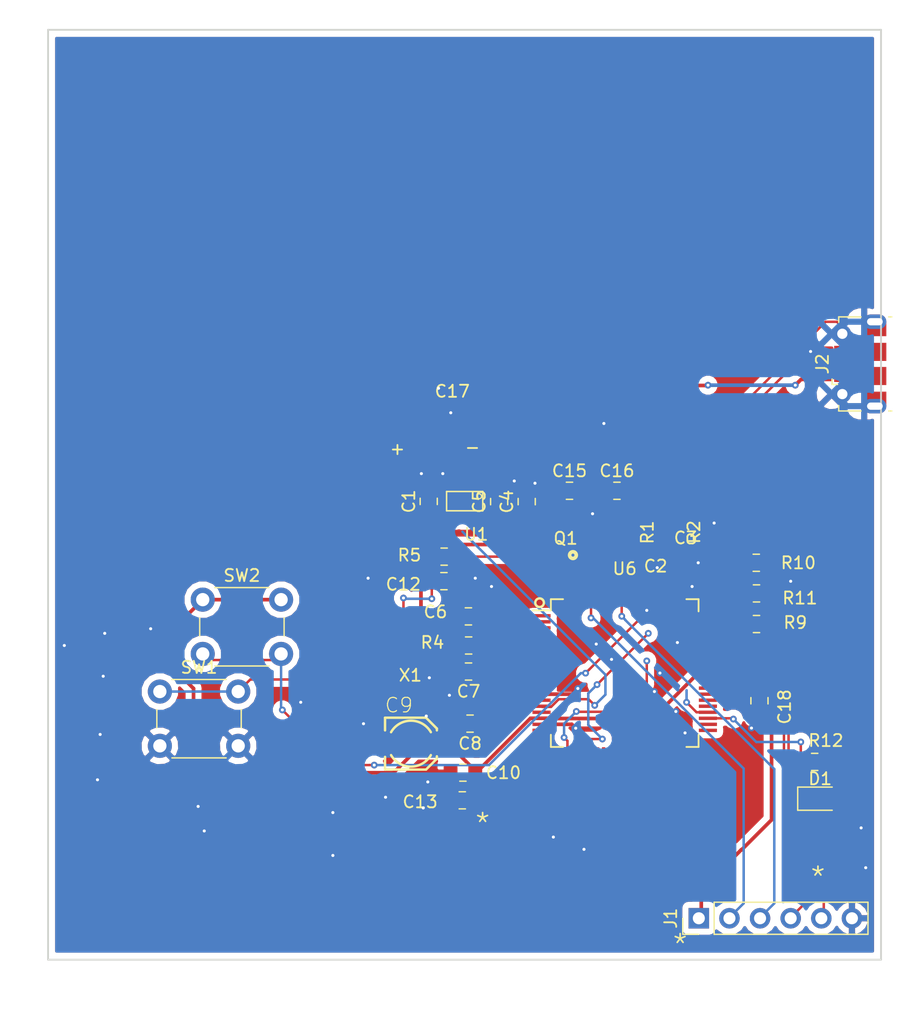
<source format=kicad_pcb>
(kicad_pcb (version 20171130) (host pcbnew 5.0.0-fee4fd1~66~ubuntu18.04.1)

  (general
    (thickness 1.6)
    (drawings 8)
    (tracks 397)
    (zones 0)
    (modules 33)
    (nets 84)
  )

  (page A4)
  (layers
    (0 Top signal)
    (31 Bottom signal)
    (32 B.Adhes user)
    (33 F.Adhes user)
    (34 B.Paste user)
    (35 F.Paste user)
    (36 B.SilkS user)
    (37 F.SilkS user)
    (38 B.Mask user)
    (39 F.Mask user)
    (40 Dwgs.User user)
    (41 Cmts.User user)
    (42 Eco1.User user)
    (43 Eco2.User user)
    (44 Edge.Cuts user)
    (45 Margin user)
    (46 B.CrtYd user)
    (47 F.CrtYd user)
    (48 B.Fab user)
    (49 F.Fab user hide)
  )

  (setup
    (last_trace_width 0.2032)
    (user_trace_width 0.2032)
    (user_trace_width 0.3048)
    (trace_clearance 0.1524)
    (zone_clearance 0.508)
    (zone_45_only no)
    (trace_min 0.1524)
    (segment_width 0.2)
    (edge_width 0.2)
    (via_size 0.5588)
    (via_drill 0.254)
    (via_min_size 0.5588)
    (via_min_drill 0.254)
    (uvia_size 0.5588)
    (uvia_drill 0.254)
    (uvias_allowed no)
    (uvia_min_size 0.2)
    (uvia_min_drill 0.1)
    (pcb_text_width 0.3)
    (pcb_text_size 1.5 1.5)
    (mod_edge_width 0.15)
    (mod_text_size 1 1)
    (mod_text_width 0.15)
    (pad_size 2 2)
    (pad_drill 2)
    (pad_to_mask_clearance 0.2)
    (solder_mask_min_width 0.25)
    (aux_axis_origin 0 0)
    (grid_origin 141.275 108.467)
    (visible_elements 7FFFFFFF)
    (pcbplotparams
      (layerselection 0x010fc_ffffffff)
      (usegerberextensions false)
      (usegerberattributes false)
      (usegerberadvancedattributes false)
      (creategerberjobfile false)
      (excludeedgelayer true)
      (linewidth 0.100000)
      (plotframeref false)
      (viasonmask false)
      (mode 1)
      (useauxorigin false)
      (hpglpennumber 1)
      (hpglpenspeed 20)
      (hpglpendiameter 15.000000)
      (psnegative false)
      (psa4output false)
      (plotreference true)
      (plotvalue true)
      (plotinvisibletext false)
      (padsonsilk false)
      (subtractmaskfromsilk false)
      (outputformat 1)
      (mirror false)
      (drillshape 0)
      (scaleselection 1)
      (outputdirectory "Gerbers/"))
  )

  (net 0 "")
  (net 1 GND)
  (net 2 +5V)
  (net 3 +3V3)
  (net 4 /CS_SD)
  (net 5 /MISO)
  (net 6 "Net-(U1-Pad1)")
  (net 7 /SCK)
  (net 8 /MOSI)
  (net 9 /D-)
  (net 10 "Net-(Q1-Pad3)")
  (net 11 "Net-(Q1-Pad1)")
  (net 12 "Net-(R10-Pad1)")
  (net 13 /~RST)
  (net 14 /TARGET_DP)
  (net 15 "Net-(R10-Pad2)")
  (net 16 "Net-(C6-Pad1)")
  (net 17 /D+)
  (net 18 /TARGET_DM)
  (net 19 "Net-(R12-Pad1)")
  (net 20 "Net-(D1-Pad2)")
  (net 21 /RXD)
  (net 22 /TXD)
  (net 23 /TST)
  (net 24 /STE)
  (net 25 /A3)
  (net 26 /A2)
  (net 27 /A1)
  (net 28 /A0)
  (net 29 /SDA)
  (net 30 /SCL)
  (net 31 /INT_ICM)
  (net 32 "Net-(C15-Pad2)")
  (net 33 /VUSB)
  (net 34 /CS_ICM)
  (net 35 "Net-(C13-Pad2)")
  (net 36 "Net-(C8-Pad1)")
  (net 37 "Net-(C7-Pad1)")
  (net 38 "Net-(U6-Pad42)")
  (net 39 "Net-(U6-Pad10)")
  (net 40 "Net-(U6-Pad15)")
  (net 41 /DET_SD)
  (net 42 "Net-(U6-Pad75)")
  (net 43 "Net-(U6-Pad74)")
  (net 44 "Net-(U6-Pad73)")
  (net 45 "Net-(U6-Pad72)")
  (net 46 "Net-(U6-Pad60)")
  (net 47 "Net-(U6-Pad59)")
  (net 48 "Net-(U6-Pad58)")
  (net 49 "Net-(U6-Pad57)")
  (net 50 "Net-(U6-Pad56)")
  (net 51 "Net-(U6-Pad55)")
  (net 52 "Net-(U6-Pad54)")
  (net 53 "Net-(U6-Pad53)")
  (net 54 "Net-(U6-Pad48)")
  (net 55 "Net-(U6-Pad47)")
  (net 56 "Net-(U6-Pad46)")
  (net 57 "Net-(U6-Pad45)")
  (net 58 "Net-(U6-Pad35)")
  (net 59 "Net-(U6-Pad34)")
  (net 60 "Net-(U6-Pad33)")
  (net 61 "Net-(U6-Pad32)")
  (net 62 "Net-(U6-Pad31)")
  (net 63 "Net-(U6-Pad30)")
  (net 64 "Net-(U6-Pad29)")
  (net 65 "Net-(U6-Pad28)")
  (net 66 "Net-(U6-Pad27)")
  (net 67 "Net-(U6-Pad26)")
  (net 68 "Net-(U6-Pad25)")
  (net 69 "Net-(U6-Pad24)")
  (net 70 "Net-(U6-Pad23)")
  (net 71 "Net-(U6-Pad22)")
  (net 72 "Net-(U6-Pad21)")
  (net 73 "Net-(U6-Pad17)")
  (net 74 "Net-(U6-Pad7)")
  (net 75 "Net-(U6-Pad6)")
  (net 76 "Net-(U6-Pad5)")
  (net 77 "Net-(U6-Pad4)")
  (net 78 "Net-(U6-Pad3)")
  (net 79 "Net-(U6-Pad2)")
  (net 80 "Net-(U6-Pad1)")
  (net 81 "Net-(J2-Pad4)")
  (net 82 "Net-(X1-Pad1)")
  (net 83 "Net-(X1-Pad2)")

  (net_class Default "This is the default net class."
    (clearance 0.1524)
    (trace_width 0.2032)
    (via_dia 0.5588)
    (via_drill 0.254)
    (uvia_dia 0.5588)
    (uvia_drill 0.254)
    (diff_pair_gap 0.1524)
    (diff_pair_width 0.2032)
    (add_net /A0)
    (add_net /A1)
    (add_net /A2)
    (add_net /A3)
    (add_net /CS_ICM)
    (add_net /CS_SD)
    (add_net /D+)
    (add_net /D-)
    (add_net /DET_SD)
    (add_net /INT_ICM)
    (add_net /MISO)
    (add_net /MOSI)
    (add_net /RXD)
    (add_net /SCK)
    (add_net /SCL)
    (add_net /SDA)
    (add_net /STE)
    (add_net /TARGET_DM)
    (add_net /TARGET_DP)
    (add_net /TST)
    (add_net /TXD)
    (add_net /VUSB)
    (add_net /~RST)
    (add_net "Net-(C13-Pad2)")
    (add_net "Net-(C15-Pad2)")
    (add_net "Net-(C6-Pad1)")
    (add_net "Net-(C7-Pad1)")
    (add_net "Net-(C8-Pad1)")
    (add_net "Net-(D1-Pad2)")
    (add_net "Net-(J2-Pad4)")
    (add_net "Net-(Q1-Pad1)")
    (add_net "Net-(Q1-Pad3)")
    (add_net "Net-(R10-Pad1)")
    (add_net "Net-(R10-Pad2)")
    (add_net "Net-(R12-Pad1)")
    (add_net "Net-(U1-Pad1)")
    (add_net "Net-(U6-Pad1)")
    (add_net "Net-(U6-Pad10)")
    (add_net "Net-(U6-Pad15)")
    (add_net "Net-(U6-Pad17)")
    (add_net "Net-(U6-Pad2)")
    (add_net "Net-(U6-Pad21)")
    (add_net "Net-(U6-Pad22)")
    (add_net "Net-(U6-Pad23)")
    (add_net "Net-(U6-Pad24)")
    (add_net "Net-(U6-Pad25)")
    (add_net "Net-(U6-Pad26)")
    (add_net "Net-(U6-Pad27)")
    (add_net "Net-(U6-Pad28)")
    (add_net "Net-(U6-Pad29)")
    (add_net "Net-(U6-Pad3)")
    (add_net "Net-(U6-Pad30)")
    (add_net "Net-(U6-Pad31)")
    (add_net "Net-(U6-Pad32)")
    (add_net "Net-(U6-Pad33)")
    (add_net "Net-(U6-Pad34)")
    (add_net "Net-(U6-Pad35)")
    (add_net "Net-(U6-Pad4)")
    (add_net "Net-(U6-Pad42)")
    (add_net "Net-(U6-Pad45)")
    (add_net "Net-(U6-Pad46)")
    (add_net "Net-(U6-Pad47)")
    (add_net "Net-(U6-Pad48)")
    (add_net "Net-(U6-Pad5)")
    (add_net "Net-(U6-Pad53)")
    (add_net "Net-(U6-Pad54)")
    (add_net "Net-(U6-Pad55)")
    (add_net "Net-(U6-Pad56)")
    (add_net "Net-(U6-Pad57)")
    (add_net "Net-(U6-Pad58)")
    (add_net "Net-(U6-Pad59)")
    (add_net "Net-(U6-Pad6)")
    (add_net "Net-(U6-Pad60)")
    (add_net "Net-(U6-Pad7)")
    (add_net "Net-(U6-Pad72)")
    (add_net "Net-(U6-Pad73)")
    (add_net "Net-(U6-Pad74)")
    (add_net "Net-(U6-Pad75)")
    (add_net "Net-(X1-Pad1)")
    (add_net "Net-(X1-Pad2)")
  )

  (net_class POWER ""
    (clearance 0.1524)
    (trace_width 0.3048)
    (via_dia 0.5588)
    (via_drill 0.254)
    (uvia_dia 0.5588)
    (uvia_drill 0.254)
    (diff_pair_gap 0.1524)
    (diff_pair_width 0.2032)
    (add_net +3V3)
    (add_net +5V)
    (add_net GND)
  )

  (module Capacitor_SMD:C_0805_2012Metric_Pad1.15x1.40mm_HandSolder (layer Top) (tedit 5B36C52B) (tstamp 5C8CD16C)
    (at 135.001 130.429 180)
    (descr "Capacitor SMD 0805 (2012 Metric), square (rectangular) end terminal, IPC_7351 nominal with elongated pad for handsoldering. (Body size source: https://docs.google.com/spreadsheets/d/1BsfQQcO9C6DZCsRaXUlFlo91Tg2WpOkGARC1WS5S8t0/edit?usp=sharing), generated with kicad-footprint-generator")
    (tags "capacitor handsolder")
    (path /5BED3DE5)
    (attr smd)
    (fp_text reference C8 (at 0 -1.65 180) (layer F.SilkS)
      (effects (font (size 1 1) (thickness 0.15)))
    )
    (fp_text value 12p (at 0 1.65 180) (layer F.Fab)
      (effects (font (size 1 1) (thickness 0.15)))
    )
    (fp_text user %R (at 0 0 180) (layer F.Fab)
      (effects (font (size 0.5 0.5) (thickness 0.08)))
    )
    (fp_line (start 1.85 0.95) (end -1.85 0.95) (layer F.CrtYd) (width 0.05))
    (fp_line (start 1.85 -0.95) (end 1.85 0.95) (layer F.CrtYd) (width 0.05))
    (fp_line (start -1.85 -0.95) (end 1.85 -0.95) (layer F.CrtYd) (width 0.05))
    (fp_line (start -1.85 0.95) (end -1.85 -0.95) (layer F.CrtYd) (width 0.05))
    (fp_line (start -0.261252 0.71) (end 0.261252 0.71) (layer F.SilkS) (width 0.12))
    (fp_line (start -0.261252 -0.71) (end 0.261252 -0.71) (layer F.SilkS) (width 0.12))
    (fp_line (start 1 0.6) (end -1 0.6) (layer F.Fab) (width 0.1))
    (fp_line (start 1 -0.6) (end 1 0.6) (layer F.Fab) (width 0.1))
    (fp_line (start -1 -0.6) (end 1 -0.6) (layer F.Fab) (width 0.1))
    (fp_line (start -1 0.6) (end -1 -0.6) (layer F.Fab) (width 0.1))
    (pad 2 smd roundrect (at 1.025 0 180) (size 1.15 1.4) (layers Top F.Paste F.Mask) (roundrect_rratio 0.217391)
      (net 1 GND))
    (pad 1 smd roundrect (at -1.025 0 180) (size 1.15 1.4) (layers Top F.Paste F.Mask) (roundrect_rratio 0.217391)
      (net 36 "Net-(C8-Pad1)"))
    (model ${KISYS3DMOD}/Capacitor_SMD.3dshapes/C_0805_2012Metric.wrl
      (at (xyz 0 0 0))
      (scale (xyz 1 1 1))
      (rotate (xyz 0 0 0))
    )
  )

  (module Capacitor_SMD:C_0805_2012Metric_Pad1.15x1.40mm_HandSolder (layer Top) (tedit 5B36C52B) (tstamp 5C8CD15C)
    (at 134.874 126.111 180)
    (descr "Capacitor SMD 0805 (2012 Metric), square (rectangular) end terminal, IPC_7351 nominal with elongated pad for handsoldering. (Body size source: https://docs.google.com/spreadsheets/d/1BsfQQcO9C6DZCsRaXUlFlo91Tg2WpOkGARC1WS5S8t0/edit?usp=sharing), generated with kicad-footprint-generator")
    (tags "capacitor handsolder")
    (path /5BED3C99)
    (attr smd)
    (fp_text reference C7 (at 0 -1.65 180) (layer F.SilkS)
      (effects (font (size 1 1) (thickness 0.15)))
    )
    (fp_text value 12p (at 0 1.65 180) (layer F.Fab)
      (effects (font (size 1 1) (thickness 0.15)))
    )
    (fp_line (start -1 0.6) (end -1 -0.6) (layer F.Fab) (width 0.1))
    (fp_line (start -1 -0.6) (end 1 -0.6) (layer F.Fab) (width 0.1))
    (fp_line (start 1 -0.6) (end 1 0.6) (layer F.Fab) (width 0.1))
    (fp_line (start 1 0.6) (end -1 0.6) (layer F.Fab) (width 0.1))
    (fp_line (start -0.261252 -0.71) (end 0.261252 -0.71) (layer F.SilkS) (width 0.12))
    (fp_line (start -0.261252 0.71) (end 0.261252 0.71) (layer F.SilkS) (width 0.12))
    (fp_line (start -1.85 0.95) (end -1.85 -0.95) (layer F.CrtYd) (width 0.05))
    (fp_line (start -1.85 -0.95) (end 1.85 -0.95) (layer F.CrtYd) (width 0.05))
    (fp_line (start 1.85 -0.95) (end 1.85 0.95) (layer F.CrtYd) (width 0.05))
    (fp_line (start 1.85 0.95) (end -1.85 0.95) (layer F.CrtYd) (width 0.05))
    (fp_text user %R (at 0 0 180) (layer F.Fab)
      (effects (font (size 0.5 0.5) (thickness 0.08)))
    )
    (pad 1 smd roundrect (at -1.025 0 180) (size 1.15 1.4) (layers Top F.Paste F.Mask) (roundrect_rratio 0.217391)
      (net 37 "Net-(C7-Pad1)"))
    (pad 2 smd roundrect (at 1.025 0 180) (size 1.15 1.4) (layers Top F.Paste F.Mask) (roundrect_rratio 0.217391)
      (net 1 GND))
    (model ${KISYS3DMOD}/Capacitor_SMD.3dshapes/C_0805_2012Metric.wrl
      (at (xyz 0 0 0))
      (scale (xyz 1 1 1))
      (rotate (xyz 0 0 0))
    )
  )

  (module Button_Switch_THT:SW_PUSH_6mm (layer Top) (tedit 5A02FE31) (tstamp 5C8CC7EE)
    (at 109.271 127.771)
    (descr https://www.omron.com/ecb/products/pdf/en-b3f.pdf)
    (tags "tact sw push 6mm")
    (path /5CAB00EB)
    (fp_text reference SW1 (at 3.25 -2) (layer F.SilkS)
      (effects (font (size 1 1) (thickness 0.15)))
    )
    (fp_text value SW_Push (at 3.75 6.7) (layer F.Fab)
      (effects (font (size 1 1) (thickness 0.15)))
    )
    (fp_circle (center 3.25 2.25) (end 1.25 2.5) (layer F.Fab) (width 0.1))
    (fp_line (start 6.75 3) (end 6.75 1.5) (layer F.SilkS) (width 0.12))
    (fp_line (start 5.5 -1) (end 1 -1) (layer F.SilkS) (width 0.12))
    (fp_line (start -0.25 1.5) (end -0.25 3) (layer F.SilkS) (width 0.12))
    (fp_line (start 1 5.5) (end 5.5 5.5) (layer F.SilkS) (width 0.12))
    (fp_line (start 8 -1.25) (end 8 5.75) (layer F.CrtYd) (width 0.05))
    (fp_line (start 7.75 6) (end -1.25 6) (layer F.CrtYd) (width 0.05))
    (fp_line (start -1.5 5.75) (end -1.5 -1.25) (layer F.CrtYd) (width 0.05))
    (fp_line (start -1.25 -1.5) (end 7.75 -1.5) (layer F.CrtYd) (width 0.05))
    (fp_line (start -1.5 6) (end -1.25 6) (layer F.CrtYd) (width 0.05))
    (fp_line (start -1.5 5.75) (end -1.5 6) (layer F.CrtYd) (width 0.05))
    (fp_line (start -1.5 -1.5) (end -1.25 -1.5) (layer F.CrtYd) (width 0.05))
    (fp_line (start -1.5 -1.25) (end -1.5 -1.5) (layer F.CrtYd) (width 0.05))
    (fp_line (start 8 -1.5) (end 8 -1.25) (layer F.CrtYd) (width 0.05))
    (fp_line (start 7.75 -1.5) (end 8 -1.5) (layer F.CrtYd) (width 0.05))
    (fp_line (start 8 6) (end 8 5.75) (layer F.CrtYd) (width 0.05))
    (fp_line (start 7.75 6) (end 8 6) (layer F.CrtYd) (width 0.05))
    (fp_line (start 0.25 -0.75) (end 3.25 -0.75) (layer F.Fab) (width 0.1))
    (fp_line (start 0.25 5.25) (end 0.25 -0.75) (layer F.Fab) (width 0.1))
    (fp_line (start 6.25 5.25) (end 0.25 5.25) (layer F.Fab) (width 0.1))
    (fp_line (start 6.25 -0.75) (end 6.25 5.25) (layer F.Fab) (width 0.1))
    (fp_line (start 3.25 -0.75) (end 6.25 -0.75) (layer F.Fab) (width 0.1))
    (fp_text user %R (at 3.25 2.25) (layer F.Fab)
      (effects (font (size 1 1) (thickness 0.15)))
    )
    (pad 1 thru_hole circle (at 6.5 0 90) (size 2 2) (drill 1.1) (layers *.Cu *.Mask)
      (net 13 /~RST))
    (pad 2 thru_hole circle (at 6.5 4.5 90) (size 2 2) (drill 1.1) (layers *.Cu *.Mask)
      (net 1 GND))
    (pad 1 thru_hole circle (at 0 0 90) (size 2 2) (drill 1.1) (layers *.Cu *.Mask)
      (net 13 /~RST))
    (pad 2 thru_hole circle (at 0 4.5 90) (size 2 2) (drill 1.1) (layers *.Cu *.Mask)
      (net 1 GND))
    (model ${KISYS3DMOD}/Button_Switch_THT.3dshapes/SW_PUSH_6mm.wrl
      (at (xyz 0 0 0))
      (scale (xyz 1 1 1))
      (rotate (xyz 0 0 0))
    )
  )

  (module Button_Switch_THT:SW_PUSH_6mm (layer Top) (tedit 5A02FE31) (tstamp 5C8CC7D0)
    (at 112.827 120.151)
    (descr https://www.omron.com/ecb/products/pdf/en-b3f.pdf)
    (tags "tact sw push 6mm")
    (path /5CAAFCD0)
    (fp_text reference SW2 (at 3.25 -2) (layer F.SilkS)
      (effects (font (size 1 1) (thickness 0.15)))
    )
    (fp_text value SW_Push (at 3.75 6.7) (layer F.Fab)
      (effects (font (size 1 1) (thickness 0.15)))
    )
    (fp_text user %R (at 3.25 2.25) (layer F.Fab)
      (effects (font (size 1 1) (thickness 0.15)))
    )
    (fp_line (start 3.25 -0.75) (end 6.25 -0.75) (layer F.Fab) (width 0.1))
    (fp_line (start 6.25 -0.75) (end 6.25 5.25) (layer F.Fab) (width 0.1))
    (fp_line (start 6.25 5.25) (end 0.25 5.25) (layer F.Fab) (width 0.1))
    (fp_line (start 0.25 5.25) (end 0.25 -0.75) (layer F.Fab) (width 0.1))
    (fp_line (start 0.25 -0.75) (end 3.25 -0.75) (layer F.Fab) (width 0.1))
    (fp_line (start 7.75 6) (end 8 6) (layer F.CrtYd) (width 0.05))
    (fp_line (start 8 6) (end 8 5.75) (layer F.CrtYd) (width 0.05))
    (fp_line (start 7.75 -1.5) (end 8 -1.5) (layer F.CrtYd) (width 0.05))
    (fp_line (start 8 -1.5) (end 8 -1.25) (layer F.CrtYd) (width 0.05))
    (fp_line (start -1.5 -1.25) (end -1.5 -1.5) (layer F.CrtYd) (width 0.05))
    (fp_line (start -1.5 -1.5) (end -1.25 -1.5) (layer F.CrtYd) (width 0.05))
    (fp_line (start -1.5 5.75) (end -1.5 6) (layer F.CrtYd) (width 0.05))
    (fp_line (start -1.5 6) (end -1.25 6) (layer F.CrtYd) (width 0.05))
    (fp_line (start -1.25 -1.5) (end 7.75 -1.5) (layer F.CrtYd) (width 0.05))
    (fp_line (start -1.5 5.75) (end -1.5 -1.25) (layer F.CrtYd) (width 0.05))
    (fp_line (start 7.75 6) (end -1.25 6) (layer F.CrtYd) (width 0.05))
    (fp_line (start 8 -1.25) (end 8 5.75) (layer F.CrtYd) (width 0.05))
    (fp_line (start 1 5.5) (end 5.5 5.5) (layer F.SilkS) (width 0.12))
    (fp_line (start -0.25 1.5) (end -0.25 3) (layer F.SilkS) (width 0.12))
    (fp_line (start 5.5 -1) (end 1 -1) (layer F.SilkS) (width 0.12))
    (fp_line (start 6.75 3) (end 6.75 1.5) (layer F.SilkS) (width 0.12))
    (fp_circle (center 3.25 2.25) (end 1.25 2.5) (layer F.Fab) (width 0.1))
    (pad 2 thru_hole circle (at 0 4.5 90) (size 2 2) (drill 1.1) (layers *.Cu *.Mask)
      (net 12 "Net-(R10-Pad1)"))
    (pad 1 thru_hole circle (at 0 0 90) (size 2 2) (drill 1.1) (layers *.Cu *.Mask)
      (net 3 +3V3))
    (pad 2 thru_hole circle (at 6.5 4.5 90) (size 2 2) (drill 1.1) (layers *.Cu *.Mask)
      (net 12 "Net-(R10-Pad1)"))
    (pad 1 thru_hole circle (at 6.5 0 90) (size 2 2) (drill 1.1) (layers *.Cu *.Mask)
      (net 3 +3V3))
    (model ${KISYS3DMOD}/Button_Switch_THT.3dshapes/SW_PUSH_6mm.wrl
      (at (xyz 0 0 0))
      (scale (xyz 1 1 1))
      (rotate (xyz 0 0 0))
    )
  )

  (module Capacitor_SMD:C_0402_1005Metric (layer Top) (tedit 5B301BBE) (tstamp 5C8CC7A6)
    (at 152.885 116.205)
    (descr "Capacitor SMD 0402 (1005 Metric), square (rectangular) end terminal, IPC_7351 nominal, (Body size source: http://www.tortai-tech.com/upload/download/2011102023233369053.pdf), generated with kicad-footprint-generator")
    (tags capacitor)
    (path /5DDE6A89)
    (attr smd)
    (fp_text reference C3 (at 0 -1.17) (layer F.SilkS)
      (effects (font (size 1 1) (thickness 0.15)))
    )
    (fp_text value 10p (at 0 1.17) (layer F.Fab)
      (effects (font (size 1 1) (thickness 0.15)))
    )
    (fp_text user %R (at 0 0) (layer F.Fab)
      (effects (font (size 0.25 0.25) (thickness 0.04)))
    )
    (fp_line (start 0.93 0.47) (end -0.93 0.47) (layer F.CrtYd) (width 0.05))
    (fp_line (start 0.93 -0.47) (end 0.93 0.47) (layer F.CrtYd) (width 0.05))
    (fp_line (start -0.93 -0.47) (end 0.93 -0.47) (layer F.CrtYd) (width 0.05))
    (fp_line (start -0.93 0.47) (end -0.93 -0.47) (layer F.CrtYd) (width 0.05))
    (fp_line (start 0.5 0.25) (end -0.5 0.25) (layer F.Fab) (width 0.1))
    (fp_line (start 0.5 -0.25) (end 0.5 0.25) (layer F.Fab) (width 0.1))
    (fp_line (start -0.5 -0.25) (end 0.5 -0.25) (layer F.Fab) (width 0.1))
    (fp_line (start -0.5 0.25) (end -0.5 -0.25) (layer F.Fab) (width 0.1))
    (pad 2 smd roundrect (at 0.485 0) (size 0.59 0.64) (layers Top F.Paste F.Mask) (roundrect_rratio 0.25)
      (net 1 GND))
    (pad 1 smd roundrect (at -0.485 0) (size 0.59 0.64) (layers Top F.Paste F.Mask) (roundrect_rratio 0.25)
      (net 14 /TARGET_DP))
    (model ${KISYS3DMOD}/Capacitor_SMD.3dshapes/C_0402_1005Metric.wrl
      (at (xyz 0 0 0))
      (scale (xyz 1 1 1))
      (rotate (xyz 0 0 0))
    )
  )

  (module Capacitor_SMD:C_0402_1005Metric (layer Top) (tedit 5B301BBE) (tstamp 5C8CC798)
    (at 150.391 116.205 180)
    (descr "Capacitor SMD 0402 (1005 Metric), square (rectangular) end terminal, IPC_7351 nominal, (Body size source: http://www.tortai-tech.com/upload/download/2011102023233369053.pdf), generated with kicad-footprint-generator")
    (tags capacitor)
    (path /5DDE6976)
    (attr smd)
    (fp_text reference C2 (at 0 -1.17 180) (layer F.SilkS)
      (effects (font (size 1 1) (thickness 0.15)))
    )
    (fp_text value 10p (at 0 1.17 180) (layer F.Fab)
      (effects (font (size 1 1) (thickness 0.15)))
    )
    (fp_line (start -0.5 0.25) (end -0.5 -0.25) (layer F.Fab) (width 0.1))
    (fp_line (start -0.5 -0.25) (end 0.5 -0.25) (layer F.Fab) (width 0.1))
    (fp_line (start 0.5 -0.25) (end 0.5 0.25) (layer F.Fab) (width 0.1))
    (fp_line (start 0.5 0.25) (end -0.5 0.25) (layer F.Fab) (width 0.1))
    (fp_line (start -0.93 0.47) (end -0.93 -0.47) (layer F.CrtYd) (width 0.05))
    (fp_line (start -0.93 -0.47) (end 0.93 -0.47) (layer F.CrtYd) (width 0.05))
    (fp_line (start 0.93 -0.47) (end 0.93 0.47) (layer F.CrtYd) (width 0.05))
    (fp_line (start 0.93 0.47) (end -0.93 0.47) (layer F.CrtYd) (width 0.05))
    (fp_text user %R (at 0 0 180) (layer F.Fab)
      (effects (font (size 0.25 0.25) (thickness 0.04)))
    )
    (pad 1 smd roundrect (at -0.485 0 180) (size 0.59 0.64) (layers Top F.Paste F.Mask) (roundrect_rratio 0.25)
      (net 18 /TARGET_DM))
    (pad 2 smd roundrect (at 0.485 0 180) (size 0.59 0.64) (layers Top F.Paste F.Mask) (roundrect_rratio 0.25)
      (net 1 GND))
    (model ${KISYS3DMOD}/Capacitor_SMD.3dshapes/C_0402_1005Metric.wrl
      (at (xyz 0 0 0))
      (scale (xyz 1 1 1))
      (rotate (xyz 0 0 0))
    )
  )

  (module Capacitor_SMD:C_0805_2012Metric_Pad1.15x1.40mm_HandSolder (layer Top) (tedit 5B36C52B) (tstamp 5C8CC788)
    (at 139.7 112.023 90)
    (descr "Capacitor SMD 0805 (2012 Metric), square (rectangular) end terminal, IPC_7351 nominal with elongated pad for handsoldering. (Body size source: https://docs.google.com/spreadsheets/d/1BsfQQcO9C6DZCsRaXUlFlo91Tg2WpOkGARC1WS5S8t0/edit?usp=sharing), generated with kicad-footprint-generator")
    (tags "capacitor handsolder")
    (path /5CA5A1C9)
    (attr smd)
    (fp_text reference C4 (at 0 -1.65 90) (layer F.SilkS)
      (effects (font (size 1 1) (thickness 0.15)))
    )
    (fp_text value 100n (at 0 1.65 90) (layer F.Fab)
      (effects (font (size 1 1) (thickness 0.15)))
    )
    (fp_line (start -1 0.6) (end -1 -0.6) (layer F.Fab) (width 0.1))
    (fp_line (start -1 -0.6) (end 1 -0.6) (layer F.Fab) (width 0.1))
    (fp_line (start 1 -0.6) (end 1 0.6) (layer F.Fab) (width 0.1))
    (fp_line (start 1 0.6) (end -1 0.6) (layer F.Fab) (width 0.1))
    (fp_line (start -0.261252 -0.71) (end 0.261252 -0.71) (layer F.SilkS) (width 0.12))
    (fp_line (start -0.261252 0.71) (end 0.261252 0.71) (layer F.SilkS) (width 0.12))
    (fp_line (start -1.85 0.95) (end -1.85 -0.95) (layer F.CrtYd) (width 0.05))
    (fp_line (start -1.85 -0.95) (end 1.85 -0.95) (layer F.CrtYd) (width 0.05))
    (fp_line (start 1.85 -0.95) (end 1.85 0.95) (layer F.CrtYd) (width 0.05))
    (fp_line (start 1.85 0.95) (end -1.85 0.95) (layer F.CrtYd) (width 0.05))
    (fp_text user %R (at 0 0 90) (layer F.Fab)
      (effects (font (size 0.5 0.5) (thickness 0.08)))
    )
    (pad 1 smd roundrect (at -1.025 0 90) (size 1.15 1.4) (layers Top F.Paste F.Mask) (roundrect_rratio 0.217391)
      (net 3 +3V3))
    (pad 2 smd roundrect (at 1.025 0 90) (size 1.15 1.4) (layers Top F.Paste F.Mask) (roundrect_rratio 0.217391)
      (net 1 GND))
    (model ${KISYS3DMOD}/Capacitor_SMD.3dshapes/C_0805_2012Metric.wrl
      (at (xyz 0 0 0))
      (scale (xyz 1 1 1))
      (rotate (xyz 0 0 0))
    )
  )

  (module Capacitor_SMD:C_0805_2012Metric_Pad1.15x1.40mm_HandSolder (layer Top) (tedit 5B36C52B) (tstamp 5C8CC778)
    (at 137.414 112.023 90)
    (descr "Capacitor SMD 0805 (2012 Metric), square (rectangular) end terminal, IPC_7351 nominal with elongated pad for handsoldering. (Body size source: https://docs.google.com/spreadsheets/d/1BsfQQcO9C6DZCsRaXUlFlo91Tg2WpOkGARC1WS5S8t0/edit?usp=sharing), generated with kicad-footprint-generator")
    (tags "capacitor handsolder")
    (path /5CA5A341)
    (attr smd)
    (fp_text reference C5 (at 0 -1.65 90) (layer F.SilkS)
      (effects (font (size 1 1) (thickness 0.15)))
    )
    (fp_text value 1u (at 0 1.65 90) (layer F.Fab)
      (effects (font (size 1 1) (thickness 0.15)))
    )
    (fp_text user %R (at 0 0 90) (layer F.Fab)
      (effects (font (size 0.5 0.5) (thickness 0.08)))
    )
    (fp_line (start 1.85 0.95) (end -1.85 0.95) (layer F.CrtYd) (width 0.05))
    (fp_line (start 1.85 -0.95) (end 1.85 0.95) (layer F.CrtYd) (width 0.05))
    (fp_line (start -1.85 -0.95) (end 1.85 -0.95) (layer F.CrtYd) (width 0.05))
    (fp_line (start -1.85 0.95) (end -1.85 -0.95) (layer F.CrtYd) (width 0.05))
    (fp_line (start -0.261252 0.71) (end 0.261252 0.71) (layer F.SilkS) (width 0.12))
    (fp_line (start -0.261252 -0.71) (end 0.261252 -0.71) (layer F.SilkS) (width 0.12))
    (fp_line (start 1 0.6) (end -1 0.6) (layer F.Fab) (width 0.1))
    (fp_line (start 1 -0.6) (end 1 0.6) (layer F.Fab) (width 0.1))
    (fp_line (start -1 -0.6) (end 1 -0.6) (layer F.Fab) (width 0.1))
    (fp_line (start -1 0.6) (end -1 -0.6) (layer F.Fab) (width 0.1))
    (pad 2 smd roundrect (at 1.025 0 90) (size 1.15 1.4) (layers Top F.Paste F.Mask) (roundrect_rratio 0.217391)
      (net 1 GND))
    (pad 1 smd roundrect (at -1.025 0 90) (size 1.15 1.4) (layers Top F.Paste F.Mask) (roundrect_rratio 0.217391)
      (net 3 +3V3))
    (model ${KISYS3DMOD}/Capacitor_SMD.3dshapes/C_0805_2012Metric.wrl
      (at (xyz 0 0 0))
      (scale (xyz 1 1 1))
      (rotate (xyz 0 0 0))
    )
  )

  (module Capacitor_SMD:C_0805_2012Metric_Pad1.15x1.40mm_HandSolder (layer Top) (tedit 5B36C52B) (tstamp 5C8CC688)
    (at 131.572 112.005 90)
    (descr "Capacitor SMD 0805 (2012 Metric), square (rectangular) end terminal, IPC_7351 nominal with elongated pad for handsoldering. (Body size source: https://docs.google.com/spreadsheets/d/1BsfQQcO9C6DZCsRaXUlFlo91Tg2WpOkGARC1WS5S8t0/edit?usp=sharing), generated with kicad-footprint-generator")
    (tags "capacitor handsolder")
    (path /5CA5A060)
    (attr smd)
    (fp_text reference C1 (at 0 -1.65 90) (layer F.SilkS)
      (effects (font (size 1 1) (thickness 0.15)))
    )
    (fp_text value 1u (at 0 1.65 90) (layer F.Fab)
      (effects (font (size 1 1) (thickness 0.15)))
    )
    (fp_line (start -1 0.6) (end -1 -0.6) (layer F.Fab) (width 0.1))
    (fp_line (start -1 -0.6) (end 1 -0.6) (layer F.Fab) (width 0.1))
    (fp_line (start 1 -0.6) (end 1 0.6) (layer F.Fab) (width 0.1))
    (fp_line (start 1 0.6) (end -1 0.6) (layer F.Fab) (width 0.1))
    (fp_line (start -0.261252 -0.71) (end 0.261252 -0.71) (layer F.SilkS) (width 0.12))
    (fp_line (start -0.261252 0.71) (end 0.261252 0.71) (layer F.SilkS) (width 0.12))
    (fp_line (start -1.85 0.95) (end -1.85 -0.95) (layer F.CrtYd) (width 0.05))
    (fp_line (start -1.85 -0.95) (end 1.85 -0.95) (layer F.CrtYd) (width 0.05))
    (fp_line (start 1.85 -0.95) (end 1.85 0.95) (layer F.CrtYd) (width 0.05))
    (fp_line (start 1.85 0.95) (end -1.85 0.95) (layer F.CrtYd) (width 0.05))
    (fp_text user %R (at 0 0 90) (layer F.Fab)
      (effects (font (size 0.5 0.5) (thickness 0.08)))
    )
    (pad 1 smd roundrect (at -1.025 0 90) (size 1.15 1.4) (layers Top F.Paste F.Mask) (roundrect_rratio 0.217391)
      (net 2 +5V))
    (pad 2 smd roundrect (at 1.025 0 90) (size 1.15 1.4) (layers Top F.Paste F.Mask) (roundrect_rratio 0.217391)
      (net 1 GND))
    (model ${KISYS3DMOD}/Capacitor_SMD.3dshapes/C_0805_2012Metric.wrl
      (at (xyz 0 0 0))
      (scale (xyz 1 1 1))
      (rotate (xyz 0 0 0))
    )
  )

  (module Connector_PinHeader_2.54mm:PinHeader_1x06_P2.54mm_Vertical (layer Top) (tedit 59FED5CC) (tstamp 5C8CC66F)
    (at 153.975 146.567 90)
    (descr "Through hole straight pin header, 1x06, 2.54mm pitch, single row")
    (tags "Through hole pin header THT 1x06 2.54mm single row")
    (path /5CAF92F6)
    (fp_text reference J1 (at 0 -2.33 90) (layer F.SilkS)
      (effects (font (size 1 1) (thickness 0.15)))
    )
    (fp_text value Conn_01x06_Male (at 0 15.03 90) (layer F.Fab)
      (effects (font (size 1 1) (thickness 0.15)))
    )
    (fp_line (start -0.635 -1.27) (end 1.27 -1.27) (layer F.Fab) (width 0.1))
    (fp_line (start 1.27 -1.27) (end 1.27 13.97) (layer F.Fab) (width 0.1))
    (fp_line (start 1.27 13.97) (end -1.27 13.97) (layer F.Fab) (width 0.1))
    (fp_line (start -1.27 13.97) (end -1.27 -0.635) (layer F.Fab) (width 0.1))
    (fp_line (start -1.27 -0.635) (end -0.635 -1.27) (layer F.Fab) (width 0.1))
    (fp_line (start -1.33 14.03) (end 1.33 14.03) (layer F.SilkS) (width 0.12))
    (fp_line (start -1.33 1.27) (end -1.33 14.03) (layer F.SilkS) (width 0.12))
    (fp_line (start 1.33 1.27) (end 1.33 14.03) (layer F.SilkS) (width 0.12))
    (fp_line (start -1.33 1.27) (end 1.33 1.27) (layer F.SilkS) (width 0.12))
    (fp_line (start -1.33 0) (end -1.33 -1.33) (layer F.SilkS) (width 0.12))
    (fp_line (start -1.33 -1.33) (end 0 -1.33) (layer F.SilkS) (width 0.12))
    (fp_line (start -1.8 -1.8) (end -1.8 14.5) (layer F.CrtYd) (width 0.05))
    (fp_line (start -1.8 14.5) (end 1.8 14.5) (layer F.CrtYd) (width 0.05))
    (fp_line (start 1.8 14.5) (end 1.8 -1.8) (layer F.CrtYd) (width 0.05))
    (fp_line (start 1.8 -1.8) (end -1.8 -1.8) (layer F.CrtYd) (width 0.05))
    (fp_text user %R (at 0 6.35 180) (layer F.Fab)
      (effects (font (size 1 1) (thickness 0.15)))
    )
    (pad 1 thru_hole rect (at 0 0 90) (size 1.7 1.7) (drill 1) (layers *.Cu *.Mask)
      (net 3 +3V3))
    (pad 2 thru_hole oval (at 0 2.54 90) (size 1.7 1.7) (drill 1) (layers *.Cu *.Mask)
      (net 13 /~RST))
    (pad 3 thru_hole oval (at 0 5.08 90) (size 1.7 1.7) (drill 1) (layers *.Cu *.Mask)
      (net 23 /TST))
    (pad 4 thru_hole oval (at 0 7.62 90) (size 1.7 1.7) (drill 1) (layers *.Cu *.Mask)
      (net 22 /TXD))
    (pad 5 thru_hole oval (at 0 10.16 90) (size 1.7 1.7) (drill 1) (layers *.Cu *.Mask)
      (net 21 /RXD))
    (pad 6 thru_hole oval (at 0 12.7 90) (size 1.7 1.7) (drill 1) (layers *.Cu *.Mask)
      (net 1 GND))
    (model ${KISYS3DMOD}/Connector_PinHeader_2.54mm.3dshapes/PinHeader_1x06_P2.54mm_Vertical.wrl
      (at (xyz 0 0 0))
      (scale (xyz 1 1 1))
      (rotate (xyz 0 0 0))
    )
  )

  (module Connector_USB:USB_Micro-B_Molex-105017-0001 (layer Top) (tedit 5A1DC0BE) (tstamp 5C8CC647)
    (at 167.341 100.609 90)
    (descr http://www.molex.com/pdm_docs/sd/1050170001_sd.pdf)
    (tags "Micro-USB SMD Typ-B")
    (path /5CBD6515)
    (attr smd)
    (fp_text reference J2 (at 0 -3.1125 90) (layer F.SilkS)
      (effects (font (size 1 1) (thickness 0.15)))
    )
    (fp_text value USB_B_Micro (at 0.3 4.3375 90) (layer F.Fab)
      (effects (font (size 1 1) (thickness 0.15)))
    )
    (fp_text user "PCB Edge" (at 0 2.6875 90) (layer Dwgs.User)
      (effects (font (size 0.5 0.5) (thickness 0.08)))
    )
    (fp_text user %R (at 0 0.8875 90) (layer F.Fab)
      (effects (font (size 1 1) (thickness 0.15)))
    )
    (fp_line (start -4.4 3.64) (end 4.4 3.64) (layer F.CrtYd) (width 0.05))
    (fp_line (start 4.4 -2.46) (end 4.4 3.64) (layer F.CrtYd) (width 0.05))
    (fp_line (start -4.4 -2.46) (end 4.4 -2.46) (layer F.CrtYd) (width 0.05))
    (fp_line (start -4.4 3.64) (end -4.4 -2.46) (layer F.CrtYd) (width 0.05))
    (fp_line (start -3.9 -1.7625) (end -3.45 -1.7625) (layer F.SilkS) (width 0.12))
    (fp_line (start -3.9 0.0875) (end -3.9 -1.7625) (layer F.SilkS) (width 0.12))
    (fp_line (start 3.9 2.6375) (end 3.9 2.3875) (layer F.SilkS) (width 0.12))
    (fp_line (start 3.75 3.3875) (end 3.75 -1.6125) (layer F.Fab) (width 0.1))
    (fp_line (start -3 2.689204) (end 3 2.689204) (layer F.Fab) (width 0.1))
    (fp_line (start -3.75 3.389204) (end 3.75 3.389204) (layer F.Fab) (width 0.1))
    (fp_line (start -3.75 -1.6125) (end 3.75 -1.6125) (layer F.Fab) (width 0.1))
    (fp_line (start -3.75 3.3875) (end -3.75 -1.6125) (layer F.Fab) (width 0.1))
    (fp_line (start -3.9 2.6375) (end -3.9 2.3875) (layer F.SilkS) (width 0.12))
    (fp_line (start 3.9 0.0875) (end 3.9 -1.7625) (layer F.SilkS) (width 0.12))
    (fp_line (start 3.9 -1.7625) (end 3.45 -1.7625) (layer F.SilkS) (width 0.12))
    (fp_line (start -1.7 -2.3125) (end -1.25 -2.3125) (layer F.SilkS) (width 0.12))
    (fp_line (start -1.7 -2.3125) (end -1.7 -1.8625) (layer F.SilkS) (width 0.12))
    (fp_line (start -1.3 -1.7125) (end -1.5 -1.9125) (layer F.Fab) (width 0.1))
    (fp_line (start -1.1 -1.9125) (end -1.3 -1.7125) (layer F.Fab) (width 0.1))
    (fp_line (start -1.5 -2.1225) (end -1.1 -2.1225) (layer F.Fab) (width 0.1))
    (fp_line (start -1.5 -2.1225) (end -1.5 -1.9125) (layer F.Fab) (width 0.1))
    (fp_line (start -1.1 -2.1225) (end -1.1 -1.9125) (layer F.Fab) (width 0.1))
    (pad 6 smd rect (at 1 1.2375 90) (size 1.5 1.9) (layers Top F.Paste F.Mask)
      (net 1 GND))
    (pad 6 thru_hole circle (at -2.5 -1.4625 90) (size 1.45 1.45) (drill 0.85) (layers *.Cu *.Mask)
      (net 1 GND))
    (pad 2 smd rect (at -0.65 -1.4625 90) (size 0.4 1.35) (layers Top F.Paste F.Mask)
      (net 9 /D-))
    (pad 1 smd rect (at -1.3 -1.4625 90) (size 0.4 1.35) (layers Top F.Paste F.Mask)
      (net 2 +5V))
    (pad 5 smd rect (at 1.3 -1.4625 90) (size 0.4 1.35) (layers Top F.Paste F.Mask)
      (net 1 GND))
    (pad 4 smd rect (at 0.65 -1.4625 90) (size 0.4 1.35) (layers Top F.Paste F.Mask)
      (net 81 "Net-(J2-Pad4)"))
    (pad 3 smd rect (at 0 -1.4625 90) (size 0.4 1.35) (layers Top F.Paste F.Mask)
      (net 17 /D+))
    (pad 6 thru_hole circle (at 2.5 -1.4625 90) (size 1.45 1.45) (drill 0.85) (layers *.Cu *.Mask)
      (net 1 GND))
    (pad 6 smd rect (at -1 1.2375 90) (size 1.5 1.9) (layers Top F.Paste F.Mask)
      (net 1 GND))
    (pad 6 thru_hole oval (at -3.5 1.2375 270) (size 1.2 1.9) (drill oval 0.6 1.3) (layers *.Cu *.Mask)
      (net 1 GND))
    (pad 6 thru_hole oval (at 3.5 1.2375 90) (size 1.2 1.9) (drill oval 0.6 1.3) (layers *.Cu *.Mask)
      (net 1 GND))
    (pad 6 smd rect (at 2.9 1.2375 90) (size 1.2 1.9) (layers Top F.Mask)
      (net 1 GND))
    (pad 6 smd rect (at -2.9 1.2375 90) (size 1.2 1.9) (layers Top F.Mask)
      (net 1 GND))
    (model ${KISYS3DMOD}/Connector_USB.3dshapes/USB_Micro-B_Molex-105017-0001.wrl
      (at (xyz 0 0 0))
      (scale (xyz 1 1 1))
      (rotate (xyz 0 0 0))
    )
  )

  (module LED_SMD:LED_0805_2012Metric_Pad1.15x1.40mm_HandSolder (layer Top) (tedit 5B4B45C9) (tstamp 5C8CC635)
    (at 164.037 136.652)
    (descr "LED SMD 0805 (2012 Metric), square (rectangular) end terminal, IPC_7351 nominal, (Body size source: https://docs.google.com/spreadsheets/d/1BsfQQcO9C6DZCsRaXUlFlo91Tg2WpOkGARC1WS5S8t0/edit?usp=sharing), generated with kicad-footprint-generator")
    (tags "LED handsolder")
    (path /679C434C)
    (attr smd)
    (fp_text reference D1 (at 0 -1.65) (layer F.SilkS)
      (effects (font (size 1 1) (thickness 0.15)))
    )
    (fp_text value LED (at 0 1.65) (layer F.Fab)
      (effects (font (size 1 1) (thickness 0.15)))
    )
    (fp_line (start 1 -0.6) (end -0.7 -0.6) (layer F.Fab) (width 0.1))
    (fp_line (start -0.7 -0.6) (end -1 -0.3) (layer F.Fab) (width 0.1))
    (fp_line (start -1 -0.3) (end -1 0.6) (layer F.Fab) (width 0.1))
    (fp_line (start -1 0.6) (end 1 0.6) (layer F.Fab) (width 0.1))
    (fp_line (start 1 0.6) (end 1 -0.6) (layer F.Fab) (width 0.1))
    (fp_line (start 1 -0.96) (end -1.86 -0.96) (layer F.SilkS) (width 0.12))
    (fp_line (start -1.86 -0.96) (end -1.86 0.96) (layer F.SilkS) (width 0.12))
    (fp_line (start -1.86 0.96) (end 1 0.96) (layer F.SilkS) (width 0.12))
    (fp_line (start -1.85 0.95) (end -1.85 -0.95) (layer F.CrtYd) (width 0.05))
    (fp_line (start -1.85 -0.95) (end 1.85 -0.95) (layer F.CrtYd) (width 0.05))
    (fp_line (start 1.85 -0.95) (end 1.85 0.95) (layer F.CrtYd) (width 0.05))
    (fp_line (start 1.85 0.95) (end -1.85 0.95) (layer F.CrtYd) (width 0.05))
    (fp_text user %R (at 0 0) (layer F.Fab)
      (effects (font (size 0.5 0.5) (thickness 0.08)))
    )
    (pad 1 smd roundrect (at -1.025 0) (size 1.15 1.4) (layers Top F.Paste F.Mask) (roundrect_rratio 0.217391)
      (net 1 GND))
    (pad 2 smd roundrect (at 1.025 0) (size 1.15 1.4) (layers Top F.Paste F.Mask) (roundrect_rratio 0.217391)
      (net 20 "Net-(D1-Pad2)"))
    (model ${KISYS3DMOD}/LED_SMD.3dshapes/LED_0805_2012Metric.wrl
      (at (xyz 0 0 0))
      (scale (xyz 1 1 1))
      (rotate (xyz 0 0 0))
    )
  )

  (module Package_QFP:LQFP-80_12x12mm_P0.5mm (layer Top) (tedit 5A02F146) (tstamp 5C8CC5CF)
    (at 147.828 126.238)
    (descr "LQFP80: plastic low profile quad flat package; 80 leads; body 12 x 12 x 1.4 mm (see NXP sot315-1_po.pdf and sot315-1_fr.pdf)")
    (tags "QFP 0.5")
    (path /5BF68EDA)
    (attr smd)
    (fp_text reference U6 (at 0 -8.65) (layer F.SilkS)
      (effects (font (size 1 1) (thickness 0.15)))
    )
    (fp_text value F552X---PN80 (at 0 8.65) (layer F.Fab)
      (effects (font (size 1 1) (thickness 0.15)))
    )
    (fp_text user %R (at 0 0) (layer F.Fab)
      (effects (font (size 1 1) (thickness 0.15)))
    )
    (fp_line (start -5 -6) (end 6 -6) (layer F.Fab) (width 0.15))
    (fp_line (start 6 -6) (end 6 6) (layer F.Fab) (width 0.15))
    (fp_line (start 6 6) (end -6 6) (layer F.Fab) (width 0.15))
    (fp_line (start -6 6) (end -6 -5) (layer F.Fab) (width 0.15))
    (fp_line (start -6 -5) (end -5 -6) (layer F.Fab) (width 0.15))
    (fp_line (start -7.9 -7.9) (end -7.9 7.9) (layer F.CrtYd) (width 0.05))
    (fp_line (start 7.9 -7.9) (end 7.9 7.9) (layer F.CrtYd) (width 0.05))
    (fp_line (start -7.9 -7.9) (end 7.9 -7.9) (layer F.CrtYd) (width 0.05))
    (fp_line (start -7.9 7.9) (end 7.9 7.9) (layer F.CrtYd) (width 0.05))
    (fp_line (start -6.125 -6.125) (end -6.125 -5.2) (layer F.SilkS) (width 0.15))
    (fp_line (start 6.125 -6.125) (end 6.125 -5.115) (layer F.SilkS) (width 0.15))
    (fp_line (start 6.125 6.125) (end 6.125 5.115) (layer F.SilkS) (width 0.15))
    (fp_line (start -6.125 6.125) (end -6.125 5.115) (layer F.SilkS) (width 0.15))
    (fp_line (start -6.125 -6.125) (end -5.115 -6.125) (layer F.SilkS) (width 0.15))
    (fp_line (start -6.125 6.125) (end -5.115 6.125) (layer F.SilkS) (width 0.15))
    (fp_line (start 6.125 6.125) (end 5.115 6.125) (layer F.SilkS) (width 0.15))
    (fp_line (start 6.125 -6.125) (end 5.115 -6.125) (layer F.SilkS) (width 0.15))
    (fp_line (start -6.125 -5.2) (end -7.65 -5.2) (layer F.SilkS) (width 0.15))
    (pad 1 smd rect (at -6.9 -4.75) (size 1.5 0.28) (layers Top F.Paste F.Mask)
      (net 80 "Net-(U6-Pad1)"))
    (pad 2 smd rect (at -6.9 -4.25) (size 1.5 0.28) (layers Top F.Paste F.Mask)
      (net 79 "Net-(U6-Pad2)"))
    (pad 3 smd rect (at -6.9 -3.75) (size 1.5 0.28) (layers Top F.Paste F.Mask)
      (net 78 "Net-(U6-Pad3)"))
    (pad 4 smd rect (at -6.9 -3.25) (size 1.5 0.28) (layers Top F.Paste F.Mask)
      (net 77 "Net-(U6-Pad4)"))
    (pad 5 smd rect (at -6.9 -2.75) (size 1.5 0.28) (layers Top F.Paste F.Mask)
      (net 76 "Net-(U6-Pad5)"))
    (pad 6 smd rect (at -6.9 -2.25) (size 1.5 0.28) (layers Top F.Paste F.Mask)
      (net 75 "Net-(U6-Pad6)"))
    (pad 7 smd rect (at -6.9 -1.75) (size 1.5 0.28) (layers Top F.Paste F.Mask)
      (net 74 "Net-(U6-Pad7)"))
    (pad 8 smd rect (at -6.9 -1.25) (size 1.5 0.28) (layers Top F.Paste F.Mask)
      (net 34 /CS_ICM))
    (pad 9 smd rect (at -6.9 -0.75) (size 1.5 0.28) (layers Top F.Paste F.Mask)
      (net 31 /INT_ICM))
    (pad 10 smd rect (at -6.9 -0.25) (size 1.5 0.28) (layers Top F.Paste F.Mask)
      (net 39 "Net-(U6-Pad10)"))
    (pad 11 smd rect (at -6.9 0.25) (size 1.5 0.28) (layers Top F.Paste F.Mask)
      (net 16 "Net-(C6-Pad1)"))
    (pad 12 smd rect (at -6.9 0.75) (size 1.5 0.28) (layers Top F.Paste F.Mask)
      (net 37 "Net-(C7-Pad1)"))
    (pad 13 smd rect (at -6.9 1.25) (size 1.5 0.28) (layers Top F.Paste F.Mask)
      (net 36 "Net-(C8-Pad1)"))
    (pad 14 smd rect (at -6.9 1.75) (size 1.5 0.28) (layers Top F.Paste F.Mask)
      (net 1 GND))
    (pad 15 smd rect (at -6.9 2.25) (size 1.5 0.28) (layers Top F.Paste F.Mask)
      (net 40 "Net-(U6-Pad15)"))
    (pad 16 smd rect (at -6.9 2.75) (size 1.5 0.28) (layers Top F.Paste F.Mask)
      (net 4 /CS_SD))
    (pad 17 smd rect (at -6.9 3.25) (size 1.5 0.28) (layers Top F.Paste F.Mask)
      (net 73 "Net-(U6-Pad17)"))
    (pad 18 smd rect (at -6.9 3.75) (size 1.5 0.28) (layers Top F.Paste F.Mask)
      (net 3 +3V3))
    (pad 19 smd rect (at -6.9 4.25) (size 1.5 0.28) (layers Top F.Paste F.Mask)
      (net 1 GND))
    (pad 20 smd rect (at -6.9 4.75) (size 1.5 0.28) (layers Top F.Paste F.Mask)
      (net 35 "Net-(C13-Pad2)"))
    (pad 21 smd rect (at -4.75 6.9 90) (size 1.5 0.28) (layers Top F.Paste F.Mask)
      (net 72 "Net-(U6-Pad21)"))
    (pad 22 smd rect (at -4.25 6.9 90) (size 1.5 0.28) (layers Top F.Paste F.Mask)
      (net 71 "Net-(U6-Pad22)"))
    (pad 23 smd rect (at -3.75 6.9 90) (size 1.5 0.28) (layers Top F.Paste F.Mask)
      (net 70 "Net-(U6-Pad23)"))
    (pad 24 smd rect (at -3.25 6.9 90) (size 1.5 0.28) (layers Top F.Paste F.Mask)
      (net 69 "Net-(U6-Pad24)"))
    (pad 25 smd rect (at -2.75 6.9 90) (size 1.5 0.28) (layers Top F.Paste F.Mask)
      (net 68 "Net-(U6-Pad25)"))
    (pad 26 smd rect (at -2.25 6.9 90) (size 1.5 0.28) (layers Top F.Paste F.Mask)
      (net 67 "Net-(U6-Pad26)"))
    (pad 27 smd rect (at -1.75 6.9 90) (size 1.5 0.28) (layers Top F.Paste F.Mask)
      (net 66 "Net-(U6-Pad27)"))
    (pad 28 smd rect (at -1.25 6.9 90) (size 1.5 0.28) (layers Top F.Paste F.Mask)
      (net 65 "Net-(U6-Pad28)"))
    (pad 29 smd rect (at -0.75 6.9 90) (size 1.5 0.28) (layers Top F.Paste F.Mask)
      (net 64 "Net-(U6-Pad29)"))
    (pad 30 smd rect (at -0.25 6.9 90) (size 1.5 0.28) (layers Top F.Paste F.Mask)
      (net 63 "Net-(U6-Pad30)"))
    (pad 31 smd rect (at 0.25 6.9 90) (size 1.5 0.28) (layers Top F.Paste F.Mask)
      (net 62 "Net-(U6-Pad31)"))
    (pad 32 smd rect (at 0.75 6.9 90) (size 1.5 0.28) (layers Top F.Paste F.Mask)
      (net 61 "Net-(U6-Pad32)"))
    (pad 33 smd rect (at 1.25 6.9 90) (size 1.5 0.28) (layers Top F.Paste F.Mask)
      (net 60 "Net-(U6-Pad33)"))
    (pad 34 smd rect (at 1.75 6.9 90) (size 1.5 0.28) (layers Top F.Paste F.Mask)
      (net 59 "Net-(U6-Pad34)"))
    (pad 35 smd rect (at 2.25 6.9 90) (size 1.5 0.28) (layers Top F.Paste F.Mask)
      (net 58 "Net-(U6-Pad35)"))
    (pad 36 smd rect (at 2.75 6.9 90) (size 1.5 0.28) (layers Top F.Paste F.Mask)
      (net 7 /SCK))
    (pad 37 smd rect (at 3.25 6.9 90) (size 1.5 0.28) (layers Top F.Paste F.Mask)
      (net 29 /SDA))
    (pad 38 smd rect (at 3.75 6.9 90) (size 1.5 0.28) (layers Top F.Paste F.Mask)
      (net 30 /SCL))
    (pad 39 smd rect (at 4.25 6.9 90) (size 1.5 0.28) (layers Top F.Paste F.Mask)
      (net 24 /STE))
    (pad 40 smd rect (at 4.75 6.9 90) (size 1.5 0.28) (layers Top F.Paste F.Mask)
      (net 8 /MOSI))
    (pad 41 smd rect (at 6.9 4.75) (size 1.5 0.28) (layers Top F.Paste F.Mask)
      (net 5 /MISO))
    (pad 42 smd rect (at 6.9 4.25) (size 1.5 0.28) (layers Top F.Paste F.Mask)
      (net 38 "Net-(U6-Pad42)"))
    (pad 43 smd rect (at 6.9 3.75) (size 1.5 0.28) (layers Top F.Paste F.Mask)
      (net 19 "Net-(R12-Pad1)"))
    (pad 44 smd rect (at 6.9 3.25) (size 1.5 0.28) (layers Top F.Paste F.Mask)
      (net 41 /DET_SD))
    (pad 45 smd rect (at 6.9 2.75) (size 1.5 0.28) (layers Top F.Paste F.Mask)
      (net 57 "Net-(U6-Pad45)"))
    (pad 46 smd rect (at 6.9 2.25) (size 1.5 0.28) (layers Top F.Paste F.Mask)
      (net 56 "Net-(U6-Pad46)"))
    (pad 47 smd rect (at 6.9 1.75) (size 1.5 0.28) (layers Top F.Paste F.Mask)
      (net 55 "Net-(U6-Pad47)"))
    (pad 48 smd rect (at 6.9 1.25) (size 1.5 0.28) (layers Top F.Paste F.Mask)
      (net 54 "Net-(U6-Pad48)"))
    (pad 49 smd rect (at 6.9 0.75) (size 1.5 0.28) (layers Top F.Paste F.Mask)
      (net 1 GND))
    (pad 50 smd rect (at 6.9 0.25) (size 1.5 0.28) (layers Top F.Paste F.Mask)
      (net 3 +3V3))
    (pad 51 smd rect (at 6.9 -0.25) (size 1.5 0.28) (layers Top F.Paste F.Mask)
      (net 22 /TXD))
    (pad 52 smd rect (at 6.9 -0.75) (size 1.5 0.28) (layers Top F.Paste F.Mask)
      (net 21 /RXD))
    (pad 53 smd rect (at 6.9 -1.25) (size 1.5 0.28) (layers Top F.Paste F.Mask)
      (net 53 "Net-(U6-Pad53)"))
    (pad 54 smd rect (at 6.9 -1.75) (size 1.5 0.28) (layers Top F.Paste F.Mask)
      (net 52 "Net-(U6-Pad54)"))
    (pad 55 smd rect (at 6.9 -2.25) (size 1.5 0.28) (layers Top F.Paste F.Mask)
      (net 51 "Net-(U6-Pad55)"))
    (pad 56 smd rect (at 6.9 -2.75) (size 1.5 0.28) (layers Top F.Paste F.Mask)
      (net 50 "Net-(U6-Pad56)"))
    (pad 57 smd rect (at 6.9 -3.25) (size 1.5 0.28) (layers Top F.Paste F.Mask)
      (net 49 "Net-(U6-Pad57)"))
    (pad 58 smd rect (at 6.9 -3.75) (size 1.5 0.28) (layers Top F.Paste F.Mask)
      (net 48 "Net-(U6-Pad58)"))
    (pad 59 smd rect (at 6.9 -4.25) (size 1.5 0.28) (layers Top F.Paste F.Mask)
      (net 47 "Net-(U6-Pad59)"))
    (pad 60 smd rect (at 6.9 -4.75) (size 1.5 0.28) (layers Top F.Paste F.Mask)
      (net 46 "Net-(U6-Pad60)"))
    (pad 61 smd rect (at 4.75 -6.9 90) (size 1.5 0.28) (layers Top F.Paste F.Mask)
      (net 1 GND))
    (pad 62 smd rect (at 4.25 -6.9 90) (size 1.5 0.28) (layers Top F.Paste F.Mask)
      (net 14 /TARGET_DP))
    (pad 63 smd rect (at 3.75 -6.9 90) (size 1.5 0.28) (layers Top F.Paste F.Mask)
      (net 15 "Net-(R10-Pad2)"))
    (pad 64 smd rect (at 3.25 -6.9 90) (size 1.5 0.28) (layers Top F.Paste F.Mask)
      (net 18 /TARGET_DM))
    (pad 65 smd rect (at 2.75 -6.9 90) (size 1.5 0.28) (layers Top F.Paste F.Mask)
      (net 2 +5V))
    (pad 66 smd rect (at 2.25 -6.9 90) (size 1.5 0.28) (layers Top F.Paste F.Mask)
      (net 33 /VUSB))
    (pad 67 smd rect (at 1.75 -6.9 90) (size 1.5 0.28) (layers Top F.Paste F.Mask)
      (net 32 "Net-(C15-Pad2)"))
    (pad 68 smd rect (at 1.25 -6.9 90) (size 1.5 0.28) (layers Top F.Paste F.Mask)
      (net 1 GND))
    (pad 69 smd rect (at 0.75 -6.9 90) (size 1.5 0.28) (layers Top F.Paste F.Mask)
      (net 10 "Net-(Q1-Pad3)"))
    (pad 70 smd rect (at 0.25 -6.9 90) (size 1.5 0.28) (layers Top F.Paste F.Mask)
      (net 11 "Net-(Q1-Pad1)"))
    (pad 71 smd rect (at -0.25 -6.9 90) (size 1.5 0.28) (layers Top F.Paste F.Mask)
      (net 23 /TST))
    (pad 72 smd rect (at -0.75 -6.9 90) (size 1.5 0.28) (layers Top F.Paste F.Mask)
      (net 45 "Net-(U6-Pad72)"))
    (pad 73 smd rect (at -1.25 -6.9 90) (size 1.5 0.28) (layers Top F.Paste F.Mask)
      (net 44 "Net-(U6-Pad73)"))
    (pad 74 smd rect (at -1.75 -6.9 90) (size 1.5 0.28) (layers Top F.Paste F.Mask)
      (net 43 "Net-(U6-Pad74)"))
    (pad 75 smd rect (at -2.25 -6.9 90) (size 1.5 0.28) (layers Top F.Paste F.Mask)
      (net 42 "Net-(U6-Pad75)"))
    (pad 76 smd rect (at -2.75 -6.9 90) (size 1.5 0.28) (layers Top F.Paste F.Mask)
      (net 13 /~RST))
    (pad 77 smd rect (at -3.25 -6.9 90) (size 1.5 0.28) (layers Top F.Paste F.Mask)
      (net 28 /A0))
    (pad 78 smd rect (at -3.75 -6.9 90) (size 1.5 0.28) (layers Top F.Paste F.Mask)
      (net 27 /A1))
    (pad 79 smd rect (at -4.25 -6.9 90) (size 1.5 0.28) (layers Top F.Paste F.Mask)
      (net 26 /A2))
    (pad 80 smd rect (at -4.75 -6.9 90) (size 1.5 0.28) (layers Top F.Paste F.Mask)
      (net 25 /A3))
    (model ${KISYS3DMOD}/Package_QFP.3dshapes/LQFP-80_12x12mm_P0.5mm.wrl
      (at (xyz 0 0 0))
      (scale (xyz 1 1 1))
      (rotate (xyz 0 0 0))
    )
  )

  (module micro:C_SMD_WURTH_865080540002 (layer Top) (tedit 5C7CF71A) (tstamp 5C8CC498)
    (at 132.153 106.181)
    (path /5D21CFBD)
    (fp_text reference C17 (at 1.375 -3.302) (layer F.SilkS)
      (effects (font (size 1 1) (thickness 0.15)))
    )
    (fp_text value 4u7 (at 0 -3.556) (layer F.Fab)
      (effects (font (size 1 1) (thickness 0.15)))
    )
    (fp_line (start -2.1336 -0.9906) (end -1.016 -2.1336) (layer F.Fab) (width 0.15))
    (fp_text user %R (at -2.031 0.499) (layer F.Fab)
      (effects (font (size 1.2065 1.2065) (thickness 0.1016)) (justify left bottom))
    )
    (fp_line (start -1.016 -2.1336) (end 2.159 -2.1336) (layer F.Fab) (width 0.15))
    (fp_line (start -2.1336 2.1844) (end 2.159 2.1844) (layer F.Fab) (width 0.15))
    (fp_line (start -2.1336 2.159) (end -2.1336 -0.9906) (layer F.Fab) (width 0.15))
    (fp_line (start 2.159 2.159) (end 2.159 -2.141) (layer F.Fab) (width 0.15))
    (fp_line (start 3.429 1.397) (end 2.667 1.397) (layer F.SilkS) (width 0.15))
    (fp_line (start -2.794 1.524) (end -3.556 1.524) (layer F.SilkS) (width 0.15))
    (fp_line (start -3.175 1.143) (end -3.175 1.905) (layer F.SilkS) (width 0.15))
    (fp_line (start -3.302 -2.413) (end -3.302 2.413) (layer F.CrtYd) (width 0.15))
    (fp_line (start -3.302 2.413) (end 3.302 2.413) (layer F.CrtYd) (width 0.15))
    (fp_line (start 3.302 2.413) (end 3.302 -2.413) (layer F.CrtYd) (width 0.15))
    (fp_line (start 3.302 -2.413) (end -3.302 -2.413) (layer F.CrtYd) (width 0.15))
    (fp_text user + (at -2.8448 -0.1524) (layer F.Fab)
      (effects (font (size 1 1) (thickness 0.15)))
    )
    (pad 1 smd rect (at -1.8 0) (size 2.6 1.6) (layers Top F.Paste F.Mask)
      (net 2 +5V))
    (pad 2 smd rect (at 1.8 0) (size 2.6 1.6) (layers Top F.Paste F.Mask)
      (net 1 GND))
  )

  (module micro:153CLV-0405 (layer Top) (tedit 5C7E16FE) (tstamp 5C7E3036)
    (at 130.099 132.089)
    (descr "<b>Aluminum electrolytic capacitors</b><p>\nSMD (Chip) Long Life Vertical 153 CLV<p>\nhttp://www.bccomponents.com/")
    (path /5CF96D67)
    (fp_text reference C9 (at -2.24 -2.48) (layer F.SilkS)
      (effects (font (size 1.2065 1.2065) (thickness 0.09652)) (justify left bottom))
    )
    (fp_text value 10u (at -2.275 3.735) (layer F.Fab)
      (effects (font (size 1.2065 1.2065) (thickness 0.09652)) (justify left bottom))
    )
    (fp_arc (start 0 0) (end 1.65 0.95) (angle -59.863024) (layer F.Fab) (width 0.2032))
    (fp_arc (start 0 0) (end -1.65 -0.95) (angle 120.136976) (layer F.SilkS) (width 0.2032))
    (fp_arc (start 0 0) (end -1.65 0.95) (angle 59.863024) (layer F.Fab) (width 0.2032))
    (fp_arc (start 0 0) (end -1.65 0.95) (angle -120.136976) (layer F.SilkS) (width 0.2032))
    (fp_line (start 1.25 -2.15) (end 2.15 -1.25) (layer F.SilkS) (width 0.2032))
    (fp_line (start 2.15 1.25) (end 1.25 2.15) (layer F.SilkS) (width 0.2032))
    (fp_line (start 2.15 1.05) (end 2.15 1.25) (layer F.SilkS) (width 0.2032))
    (fp_line (start 2.15 -1.1) (end 2.15 1.05) (layer F.Fab) (width 0.2032))
    (fp_line (start 2.15 -1.25) (end 2.15 -1.1) (layer F.SilkS) (width 0.2032))
    (fp_line (start -2.15 -2.15) (end 1.25 -2.15) (layer F.SilkS) (width 0.2032))
    (fp_line (start -2.15 -1.1) (end -2.15 -2.15) (layer F.SilkS) (width 0.2032))
    (fp_line (start -2.15 1.1) (end -2.15 -1.1) (layer F.Fab) (width 0.2032))
    (fp_line (start -2.15 2.15) (end -2.15 1.1) (layer F.SilkS) (width 0.2032))
    (fp_line (start 1.25 2.15) (end -2.15 2.15) (layer F.SilkS) (width 0.2032))
    (fp_text user + (at 1.905 -2.0066) (layer F.Fab)
      (effects (font (size 1 1) (thickness 0.15)))
    )
    (fp_text user - (at -2.032 -2.1336) (layer F.Fab)
      (effects (font (size 1 1) (thickness 0.15)))
    )
    (fp_text user %R (at -1.9098 0.6442) (layer F.Fab)
      (effects (font (size 1.2065 1.2065) (thickness 0.09652)) (justify left bottom))
    )
    (pad 2 smd rect (at -1.8 0) (size 2.6 1.6) (layers Top F.Paste F.Mask)
      (net 1 GND) (solder_mask_margin 0.1016))
    (pad 1 smd rect (at 1.8 0) (size 2.6 1.6) (layers Top F.Paste F.Mask)
      (net 3 +3V3) (solder_mask_margin 0.1016))
  )

  (module micro:MS3V-T1R (layer Top) (tedit 5C7CF7F1) (tstamp 5C7E20E6)
    (at 133.369 128.201)
    (path /5BF6CEEC)
    (fp_text reference X1 (at -3.321 -1.778) (layer F.SilkS)
      (effects (font (size 1 1) (thickness 0.15)))
    )
    (fp_text value MS3V-T1R (at 0 -1.778) (layer F.Fab)
      (effects (font (size 1 1) (thickness 0.15)))
    )
    (fp_line (start -4.064 1.016) (end -4.064 -1.016) (layer F.CrtYd) (width 0.15))
    (fp_line (start 3.429 1.016) (end -4.064 1.016) (layer F.CrtYd) (width 0.15))
    (fp_line (start 3.429 -1.016) (end 3.429 1.016) (layer F.CrtYd) (width 0.15))
    (fp_line (start -4.064 -1.016) (end 3.429 -1.016) (layer F.CrtYd) (width 0.15))
    (fp_line (start -3.556 0.762) (end -3.556 -0.762) (layer F.Fab) (width 0.15))
    (fp_line (start 2.3622 0.762) (end -3.556 0.762) (layer F.Fab) (width 0.15))
    (fp_line (start 2.794 -0.762) (end 2.794 0.3048) (layer F.Fab) (width 0.15))
    (fp_line (start -3.556 -0.762) (end 2.794 -0.762) (layer F.Fab) (width 0.15))
    (fp_text user %R (at 0.0826 -0.0254) (layer F.Fab)
      (effects (font (size 1 1) (thickness 0.15)))
    )
    (fp_line (start 2.3876 0.762) (end 2.794 0.3302) (layer F.Fab) (width 0.15))
    (pad 1 smd rect (at 2.775 0.45) (size 1.1 0.6) (layers Top F.Paste F.Mask)
      (net 82 "Net-(X1-Pad1)"))
    (pad 2 smd rect (at 2.775 -0.45) (size 1.1 0.6) (layers Top F.Paste F.Mask)
      (net 83 "Net-(X1-Pad2)"))
    (pad 3 smd rect (at -2.775 0) (size 2.4 1.5) (layers Top F.Paste F.Mask)
      (net 1 GND))
  )

  (module micro:MURATA-CSTCR_G (layer Top) (tedit 5C7CF2D2) (tstamp 5C7E20CF)
    (at 145.947 115.316 180)
    (path /5BF6A329)
    (fp_text reference Q1 (at 3.021 0.245 180) (layer F.SilkS)
      (effects (font (size 1 1) (thickness 0.15)))
    )
    (fp_text value MURATA-FILTER_CSTCR (at 0.127 -2.54 180) (layer F.Fab)
      (effects (font (size 1 1) (thickness 0.15)))
    )
    (fp_line (start 1.397 -1.143) (end 1.778 -0.762) (layer F.Fab) (width 0.15))
    (fp_line (start -1.778 -1.143) (end 1.397 -1.143) (layer F.Fab) (width 0.15))
    (fp_line (start -1.778 1.143) (end 1.778 1.143) (layer F.Fab) (width 0.15))
    (fp_line (start -1.778 -1.143) (end -1.778 1.143) (layer F.Fab) (width 0.15))
    (fp_line (start 1.778 -0.762) (end 1.778 1.143) (layer F.Fab) (width 0.15))
    (fp_line (start -2.032 -1.397) (end 2.032 -1.397) (layer F.CrtYd) (width 0.15))
    (fp_line (start 2.032 -1.397) (end 2.032 1.397) (layer F.CrtYd) (width 0.15))
    (fp_line (start 2.032 1.397) (end -2.032 1.397) (layer F.CrtYd) (width 0.15))
    (fp_line (start -2.032 1.397) (end -2.032 -1.397) (layer F.CrtYd) (width 0.15))
    (fp_circle (center 2.413 -1.143) (end 2.54 -1.143) (layer F.SilkS) (width 0.3))
    (fp_text user %R (at -3.555 -0.009 180) (layer F.Fab)
      (effects (font (size 1.2065 1.2065) (thickness 0.1016)) (justify left bottom))
    )
    (pad 3 smd rect (at -1.5 0 180) (size 0.4 1.6) (layers Top F.Paste F.Mask)
      (net 10 "Net-(Q1-Pad3)"))
    (pad 3 smd rect (at -1.5 -1.05 180) (size 0.8 0.5) (layers Top F.Paste F.Mask)
      (net 10 "Net-(Q1-Pad3)"))
    (pad 3 smd rect (at -1.5 1.05 180) (size 0.8 0.5) (layers Top F.Paste F.Mask)
      (net 10 "Net-(Q1-Pad3)"))
    (pad 2 smd rect (at 0 1.05 180) (size 0.8 0.5) (layers Top F.Paste F.Mask)
      (net 1 GND))
    (pad 2 smd rect (at 0 0 180) (size 0.4 1.6) (layers Top F.Paste F.Mask)
      (net 1 GND))
    (pad 2 smd rect (at 0 -1.05 180) (size 0.8 0.5) (layers Top F.Paste F.Mask)
      (net 1 GND))
    (pad 1 smd rect (at 1.5 -1.05 180) (size 0.8 0.5) (layers Top F.Paste F.Mask)
      (net 11 "Net-(Q1-Pad1)"))
    (pad 1 smd rect (at 1.5 0 180) (size 0.4 1.6) (layers Top F.Paste F.Mask)
      (net 11 "Net-(Q1-Pad1)"))
    (pad 1 smd rect (at 1.5 1.05 180) (size 0.8 0.5) (layers Top F.Paste F.Mask)
      (net 11 "Net-(Q1-Pad1)"))
  )

  (module micro:SOT26 (layer Top) (tedit 5C7CF364) (tstamp 5C7E209D)
    (at 134.554 111.984 180)
    (path /E58315B9)
    (fp_text reference U1 (at -1.0795 0.508 180) (layer F.Fab)
      (effects (font (size 1.2065 1.2065) (thickness 0.09652)) (justify left bottom))
    )
    (fp_text value AP7312 (at 0 0 180) (layer F.SilkS) hide
      (effects (font (size 0.57912 0.57912) (thickness 0.046329)) (justify left bottom))
    )
    (fp_line (start -1.5 -1.3) (end 1.5 -1.3) (layer F.Fab) (width 0.127))
    (fp_line (start 1.5 -1.3) (end 1.5 1.3) (layer F.Fab) (width 0.127))
    (fp_line (start 1.5 1.3) (end -1.0922 1.2954) (layer F.Fab) (width 0.127))
    (fp_line (start -1.4986 0.9398) (end -1.5 -1.3) (layer F.Fab) (width 0.127))
    (fp_line (start -1.5 -0.8) (end 1.5 -0.8) (layer F.SilkS) (width 0.127))
    (fp_line (start 1.5 -0.8) (end 1.5 0.8) (layer F.SilkS) (width 0.127))
    (fp_line (start 1.5 0.8) (end -1.5 0.8) (layer F.SilkS) (width 0.127))
    (fp_line (start -1.5 0.8) (end -1.5 -0.8) (layer F.SilkS) (width 0.127))
    (fp_circle (center -1.2 0.4) (end -1 0.4) (layer F.SilkS) (width 0.1))
    (fp_text user %V (at -2 -2 180) (layer F.Fab)
      (effects (font (size 0.57912 0.57912) (thickness 0.048768)) (justify left bottom))
    )
    (fp_text user %R (at 0.137 -3.341 180) (layer F.SilkS)
      (effects (font (size 1 1) (thickness 0.15)) (justify left bottom))
    )
    (fp_line (start -1.4986 0.9398) (end -1.0922 1.2954) (layer F.Fab) (width 0.127))
    (pad 6 smd rect (at -0.95 -1.3 180) (size 0.6 1.1) (layers Top F.Paste F.Mask)
      (net 3 +3V3) (solder_mask_margin 0.1016))
    (pad 5 smd rect (at 0 -1.3 180) (size 0.6 1.1) (layers Top F.Paste F.Mask)
      (net 2 +5V) (solder_mask_margin 0.1016))
    (pad 4 smd rect (at 0.95 -1.3 180) (size 0.6 1.1) (layers Top F.Paste F.Mask)
      (net 2 +5V) (solder_mask_margin 0.1016))
    (pad 1 smd rect (at -0.95 1.3 180) (size 0.6 1.1) (layers Top F.Paste F.Mask)
      (net 6 "Net-(U1-Pad1)") (solder_mask_margin 0.1016))
    (pad 2 smd rect (at 0 1.3 180) (size 0.6 1.1) (layers Top F.Paste F.Mask)
      (net 1 GND) (solder_mask_margin 0.1016))
    (pad 3 smd rect (at 0.95 1.3 180) (size 0.6 1.1) (layers Top F.Paste F.Mask)
      (net 1 GND) (solder_mask_margin 0.1016))
  )

  (module Capacitor_SMD:C_0805_2012Metric_Pad1.15x1.40mm_HandSolder (layer Top) (tedit 5B36C52B) (tstamp 5BE1B53A)
    (at 159.004 128.533 270)
    (descr "Capacitor SMD 0805 (2012 Metric), square (rectangular) end terminal, IPC_7351 nominal with elongated pad for handsoldering. (Body size source: https://docs.google.com/spreadsheets/d/1BsfQQcO9C6DZCsRaXUlFlo91Tg2WpOkGARC1WS5S8t0/edit?usp=sharing), generated with kicad-footprint-generator")
    (tags "capacitor handsolder")
    (path /5DCF4434)
    (attr smd)
    (fp_text reference C18 (at 0.508 -2.083 270) (layer F.SilkS)
      (effects (font (size 1 1) (thickness 0.15)))
    )
    (fp_text value 100n (at 0 1.65 270) (layer F.Fab)
      (effects (font (size 1 1) (thickness 0.15)))
    )
    (fp_text user %R (at 0 0) (layer F.Fab)
      (effects (font (size 0.5 0.5) (thickness 0.08)))
    )
    (fp_line (start 1.85 0.95) (end -1.85 0.95) (layer F.CrtYd) (width 0.05))
    (fp_line (start 1.85 -0.95) (end 1.85 0.95) (layer F.CrtYd) (width 0.05))
    (fp_line (start -1.85 -0.95) (end 1.85 -0.95) (layer F.CrtYd) (width 0.05))
    (fp_line (start -1.85 0.95) (end -1.85 -0.95) (layer F.CrtYd) (width 0.05))
    (fp_line (start -0.261252 0.71) (end 0.261252 0.71) (layer F.SilkS) (width 0.12))
    (fp_line (start -0.261252 -0.71) (end 0.261252 -0.71) (layer F.SilkS) (width 0.12))
    (fp_line (start 1 0.6) (end -1 0.6) (layer F.Fab) (width 0.1))
    (fp_line (start 1 -0.6) (end 1 0.6) (layer F.Fab) (width 0.1))
    (fp_line (start -1 -0.6) (end 1 -0.6) (layer F.Fab) (width 0.1))
    (fp_line (start -1 0.6) (end -1 -0.6) (layer F.Fab) (width 0.1))
    (pad 2 smd roundrect (at 1.025 0 270) (size 1.15 1.4) (layers Top F.Paste F.Mask) (roundrect_rratio 0.217391)
      (net 1 GND))
    (pad 1 smd roundrect (at -1.025 0 270) (size 1.15 1.4) (layers Top F.Paste F.Mask) (roundrect_rratio 0.217391)
      (net 3 +3V3))
    (model ${KISYS3DMOD}/Capacitor_SMD.3dshapes/C_0805_2012Metric.wrl
      (at (xyz 0 0 0))
      (scale (xyz 1 1 1))
      (rotate (xyz 0 0 0))
    )
  )

  (module Resistor_SMD:R_0805_2012Metric_Pad1.15x1.40mm_HandSolder (layer Top) (tedit 5B36C52B) (tstamp 5BE1B0C6)
    (at 134.883 123.952)
    (descr "Resistor SMD 0805 (2012 Metric), square (rectangular) end terminal, IPC_7351 nominal with elongated pad for handsoldering. (Body size source: https://docs.google.com/spreadsheets/d/1BsfQQcO9C6DZCsRaXUlFlo91Tg2WpOkGARC1WS5S8t0/edit?usp=sharing), generated with kicad-footprint-generator")
    (tags "resistor handsolder")
    (path /5BF6ECFE)
    (attr smd)
    (fp_text reference R4 (at -3.006 -0.245) (layer F.SilkS)
      (effects (font (size 1 1) (thickness 0.15)))
    )
    (fp_text value 0R (at 0 1.65) (layer F.Fab)
      (effects (font (size 1 1) (thickness 0.15)))
    )
    (fp_text user %R (at 0 0) (layer F.Fab)
      (effects (font (size 0.5 0.5) (thickness 0.08)))
    )
    (fp_line (start 1.85 0.95) (end -1.85 0.95) (layer F.CrtYd) (width 0.05))
    (fp_line (start 1.85 -0.95) (end 1.85 0.95) (layer F.CrtYd) (width 0.05))
    (fp_line (start -1.85 -0.95) (end 1.85 -0.95) (layer F.CrtYd) (width 0.05))
    (fp_line (start -1.85 0.95) (end -1.85 -0.95) (layer F.CrtYd) (width 0.05))
    (fp_line (start -0.261252 0.71) (end 0.261252 0.71) (layer F.SilkS) (width 0.12))
    (fp_line (start -0.261252 -0.71) (end 0.261252 -0.71) (layer F.SilkS) (width 0.12))
    (fp_line (start 1 0.6) (end -1 0.6) (layer F.Fab) (width 0.1))
    (fp_line (start 1 -0.6) (end 1 0.6) (layer F.Fab) (width 0.1))
    (fp_line (start -1 -0.6) (end 1 -0.6) (layer F.Fab) (width 0.1))
    (fp_line (start -1 0.6) (end -1 -0.6) (layer F.Fab) (width 0.1))
    (pad 2 smd roundrect (at 1.025 0) (size 1.15 1.4) (layers Top F.Paste F.Mask) (roundrect_rratio 0.217391)
      (net 16 "Net-(C6-Pad1)"))
    (pad 1 smd roundrect (at -1.025 0) (size 1.15 1.4) (layers Top F.Paste F.Mask) (roundrect_rratio 0.217391)
      (net 3 +3V3))
    (model ${KISYS3DMOD}/Resistor_SMD.3dshapes/R_0805_2012Metric.wrl
      (at (xyz 0 0 0))
      (scale (xyz 1 1 1))
      (rotate (xyz 0 0 0))
    )
  )

  (module Resistor_SMD:R_0402_1005Metric (layer Top) (tedit 5B301BBD) (tstamp 5BD51E85)
    (at 150.876 114.577 90)
    (descr "Resistor SMD 0402 (1005 Metric), square (rectangular) end terminal, IPC_7351 nominal, (Body size source: http://www.tortai-tech.com/upload/download/2011102023233369053.pdf), generated with kicad-footprint-generator")
    (tags resistor)
    (path /5DDE662A)
    (attr smd)
    (fp_text reference R1 (at 0 -1.17 90) (layer F.SilkS)
      (effects (font (size 1 1) (thickness 0.15)))
    )
    (fp_text value 27R (at 0 1.17 90) (layer F.Fab)
      (effects (font (size 1 1) (thickness 0.15)))
    )
    (fp_text user %R (at 0 0 90) (layer F.Fab)
      (effects (font (size 0.25 0.25) (thickness 0.04)))
    )
    (fp_line (start 0.93 0.47) (end -0.93 0.47) (layer F.CrtYd) (width 0.05))
    (fp_line (start 0.93 -0.47) (end 0.93 0.47) (layer F.CrtYd) (width 0.05))
    (fp_line (start -0.93 -0.47) (end 0.93 -0.47) (layer F.CrtYd) (width 0.05))
    (fp_line (start -0.93 0.47) (end -0.93 -0.47) (layer F.CrtYd) (width 0.05))
    (fp_line (start 0.5 0.25) (end -0.5 0.25) (layer F.Fab) (width 0.1))
    (fp_line (start 0.5 -0.25) (end 0.5 0.25) (layer F.Fab) (width 0.1))
    (fp_line (start -0.5 -0.25) (end 0.5 -0.25) (layer F.Fab) (width 0.1))
    (fp_line (start -0.5 0.25) (end -0.5 -0.25) (layer F.Fab) (width 0.1))
    (pad 2 smd roundrect (at 0.485 0 90) (size 0.59 0.64) (layers Top F.Paste F.Mask) (roundrect_rratio 0.25)
      (net 9 /D-))
    (pad 1 smd roundrect (at -0.485 0 90) (size 0.59 0.64) (layers Top F.Paste F.Mask) (roundrect_rratio 0.25)
      (net 18 /TARGET_DM))
    (model ${KISYS3DMOD}/Resistor_SMD.3dshapes/R_0402_1005Metric.wrl
      (at (xyz 0 0 0))
      (scale (xyz 1 1 1))
      (rotate (xyz 0 0 0))
    )
  )

  (module Resistor_SMD:R_0402_1005Metric (layer Top) (tedit 5B301BBD) (tstamp 5BD51E76)
    (at 152.4 114.554 270)
    (descr "Resistor SMD 0402 (1005 Metric), square (rectangular) end terminal, IPC_7351 nominal, (Body size source: http://www.tortai-tech.com/upload/download/2011102023233369053.pdf), generated with kicad-footprint-generator")
    (tags resistor)
    (path /5DDE6889)
    (attr smd)
    (fp_text reference R2 (at 0 -1.17 270) (layer F.SilkS)
      (effects (font (size 1 1) (thickness 0.15)))
    )
    (fp_text value 27R (at 0 1.17 270) (layer F.Fab)
      (effects (font (size 1 1) (thickness 0.15)))
    )
    (fp_line (start -0.5 0.25) (end -0.5 -0.25) (layer F.Fab) (width 0.1))
    (fp_line (start -0.5 -0.25) (end 0.5 -0.25) (layer F.Fab) (width 0.1))
    (fp_line (start 0.5 -0.25) (end 0.5 0.25) (layer F.Fab) (width 0.1))
    (fp_line (start 0.5 0.25) (end -0.5 0.25) (layer F.Fab) (width 0.1))
    (fp_line (start -0.93 0.47) (end -0.93 -0.47) (layer F.CrtYd) (width 0.05))
    (fp_line (start -0.93 -0.47) (end 0.93 -0.47) (layer F.CrtYd) (width 0.05))
    (fp_line (start 0.93 -0.47) (end 0.93 0.47) (layer F.CrtYd) (width 0.05))
    (fp_line (start 0.93 0.47) (end -0.93 0.47) (layer F.CrtYd) (width 0.05))
    (fp_text user %R (at 0 0 270) (layer F.Fab)
      (effects (font (size 0.25 0.25) (thickness 0.04)))
    )
    (pad 1 smd roundrect (at -0.485 0 270) (size 0.59 0.64) (layers Top F.Paste F.Mask) (roundrect_rratio 0.25)
      (net 17 /D+))
    (pad 2 smd roundrect (at 0.485 0 270) (size 0.59 0.64) (layers Top F.Paste F.Mask) (roundrect_rratio 0.25)
      (net 14 /TARGET_DP))
    (model ${KISYS3DMOD}/Resistor_SMD.3dshapes/R_0402_1005Metric.wrl
      (at (xyz 0 0 0))
      (scale (xyz 1 1 1))
      (rotate (xyz 0 0 0))
    )
  )

  (module Capacitor_SMD:C_0805_2012Metric_Pad1.15x1.40mm_HandSolder (layer Top) (tedit 5B36C52B) (tstamp 5BD55A2B)
    (at 134.865 121.539 180)
    (descr "Capacitor SMD 0805 (2012 Metric), square (rectangular) end terminal, IPC_7351 nominal with elongated pad for handsoldering. (Body size source: https://docs.google.com/spreadsheets/d/1BsfQQcO9C6DZCsRaXUlFlo91Tg2WpOkGARC1WS5S8t0/edit?usp=sharing), generated with kicad-footprint-generator")
    (tags "capacitor handsolder")
    (path /5BF6E8B0)
    (attr smd)
    (fp_text reference C6 (at 2.734 0.372 180) (layer F.SilkS)
      (effects (font (size 1 1) (thickness 0.15)))
    )
    (fp_text value 100n (at 0 1.65 180) (layer F.Fab)
      (effects (font (size 1 1) (thickness 0.15)))
    )
    (fp_line (start -1 0.6) (end -1 -0.6) (layer F.Fab) (width 0.1))
    (fp_line (start -1 -0.6) (end 1 -0.6) (layer F.Fab) (width 0.1))
    (fp_line (start 1 -0.6) (end 1 0.6) (layer F.Fab) (width 0.1))
    (fp_line (start 1 0.6) (end -1 0.6) (layer F.Fab) (width 0.1))
    (fp_line (start -0.261252 -0.71) (end 0.261252 -0.71) (layer F.SilkS) (width 0.12))
    (fp_line (start -0.261252 0.71) (end 0.261252 0.71) (layer F.SilkS) (width 0.12))
    (fp_line (start -1.85 0.95) (end -1.85 -0.95) (layer F.CrtYd) (width 0.05))
    (fp_line (start -1.85 -0.95) (end 1.85 -0.95) (layer F.CrtYd) (width 0.05))
    (fp_line (start 1.85 -0.95) (end 1.85 0.95) (layer F.CrtYd) (width 0.05))
    (fp_line (start 1.85 0.95) (end -1.85 0.95) (layer F.CrtYd) (width 0.05))
    (fp_text user %R (at 0 0 180) (layer F.Fab)
      (effects (font (size 0.5 0.5) (thickness 0.08)))
    )
    (pad 1 smd roundrect (at -1.025 0 180) (size 1.15 1.4) (layers Top F.Paste F.Mask) (roundrect_rratio 0.217391)
      (net 16 "Net-(C6-Pad1)"))
    (pad 2 smd roundrect (at 1.025 0 180) (size 1.15 1.4) (layers Top F.Paste F.Mask) (roundrect_rratio 0.217391)
      (net 1 GND))
    (model ${KISYS3DMOD}/Capacitor_SMD.3dshapes/C_0805_2012Metric.wrl
      (at (xyz 0 0 0))
      (scale (xyz 1 1 1))
      (rotate (xyz 0 0 0))
    )
  )

  (module Capacitor_SMD:C_0805_2012Metric_Pad1.15x1.40mm_HandSolder (layer Top) (tedit 5B36C52B) (tstamp 5BE1B58F)
    (at 132.833 118.618)
    (descr "Capacitor SMD 0805 (2012 Metric), square (rectangular) end terminal, IPC_7351 nominal with elongated pad for handsoldering. (Body size source: https://docs.google.com/spreadsheets/d/1BsfQQcO9C6DZCsRaXUlFlo91Tg2WpOkGARC1WS5S8t0/edit?usp=sharing), generated with kicad-footprint-generator")
    (tags "capacitor handsolder")
    (path /5C2EE7D5)
    (attr smd)
    (fp_text reference C12 (at -3.369 0.263) (layer F.SilkS)
      (effects (font (size 1 1) (thickness 0.15)))
    )
    (fp_text value 1n (at 0 1.65) (layer F.Fab)
      (effects (font (size 1 1) (thickness 0.15)))
    )
    (fp_text user %R (at 0 0) (layer F.Fab)
      (effects (font (size 0.5 0.5) (thickness 0.08)))
    )
    (fp_line (start 1.85 0.95) (end -1.85 0.95) (layer F.CrtYd) (width 0.05))
    (fp_line (start 1.85 -0.95) (end 1.85 0.95) (layer F.CrtYd) (width 0.05))
    (fp_line (start -1.85 -0.95) (end 1.85 -0.95) (layer F.CrtYd) (width 0.05))
    (fp_line (start -1.85 0.95) (end -1.85 -0.95) (layer F.CrtYd) (width 0.05))
    (fp_line (start -0.261252 0.71) (end 0.261252 0.71) (layer F.SilkS) (width 0.12))
    (fp_line (start -0.261252 -0.71) (end 0.261252 -0.71) (layer F.SilkS) (width 0.12))
    (fp_line (start 1 0.6) (end -1 0.6) (layer F.Fab) (width 0.1))
    (fp_line (start 1 -0.6) (end 1 0.6) (layer F.Fab) (width 0.1))
    (fp_line (start -1 -0.6) (end 1 -0.6) (layer F.Fab) (width 0.1))
    (fp_line (start -1 0.6) (end -1 -0.6) (layer F.Fab) (width 0.1))
    (pad 2 smd roundrect (at 1.025 0) (size 1.15 1.4) (layers Top F.Paste F.Mask) (roundrect_rratio 0.217391)
      (net 1 GND))
    (pad 1 smd roundrect (at -1.025 0) (size 1.15 1.4) (layers Top F.Paste F.Mask) (roundrect_rratio 0.217391)
      (net 13 /~RST))
    (model ${KISYS3DMOD}/Capacitor_SMD.3dshapes/C_0805_2012Metric.wrl
      (at (xyz 0 0 0))
      (scale (xyz 1 1 1))
      (rotate (xyz 0 0 0))
    )
  )

  (module Capacitor_SMD:C_0805_2012Metric_Pad1.15x1.40mm_HandSolder (layer Top) (tedit 5B36C52B) (tstamp 5C5CE143)
    (at 134.357 136.788)
    (descr "Capacitor SMD 0805 (2012 Metric), square (rectangular) end terminal, IPC_7351 nominal with elongated pad for handsoldering. (Body size source: https://docs.google.com/spreadsheets/d/1BsfQQcO9C6DZCsRaXUlFlo91Tg2WpOkGARC1WS5S8t0/edit?usp=sharing), generated with kicad-footprint-generator")
    (tags "capacitor handsolder")
    (path /5C0B80C1)
    (attr smd)
    (fp_text reference C13 (at -3.496 0.127) (layer F.SilkS)
      (effects (font (size 1 1) (thickness 0.15)))
    )
    (fp_text value 470n (at 0 1.65) (layer F.Fab)
      (effects (font (size 1 1) (thickness 0.15)))
    )
    (fp_line (start -1 0.6) (end -1 -0.6) (layer F.Fab) (width 0.1))
    (fp_line (start -1 -0.6) (end 1 -0.6) (layer F.Fab) (width 0.1))
    (fp_line (start 1 -0.6) (end 1 0.6) (layer F.Fab) (width 0.1))
    (fp_line (start 1 0.6) (end -1 0.6) (layer F.Fab) (width 0.1))
    (fp_line (start -0.261252 -0.71) (end 0.261252 -0.71) (layer F.SilkS) (width 0.12))
    (fp_line (start -0.261252 0.71) (end 0.261252 0.71) (layer F.SilkS) (width 0.12))
    (fp_line (start -1.85 0.95) (end -1.85 -0.95) (layer F.CrtYd) (width 0.05))
    (fp_line (start -1.85 -0.95) (end 1.85 -0.95) (layer F.CrtYd) (width 0.05))
    (fp_line (start 1.85 -0.95) (end 1.85 0.95) (layer F.CrtYd) (width 0.05))
    (fp_line (start 1.85 0.95) (end -1.85 0.95) (layer F.CrtYd) (width 0.05))
    (fp_text user %R (at 0 0) (layer F.Fab)
      (effects (font (size 0.5 0.5) (thickness 0.08)))
    )
    (pad 1 smd roundrect (at -1.025 0) (size 1.15 1.4) (layers Top F.Paste F.Mask) (roundrect_rratio 0.217391)
      (net 1 GND))
    (pad 2 smd roundrect (at 1.025 0) (size 1.15 1.4) (layers Top F.Paste F.Mask) (roundrect_rratio 0.217391)
      (net 35 "Net-(C13-Pad2)"))
    (model ${KISYS3DMOD}/Capacitor_SMD.3dshapes/C_0805_2012Metric.wrl
      (at (xyz 0 0 0))
      (scale (xyz 1 1 1))
      (rotate (xyz 0 0 0))
    )
  )

  (module Capacitor_SMD:C_0805_2012Metric_Pad1.15x1.40mm_HandSolder (layer Top) (tedit 5BD6C72C) (tstamp 5BE1B55C)
    (at 143.247 111.125)
    (descr "Capacitor SMD 0805 (2012 Metric), square (rectangular) end terminal, IPC_7351 nominal with elongated pad for handsoldering. (Body size source: https://docs.google.com/spreadsheets/d/1BsfQQcO9C6DZCsRaXUlFlo91Tg2WpOkGARC1WS5S8t0/edit?usp=sharing), generated with kicad-footprint-generator")
    (tags "capacitor handsolder")
    (path /5CF96ACE)
    (attr smd)
    (fp_text reference C15 (at 0 -1.65) (layer F.SilkS)
      (effects (font (size 1 1) (thickness 0.15)))
    )
    (fp_text value 220n (at 0 1.65) (layer F.Fab)
      (effects (font (size 1 1) (thickness 0.15)))
    )
    (fp_line (start -1 0.6) (end -1 -0.6) (layer F.Fab) (width 0.1))
    (fp_line (start -1 -0.6) (end 1 -0.6) (layer F.Fab) (width 0.1))
    (fp_line (start 1 -0.6) (end 1 0.6) (layer F.Fab) (width 0.1))
    (fp_line (start 1 0.6) (end -1 0.6) (layer F.Fab) (width 0.1))
    (fp_line (start -0.261252 -0.71) (end 0.261252 -0.71) (layer F.SilkS) (width 0.12))
    (fp_line (start -0.261252 0.71) (end 0.261252 0.71) (layer F.SilkS) (width 0.12))
    (fp_line (start -1.85 0.95) (end -1.85 -0.95) (layer F.CrtYd) (width 0.05))
    (fp_line (start -1.85 -0.95) (end 1.85 -0.95) (layer F.CrtYd) (width 0.05))
    (fp_line (start 1.85 -0.95) (end 1.85 0.95) (layer F.CrtYd) (width 0.05))
    (fp_line (start 1.85 0.95) (end -1.85 0.95) (layer F.CrtYd) (width 0.05))
    (fp_text user %R (at 0 0) (layer F.Fab)
      (effects (font (size 0.5 0.5) (thickness 0.08)))
    )
    (pad 1 smd roundrect (at -1.025 0) (size 1.15 1.4) (layers Top F.Paste F.Mask) (roundrect_rratio 0.217391)
      (net 1 GND))
    (pad 2 smd roundrect (at 1.025 0) (size 1.15 1.4) (layers Top F.Paste F.Mask) (roundrect_rratio 0.217391)
      (net 32 "Net-(C15-Pad2)"))
    (model ${KISYS3DMOD}/Capacitor_SMD.3dshapes/C_0805_2012Metric.wrl
      (at (xyz 0 0 0))
      (scale (xyz 1 1 1))
      (rotate (xyz 0 0 0))
    )
  )

  (module Capacitor_SMD:C_0805_2012Metric_Pad1.15x1.40mm_HandSolder (layer Top) (tedit 5B36C52B) (tstamp 5BE1B54B)
    (at 147.184 111.125)
    (descr "Capacitor SMD 0805 (2012 Metric), square (rectangular) end terminal, IPC_7351 nominal with elongated pad for handsoldering. (Body size source: https://docs.google.com/spreadsheets/d/1BsfQQcO9C6DZCsRaXUlFlo91Tg2WpOkGARC1WS5S8t0/edit?usp=sharing), generated with kicad-footprint-generator")
    (tags "capacitor handsolder")
    (path /5CF96C09)
    (attr smd)
    (fp_text reference C16 (at 0 -1.65) (layer F.SilkS)
      (effects (font (size 1 1) (thickness 0.15)))
    )
    (fp_text value 220n (at 0 1.65) (layer F.Fab)
      (effects (font (size 1 1) (thickness 0.15)))
    )
    (fp_text user %R (at 0 0) (layer F.Fab)
      (effects (font (size 0.5 0.5) (thickness 0.08)))
    )
    (fp_line (start 1.85 0.95) (end -1.85 0.95) (layer F.CrtYd) (width 0.05))
    (fp_line (start 1.85 -0.95) (end 1.85 0.95) (layer F.CrtYd) (width 0.05))
    (fp_line (start -1.85 -0.95) (end 1.85 -0.95) (layer F.CrtYd) (width 0.05))
    (fp_line (start -1.85 0.95) (end -1.85 -0.95) (layer F.CrtYd) (width 0.05))
    (fp_line (start -0.261252 0.71) (end 0.261252 0.71) (layer F.SilkS) (width 0.12))
    (fp_line (start -0.261252 -0.71) (end 0.261252 -0.71) (layer F.SilkS) (width 0.12))
    (fp_line (start 1 0.6) (end -1 0.6) (layer F.Fab) (width 0.1))
    (fp_line (start 1 -0.6) (end 1 0.6) (layer F.Fab) (width 0.1))
    (fp_line (start -1 -0.6) (end 1 -0.6) (layer F.Fab) (width 0.1))
    (fp_line (start -1 0.6) (end -1 -0.6) (layer F.Fab) (width 0.1))
    (pad 2 smd roundrect (at 1.025 0) (size 1.15 1.4) (layers Top F.Paste F.Mask) (roundrect_rratio 0.217391)
      (net 33 /VUSB))
    (pad 1 smd roundrect (at -1.025 0) (size 1.15 1.4) (layers Top F.Paste F.Mask) (roundrect_rratio 0.217391)
      (net 1 GND))
    (model ${KISYS3DMOD}/Capacitor_SMD.3dshapes/C_0805_2012Metric.wrl
      (at (xyz 0 0 0))
      (scale (xyz 1 1 1))
      (rotate (xyz 0 0 0))
    )
  )

  (module Capacitor_SMD:C_0805_2012Metric_Pad1.15x1.40mm_HandSolder (layer Top) (tedit 5B36C52B) (tstamp 5BE1B518)
    (at 134.408 134.493 180)
    (descr "Capacitor SMD 0805 (2012 Metric), square (rectangular) end terminal, IPC_7351 nominal with elongated pad for handsoldering. (Body size source: https://docs.google.com/spreadsheets/d/1BsfQQcO9C6DZCsRaXUlFlo91Tg2WpOkGARC1WS5S8t0/edit?usp=sharing), generated with kicad-footprint-generator")
    (tags "capacitor handsolder")
    (path /5C0B857C)
    (attr smd)
    (fp_text reference C10 (at -3.362 -0.009 180) (layer F.SilkS)
      (effects (font (size 1 1) (thickness 0.15)))
    )
    (fp_text value 100n (at 0 1.65 180) (layer F.Fab)
      (effects (font (size 1 1) (thickness 0.15)))
    )
    (fp_line (start -1 0.6) (end -1 -0.6) (layer F.Fab) (width 0.1))
    (fp_line (start -1 -0.6) (end 1 -0.6) (layer F.Fab) (width 0.1))
    (fp_line (start 1 -0.6) (end 1 0.6) (layer F.Fab) (width 0.1))
    (fp_line (start 1 0.6) (end -1 0.6) (layer F.Fab) (width 0.1))
    (fp_line (start -0.261252 -0.71) (end 0.261252 -0.71) (layer F.SilkS) (width 0.12))
    (fp_line (start -0.261252 0.71) (end 0.261252 0.71) (layer F.SilkS) (width 0.12))
    (fp_line (start -1.85 0.95) (end -1.85 -0.95) (layer F.CrtYd) (width 0.05))
    (fp_line (start -1.85 -0.95) (end 1.85 -0.95) (layer F.CrtYd) (width 0.05))
    (fp_line (start 1.85 -0.95) (end 1.85 0.95) (layer F.CrtYd) (width 0.05))
    (fp_line (start 1.85 0.95) (end -1.85 0.95) (layer F.CrtYd) (width 0.05))
    (fp_text user %R (at 0 0 180) (layer F.Fab)
      (effects (font (size 0.5 0.5) (thickness 0.08)))
    )
    (pad 1 smd roundrect (at -1.025 0 180) (size 1.15 1.4) (layers Top F.Paste F.Mask) (roundrect_rratio 0.217391)
      (net 3 +3V3))
    (pad 2 smd roundrect (at 1.025 0 180) (size 1.15 1.4) (layers Top F.Paste F.Mask) (roundrect_rratio 0.217391)
      (net 1 GND))
    (model ${KISYS3DMOD}/Capacitor_SMD.3dshapes/C_0805_2012Metric.wrl
      (at (xyz 0 0 0))
      (scale (xyz 1 1 1))
      (rotate (xyz 0 0 0))
    )
  )

  (module Resistor_SMD:R_0805_2012Metric_Pad1.15x1.40mm_HandSolder (layer Top) (tedit 5B36C52B) (tstamp 5BE1B0C7)
    (at 158.741 117.094)
    (descr "Resistor SMD 0805 (2012 Metric), square (rectangular) end terminal, IPC_7351 nominal with elongated pad for handsoldering. (Body size source: https://docs.google.com/spreadsheets/d/1BsfQQcO9C6DZCsRaXUlFlo91Tg2WpOkGARC1WS5S8t0/edit?usp=sharing), generated with kicad-footprint-generator")
    (tags "resistor handsolder")
    (path /5C2EE633)
    (attr smd)
    (fp_text reference R10 (at 3.489 0.009) (layer F.SilkS)
      (effects (font (size 1 1) (thickness 0.15)))
    )
    (fp_text value 100R (at 0 1.65) (layer F.Fab)
      (effects (font (size 1 1) (thickness 0.15)))
    )
    (fp_line (start -1 0.6) (end -1 -0.6) (layer F.Fab) (width 0.1))
    (fp_line (start -1 -0.6) (end 1 -0.6) (layer F.Fab) (width 0.1))
    (fp_line (start 1 -0.6) (end 1 0.6) (layer F.Fab) (width 0.1))
    (fp_line (start 1 0.6) (end -1 0.6) (layer F.Fab) (width 0.1))
    (fp_line (start -0.261252 -0.71) (end 0.261252 -0.71) (layer F.SilkS) (width 0.12))
    (fp_line (start -0.261252 0.71) (end 0.261252 0.71) (layer F.SilkS) (width 0.12))
    (fp_line (start -1.85 0.95) (end -1.85 -0.95) (layer F.CrtYd) (width 0.05))
    (fp_line (start -1.85 -0.95) (end 1.85 -0.95) (layer F.CrtYd) (width 0.05))
    (fp_line (start 1.85 -0.95) (end 1.85 0.95) (layer F.CrtYd) (width 0.05))
    (fp_line (start 1.85 0.95) (end -1.85 0.95) (layer F.CrtYd) (width 0.05))
    (fp_text user %R (at 0 0) (layer F.Fab)
      (effects (font (size 0.5 0.5) (thickness 0.08)))
    )
    (pad 1 smd roundrect (at -1.025 0) (size 1.15 1.4) (layers Top F.Paste F.Mask) (roundrect_rratio 0.217391)
      (net 12 "Net-(R10-Pad1)"))
    (pad 2 smd roundrect (at 1.025 0) (size 1.15 1.4) (layers Top F.Paste F.Mask) (roundrect_rratio 0.217391)
      (net 15 "Net-(R10-Pad2)"))
    (model ${KISYS3DMOD}/Resistor_SMD.3dshapes/R_0805_2012Metric.wrl
      (at (xyz 0 0 0))
      (scale (xyz 1 1 1))
      (rotate (xyz 0 0 0))
    )
  )

  (module Resistor_SMD:R_0805_2012Metric_Pad1.15x1.40mm_HandSolder (layer Top) (tedit 5B36C52B) (tstamp 5BE1B0B5)
    (at 132.851 116.586)
    (descr "Resistor SMD 0805 (2012 Metric), square (rectangular) end terminal, IPC_7351 nominal with elongated pad for handsoldering. (Body size source: https://docs.google.com/spreadsheets/d/1BsfQQcO9C6DZCsRaXUlFlo91Tg2WpOkGARC1WS5S8t0/edit?usp=sharing), generated with kicad-footprint-generator")
    (tags "resistor handsolder")
    (path /5DB96FAD)
    (attr smd)
    (fp_text reference R5 (at -2.879 -0.118) (layer F.SilkS)
      (effects (font (size 1 1) (thickness 0.15)))
    )
    (fp_text value 47k (at 0 1.65) (layer F.Fab)
      (effects (font (size 1 1) (thickness 0.15)))
    )
    (fp_line (start -1 0.6) (end -1 -0.6) (layer F.Fab) (width 0.1))
    (fp_line (start -1 -0.6) (end 1 -0.6) (layer F.Fab) (width 0.1))
    (fp_line (start 1 -0.6) (end 1 0.6) (layer F.Fab) (width 0.1))
    (fp_line (start 1 0.6) (end -1 0.6) (layer F.Fab) (width 0.1))
    (fp_line (start -0.261252 -0.71) (end 0.261252 -0.71) (layer F.SilkS) (width 0.12))
    (fp_line (start -0.261252 0.71) (end 0.261252 0.71) (layer F.SilkS) (width 0.12))
    (fp_line (start -1.85 0.95) (end -1.85 -0.95) (layer F.CrtYd) (width 0.05))
    (fp_line (start -1.85 -0.95) (end 1.85 -0.95) (layer F.CrtYd) (width 0.05))
    (fp_line (start 1.85 -0.95) (end 1.85 0.95) (layer F.CrtYd) (width 0.05))
    (fp_line (start 1.85 0.95) (end -1.85 0.95) (layer F.CrtYd) (width 0.05))
    (fp_text user %R (at 0 0) (layer F.Fab)
      (effects (font (size 0.5 0.5) (thickness 0.08)))
    )
    (pad 1 smd roundrect (at -1.025 0) (size 1.15 1.4) (layers Top F.Paste F.Mask) (roundrect_rratio 0.217391)
      (net 3 +3V3))
    (pad 2 smd roundrect (at 1.025 0) (size 1.15 1.4) (layers Top F.Paste F.Mask) (roundrect_rratio 0.217391)
      (net 13 /~RST))
    (model ${KISYS3DMOD}/Resistor_SMD.3dshapes/R_0805_2012Metric.wrl
      (at (xyz 0 0 0))
      (scale (xyz 1 1 1))
      (rotate (xyz 0 0 0))
    )
  )

  (module Resistor_SMD:R_0805_2012Metric_Pad1.15x1.40mm_HandSolder (layer Top) (tedit 5B36C52B) (tstamp 5BE1B074)
    (at 158.759 122.174)
    (descr "Resistor SMD 0805 (2012 Metric), square (rectangular) end terminal, IPC_7351 nominal with elongated pad for handsoldering. (Body size source: https://docs.google.com/spreadsheets/d/1BsfQQcO9C6DZCsRaXUlFlo91Tg2WpOkGARC1WS5S8t0/edit?usp=sharing), generated with kicad-footprint-generator")
    (tags "resistor handsolder")
    (path /5E732897)
    (attr smd)
    (fp_text reference R9 (at 3.217 -0.118) (layer F.SilkS)
      (effects (font (size 1 1) (thickness 0.15)))
    )
    (fp_text value 1k4 (at 0 1.65) (layer F.Fab)
      (effects (font (size 1 1) (thickness 0.15)))
    )
    (fp_text user %R (at 0 0) (layer F.Fab)
      (effects (font (size 0.5 0.5) (thickness 0.08)))
    )
    (fp_line (start 1.85 0.95) (end -1.85 0.95) (layer F.CrtYd) (width 0.05))
    (fp_line (start 1.85 -0.95) (end 1.85 0.95) (layer F.CrtYd) (width 0.05))
    (fp_line (start -1.85 -0.95) (end 1.85 -0.95) (layer F.CrtYd) (width 0.05))
    (fp_line (start -1.85 0.95) (end -1.85 -0.95) (layer F.CrtYd) (width 0.05))
    (fp_line (start -0.261252 0.71) (end 0.261252 0.71) (layer F.SilkS) (width 0.12))
    (fp_line (start -0.261252 -0.71) (end 0.261252 -0.71) (layer F.SilkS) (width 0.12))
    (fp_line (start 1 0.6) (end -1 0.6) (layer F.Fab) (width 0.1))
    (fp_line (start 1 -0.6) (end 1 0.6) (layer F.Fab) (width 0.1))
    (fp_line (start -1 -0.6) (end 1 -0.6) (layer F.Fab) (width 0.1))
    (fp_line (start -1 0.6) (end -1 -0.6) (layer F.Fab) (width 0.1))
    (pad 2 smd roundrect (at 1.025 0) (size 1.15 1.4) (layers Top F.Paste F.Mask) (roundrect_rratio 0.217391)
      (net 14 /TARGET_DP))
    (pad 1 smd roundrect (at -1.025 0) (size 1.15 1.4) (layers Top F.Paste F.Mask) (roundrect_rratio 0.217391)
      (net 15 "Net-(R10-Pad2)"))
    (model ${KISYS3DMOD}/Resistor_SMD.3dshapes/R_0805_2012Metric.wrl
      (at (xyz 0 0 0))
      (scale (xyz 1 1 1))
      (rotate (xyz 0 0 0))
    )
  )

  (module Resistor_SMD:R_0805_2012Metric_Pad1.15x1.40mm_HandSolder (layer Top) (tedit 5B36C52B) (tstamp 5BEF082E)
    (at 158.759 119.634)
    (descr "Resistor SMD 0805 (2012 Metric), square (rectangular) end terminal, IPC_7351 nominal with elongated pad for handsoldering. (Body size source: https://docs.google.com/spreadsheets/d/1BsfQQcO9C6DZCsRaXUlFlo91Tg2WpOkGARC1WS5S8t0/edit?usp=sharing), generated with kicad-footprint-generator")
    (tags "resistor handsolder")
    (path /5DB97239)
    (attr smd)
    (fp_text reference R11 (at 3.598 0.39) (layer F.SilkS)
      (effects (font (size 1 1) (thickness 0.15)))
    )
    (fp_text value 1M (at 0 1.65) (layer F.Fab)
      (effects (font (size 1 1) (thickness 0.15)))
    )
    (fp_line (start -1 0.6) (end -1 -0.6) (layer F.Fab) (width 0.1))
    (fp_line (start -1 -0.6) (end 1 -0.6) (layer F.Fab) (width 0.1))
    (fp_line (start 1 -0.6) (end 1 0.6) (layer F.Fab) (width 0.1))
    (fp_line (start 1 0.6) (end -1 0.6) (layer F.Fab) (width 0.1))
    (fp_line (start -0.261252 -0.71) (end 0.261252 -0.71) (layer F.SilkS) (width 0.12))
    (fp_line (start -0.261252 0.71) (end 0.261252 0.71) (layer F.SilkS) (width 0.12))
    (fp_line (start -1.85 0.95) (end -1.85 -0.95) (layer F.CrtYd) (width 0.05))
    (fp_line (start -1.85 -0.95) (end 1.85 -0.95) (layer F.CrtYd) (width 0.05))
    (fp_line (start 1.85 -0.95) (end 1.85 0.95) (layer F.CrtYd) (width 0.05))
    (fp_line (start 1.85 0.95) (end -1.85 0.95) (layer F.CrtYd) (width 0.05))
    (fp_text user %R (at 0 0) (layer F.Fab)
      (effects (font (size 0.5 0.5) (thickness 0.08)))
    )
    (pad 1 smd roundrect (at -1.025 0) (size 1.15 1.4) (layers Top F.Paste F.Mask) (roundrect_rratio 0.217391)
      (net 15 "Net-(R10-Pad2)"))
    (pad 2 smd roundrect (at 1.025 0) (size 1.15 1.4) (layers Top F.Paste F.Mask) (roundrect_rratio 0.217391)
      (net 1 GND))
    (model ${KISYS3DMOD}/Resistor_SMD.3dshapes/R_0805_2012Metric.wrl
      (at (xyz 0 0 0))
      (scale (xyz 1 1 1))
      (rotate (xyz 0 0 0))
    )
  )

  (module Resistor_SMD:R_0805_2012Metric_Pad1.15x1.40mm_HandSolder (layer Top) (tedit 5B36C52B) (tstamp 5BEF514C)
    (at 163.585 133.604)
    (descr "Resistor SMD 0805 (2012 Metric), square (rectangular) end terminal, IPC_7351 nominal with elongated pad for handsoldering. (Body size source: https://docs.google.com/spreadsheets/d/1BsfQQcO9C6DZCsRaXUlFlo91Tg2WpOkGARC1WS5S8t0/edit?usp=sharing), generated with kicad-footprint-generator")
    (tags "resistor handsolder")
    (path /6797A542)
    (attr smd)
    (fp_text reference R12 (at 0.931 -1.769) (layer F.SilkS)
      (effects (font (size 1 1) (thickness 0.15)))
    )
    (fp_text value 300R (at 0 1.65) (layer F.Fab)
      (effects (font (size 1 1) (thickness 0.15)))
    )
    (fp_text user %R (at 0 0) (layer F.Fab)
      (effects (font (size 0.5 0.5) (thickness 0.08)))
    )
    (fp_line (start 1.85 0.95) (end -1.85 0.95) (layer F.CrtYd) (width 0.05))
    (fp_line (start 1.85 -0.95) (end 1.85 0.95) (layer F.CrtYd) (width 0.05))
    (fp_line (start -1.85 -0.95) (end 1.85 -0.95) (layer F.CrtYd) (width 0.05))
    (fp_line (start -1.85 0.95) (end -1.85 -0.95) (layer F.CrtYd) (width 0.05))
    (fp_line (start -0.261252 0.71) (end 0.261252 0.71) (layer F.SilkS) (width 0.12))
    (fp_line (start -0.261252 -0.71) (end 0.261252 -0.71) (layer F.SilkS) (width 0.12))
    (fp_line (start 1 0.6) (end -1 0.6) (layer F.Fab) (width 0.1))
    (fp_line (start 1 -0.6) (end 1 0.6) (layer F.Fab) (width 0.1))
    (fp_line (start -1 -0.6) (end 1 -0.6) (layer F.Fab) (width 0.1))
    (fp_line (start -1 0.6) (end -1 -0.6) (layer F.Fab) (width 0.1))
    (pad 2 smd roundrect (at 1.025 0) (size 1.15 1.4) (layers Top F.Paste F.Mask) (roundrect_rratio 0.217391)
      (net 20 "Net-(D1-Pad2)"))
    (pad 1 smd roundrect (at -1.025 0) (size 1.15 1.4) (layers Top F.Paste F.Mask) (roundrect_rratio 0.217391)
      (net 19 "Net-(R12-Pad1)"))
    (model ${KISYS3DMOD}/Resistor_SMD.3dshapes/R_0805_2012Metric.wrl
      (at (xyz 0 0 0))
      (scale (xyz 1 1 1))
      (rotate (xyz 0 0 0))
    )
  )

  (gr_circle (center 140.767 120.405) (end 141.021 120.659) (layer F.SilkS) (width 0.2))
  (gr_text * (at 151.689 149.742) (layer F.SilkS) (tstamp 5BD60AFB)
    (effects (font (size 1.6891 1.6891) (thickness 0.14224)) (justify left bottom))
  )
  (gr_text * (at 163.119 144.154) (layer F.SilkS) (tstamp 5BD60AF5)
    (effects (font (size 1.6891 1.6891) (thickness 0.14224)) (justify left bottom))
  )
  (gr_text * (at 135.306 139.709) (layer F.SilkS) (tstamp 5BD60AF3)
    (effects (font (size 1.6891 1.6891) (thickness 0.14224)) (justify left bottom))
  )
  (gr_line (start 100 150) (end 169.088124 150) (layer Edge.Cuts) (width 0.15) (tstamp 7FFFFFFF))
  (gr_line (start 169.088 149.996) (end 169.088 72.907) (layer Edge.Cuts) (width 0.15) (tstamp 5BEF1FF5))
  (gr_line (start 169.088 72.907) (end 100 72.907) (layer Edge.Cuts) (width 0.15) (tstamp 7FFFFFFF))
  (gr_line (start 100 150) (end 100 72.907) (layer Edge.Cuts) (width 0.15) (tstamp 7FFFFFFF))

  (via (at 150.292 127.771) (size 0.5588) (drill 0.254) (layers Top Bottom) (net 1))
  (segment (start 153.37 116.205) (end 153.37 116.54) (width 0.3048) (layer Top) (net 1))
  (segment (start 145.947 114.266) (end 145.947 115.316) (width 0.3048) (layer Top) (net 1))
  (segment (start 145.947 115.316) (end 145.947 116.366) (width 0.3048) (layer Top) (net 1))
  (segment (start 146.159 111.125) (end 146.159 110.57361) (width 0.3048) (layer Top) (net 1))
  (segment (start 142.222 111.125) (end 142.222 110.726) (width 0.3048) (layer Top) (net 1))
  (via (at 145.161 113.03) (size 0.5588) (drill 0.254) (layers Top Bottom) (net 1))
  (segment (start 145.947 113.816) (end 145.161 113.03) (width 0.3048) (layer Top) (net 1))
  (segment (start 145.947 115.316) (end 145.947 113.816) (width 0.3048) (layer Top) (net 1))
  (segment (start 143.442 130.488) (end 143.764 130.81) (width 0.3048) (layer Top) (net 1))
  (via (at 143.764 130.81) (size 0.5588) (drill 0.254) (layers Top Bottom) (net 1))
  (segment (start 140.928 130.488) (end 143.442 130.488) (width 0.3048) (layer Top) (net 1))
  (segment (start 153.1405 119.338) (end 153.416 119.0625) (width 0.3048) (layer Top) (net 1))
  (segment (start 152.578 119.338) (end 153.1405 119.338) (width 0.3048) (layer Top) (net 1))
  (via (at 153.416 119.0625) (size 0.5588) (drill 0.254) (layers Top Bottom) (net 1))
  (via (at 133.2865 128.0795) (size 0.5588) (drill 0.254) (layers Top Bottom) (net 1))
  (via (at 136.779 119.0625) (size 0.5588) (drill 0.254) (layers Top Bottom) (net 1))
  (via (at 150.749 126.238) (size 0.5588) (drill 0.254) (layers Top Bottom) (net 1))
  (segment (start 133.342 106.426) (end 132.842 106.426) (width 0.3048) (layer Top) (net 1))
  (via (at 133.401 104.657) (size 0.5588) (drill 0.254) (layers Top Bottom) (net 1))
  (segment (start 133.953 105.209) (end 133.401 104.657) (width 0.3048) (layer Top) (net 1))
  (segment (start 133.953 106.181) (end 133.953 105.209) (width 0.3048) (layer Top) (net 1))
  (segment (start 145.20825 110.501628) (end 145.535628 110.501628) (width 0.3048) (layer Top) (net 1))
  (segment (start 145.535628 110.501628) (end 146.159 111.125) (width 0.3048) (layer Top) (net 1))
  (segment (start 143.717188 110.120189) (end 144.826811 110.120189) (width 0.3048) (layer Top) (net 1))
  (segment (start 143.706667 110.13071) (end 143.717188 110.120189) (width 0.3048) (layer Top) (net 1))
  (segment (start 143.21629 110.13071) (end 143.706667 110.13071) (width 0.3048) (layer Top) (net 1))
  (segment (start 144.826811 110.120189) (end 145.20825 110.501628) (width 0.3048) (layer Top) (net 1))
  (segment (start 142.222 111.125) (end 143.21629 110.13071) (width 0.3048) (layer Top) (net 1))
  (segment (start 149.906 116.205) (end 149.906 116.886) (width 0.3048) (layer Top) (net 1))
  (segment (start 150.241779 117.221779) (end 150.521178 117.501178) (width 0.3048) (layer Top) (net 1))
  (segment (start 149.906 116.886) (end 150.241779 117.221779) (width 0.3048) (layer Top) (net 1))
  (via (at 150.521178 117.501178) (size 0.5588) (drill 0.254) (layers Top Bottom) (net 1))
  (via (at 131.496 135.264) (size 0.5588) (drill 0.254) (layers Top Bottom) (net 1))
  (segment (start 132.267 134.493) (end 131.496 135.264) (width 0.3048) (layer Top) (net 1))
  (segment (start 133.459 134.493) (end 132.267 134.493) (width 0.3048) (layer Top) (net 1))
  (segment (start 159.004 130.135241) (end 158.928 130.211241) (width 0.3048) (layer Top) (net 1))
  (segment (start 159.004 129.558) (end 159.004 130.135241) (width 0.3048) (layer Top) (net 1))
  (segment (start 158.928 130.211241) (end 158.341464 130.797777) (width 0.3048) (layer Top) (net 1))
  (segment (start 155.460701 126.987299) (end 156.617417 126.987299) (width 0.3048) (layer Top) (net 1))
  (segment (start 156.617417 126.987299) (end 159.004 129.373882) (width 0.3048) (layer Top) (net 1))
  (segment (start 155.46 126.988) (end 155.460701 126.987299) (width 0.3048) (layer Top) (net 1))
  (segment (start 159.004 129.373882) (end 159.004 129.558) (width 0.3048) (layer Top) (net 1))
  (segment (start 154.728 126.988) (end 155.46 126.988) (width 0.3048) (layer Top) (net 1))
  (via (at 152.07 129.422) (size 0.5588) (drill 0.254) (layers Top Bottom) (net 1))
  (via (at 152.197 123.707) (size 0.5588) (drill 0.254) (layers Top Bottom) (net 1))
  (via (at 144.45 140.852) (size 0.5588) (drill 0.254) (layers Top Bottom) (net 1))
  (via (at 141.91 139.836) (size 0.5588) (drill 0.254) (layers Top Bottom) (net 1))
  (via (at 155.245 113.801) (size 0.5588) (drill 0.254) (layers Top Bottom) (net 1))
  (via (at 149.657 121.040016) (size 0.5588) (drill 0.254) (layers Top Bottom) (net 1))
  (segment (start 149.078 119.338) (end 149.078 120.461016) (width 0.3048) (layer Top) (net 1))
  (segment (start 149.078 120.461016) (end 149.377601 120.760617) (width 0.3048) (layer Top) (net 1))
  (segment (start 149.377601 120.760617) (end 149.657 121.040016) (width 0.3048) (layer Top) (net 1))
  (via (at 143.942 127.517) (size 0.5588) (drill 0.254) (layers Top Bottom) (net 1))
  (segment (start 140.928 127.988) (end 143.471 127.988) (width 0.3048) (layer Top) (net 1))
  (segment (start 143.471 127.988) (end 143.662601 127.796399) (width 0.3048) (layer Top) (net 1))
  (segment (start 143.662601 127.796399) (end 143.942 127.517) (width 0.3048) (layer Top) (net 1))
  (via (at 131.369 129.803) (size 0.5588) (drill 0.254) (layers Top Bottom) (net 1))
  (via (at 131.623 126.628) (size 0.5588) (drill 0.254) (layers Top Bottom) (net 1))
  (via (at 130.961822 109.703178) (size 0.5588) (drill 0.254) (layers Top Bottom) (net 1))
  (segment (start 130.970178 109.703178) (end 130.961822 109.703178) (width 0.3048) (layer Top) (net 1))
  (segment (start 131.572 110.98) (end 131.572 110.305) (width 0.3048) (layer Top) (net 1))
  (segment (start 131.572 110.305) (end 130.970178 109.703178) (width 0.3048) (layer Top) (net 1))
  (segment (start 133.604 110.434) (end 132.873178 109.703178) (width 0.3048) (layer Top) (net 1))
  (via (at 132.739822 109.703178) (size 0.5588) (drill 0.254) (layers Top Bottom) (net 1))
  (segment (start 132.873178 109.703178) (end 132.739822 109.703178) (width 0.3048) (layer Top) (net 1))
  (segment (start 133.604 110.684) (end 133.604 110.434) (width 0.3048) (layer Top) (net 1))
  (via (at 145.466 123.834) (size 0.5588) (drill 0.254) (layers Top Bottom) (net 1))
  (via (at 146.736 125.104) (size 0.5588) (drill 0.254) (layers Top Bottom) (net 1))
  (via (at 132.385 102.625) (size 0.5588) (drill 0.254) (layers Top Bottom) (net 1))
  (via (at 146.101 105.546) (size 0.5588) (drill 0.254) (layers Top Bottom) (net 1))
  (segment (start 153.37 116.54) (end 153.924 117.094) (width 0.3048) (layer Top) (net 1))
  (via (at 153.924 117.094) (size 0.5588) (drill 0.254) (layers Top Bottom) (net 1))
  (via (at 120.955 128.66) (size 0.5588) (drill 0.254) (layers Top Bottom) (net 1))
  (via (at 152.832 131.2) (size 0.5588) (drill 0.254) (layers Top Bottom) (net 1))
  (via (at 135.433 118.373) (size 0.5588) (drill 0.254) (layers Top Bottom) (net 1))
  (via (at 126.543 118.373) (size 0.5588) (drill 0.254) (layers Top Bottom) (net 1))
  (via (at 167.437 139.074) (size 0.5588) (drill 0.254) (layers Top Bottom) (net 1))
  (via (at 167.818 142.376) (size 0.5588) (drill 0.254) (layers Top Bottom) (net 1))
  (via (at 158.341464 130.797777) (size 0.5588) (drill 0.254) (layers Top Bottom) (net 1))
  (segment (start 160.588 119.634) (end 161.595 118.627) (width 0.3048) (layer Top) (net 1))
  (via (at 161.595 118.627) (size 0.5588) (drill 0.254) (layers Top Bottom) (net 1))
  (segment (start 159.784 119.634) (end 160.588 119.634) (width 0.3048) (layer Top) (net 1))
  (segment (start 131.394399 137.143601) (end 131.115 137.423) (width 0.3048) (layer Top) (net 1))
  (segment (start 133.332 136.788) (end 131.75 136.788) (width 0.3048) (layer Top) (net 1))
  (segment (start 131.75 136.788) (end 131.394399 137.143601) (width 0.3048) (layer Top) (net 1))
  (via (at 131.115 137.423) (size 0.5588) (drill 0.254) (layers Top Bottom) (net 1))
  (via (at 138.667671 110.312329) (size 0.5588) (drill 0.254) (layers Top Bottom) (net 1))
  (segment (start 137.507 111.473) (end 138.667671 110.312329) (width 0.3048) (layer Top) (net 1))
  (segment (start 137.414 111.473) (end 137.507 111.473) (width 0.3048) (layer Top) (net 1))
  (via (at 140.386 110.499) (size 0.5588) (drill 0.254) (layers Top Bottom) (net 1))
  (segment (start 139.7 111.185) (end 140.386 110.499) (width 0.3048) (layer Top) (net 1))
  (segment (start 139.7 111.473) (end 139.7 111.185) (width 0.3048) (layer Top) (net 1))
  (via (at 163.246 99.577) (size 0.5588) (drill 0.254) (layers Top Bottom) (net 1))
  (segment (start 163.514 99.309) (end 163.246 99.577) (width 0.3048) (layer Top) (net 1))
  (segment (start 164.991 99.309) (end 163.514 99.309) (width 0.3048) (layer Top) (net 1))
  (via (at 126.162 130.438) (size 0.5588) (drill 0.254) (layers Top Bottom) (net 1))
  (segment (start 126.162 130.452) (end 126.162 130.438) (width 0.3048) (layer Top) (net 1))
  (segment (start 128.299 132.089) (end 127.799 132.089) (width 0.3048) (layer Top) (net 1))
  (segment (start 127.799 132.089) (end 126.162 130.452) (width 0.3048) (layer Top) (net 1))
  (via (at 127.99079 136.532517) (size 0.5588) (drill 0.254) (layers Top Bottom) (net 1))
  (via (at 112.954 139.328) (size 0.5588) (drill 0.254) (layers Top Bottom) (net 1))
  (via (at 112.446 137.296) (size 0.5588) (drill 0.254) (layers Top Bottom) (net 1))
  (via (at 123.622 141.36) (size 0.5588) (drill 0.254) (layers Top Bottom) (net 1))
  (via (at 123.622 137.804) (size 0.5588) (drill 0.254) (layers Top Bottom) (net 1))
  (via (at 104.097522 135.08621) (size 0.5588) (drill 0.254) (layers Top Bottom) (net 1))
  (via (at 101.346 123.952) (size 0.5588) (drill 0.254) (layers Top Bottom) (net 1))
  (via (at 104.699 122.945) (size 0.5588) (drill 0.254) (layers Top Bottom) (net 1))
  (via (at 104.318 131.327) (size 0.5588) (drill 0.254) (layers Top Bottom) (net 1))
  (via (at 104.572 126.501) (size 0.5588) (drill 0.254) (layers Top Bottom) (net 1))
  (via (at 108.509 122.564) (size 0.5588) (drill 0.254) (layers Top Bottom) (net 1))
  (segment (start 134.554 113.284) (end 133.604 113.284) (width 0.3048) (layer Top) (net 2))
  (segment (start 129.853 106.181) (end 130.353 106.181) (width 0.3048) (layer Top) (net 2))
  (segment (start 162.255399 102.091601) (end 161.976 102.371) (width 0.3048) (layer Top) (net 2))
  (segment (start 164.96 101.893) (end 162.454 101.893) (width 0.3048) (layer Top) (net 2))
  (segment (start 162.454 101.893) (end 162.255399 102.091601) (width 0.3048) (layer Top) (net 2))
  (via (at 161.976 102.371) (size 0.5588) (drill 0.254) (layers Top Bottom) (net 2))
  (via (at 154.737 102.371) (size 0.5588) (drill 0.254) (layers Top Bottom) (net 2))
  (segment (start 161.976 102.371) (end 155.118 102.371) (width 0.3048) (layer Bottom) (net 2))
  (segment (start 154.584601 102.396399) (end 136.804601 102.396399) (width 0.3048) (layer Top) (net 2))
  (segment (start 130.853 106.181) (end 130.353 106.181) (width 0.3048) (layer Top) (net 2))
  (segment (start 134.637601 102.396399) (end 130.853 106.181) (width 0.3048) (layer Top) (net 2))
  (segment (start 136.804601 102.396399) (end 134.637601 102.396399) (width 0.3048) (layer Top) (net 2))
  (segment (start 132.377 107.705) (end 130.853 106.181) (width 0.3048) (layer Top) (net 2))
  (segment (start 134.621 107.705) (end 132.377 107.705) (width 0.3048) (layer Top) (net 2))
  (segment (start 136.5895 109.6735) (end 134.621 107.705) (width 0.3048) (layer Top) (net 2))
  (segment (start 143.517285 109.6735) (end 136.5895 109.6735) (width 0.3048) (layer Top) (net 2))
  (segment (start 145.016194 109.662979) (end 143.527806 109.662979) (width 0.3048) (layer Top) (net 2))
  (segment (start 149.403 110.118) (end 148.9585 109.6735) (width 0.3048) (layer Top) (net 2))
  (segment (start 149.403 115.650199) (end 149.403 110.118) (width 0.3048) (layer Top) (net 2))
  (segment (start 149.149 116.976) (end 149.149 115.798358) (width 0.3048) (layer Top) (net 2))
  (segment (start 145.026715 109.6735) (end 145.016194 109.662979) (width 0.3048) (layer Top) (net 2))
  (segment (start 149.297159 115.650199) (end 149.403 115.650199) (width 0.3048) (layer Top) (net 2))
  (segment (start 149.149 115.798358) (end 149.297159 115.650199) (width 0.3048) (layer Top) (net 2))
  (segment (start 143.527806 109.662979) (end 143.517285 109.6735) (width 0.3048) (layer Top) (net 2))
  (segment (start 149.300548 117.127548) (end 149.149 116.976) (width 0.3048) (layer Top) (net 2))
  (segment (start 150.578 118.399358) (end 149.30619 117.127548) (width 0.3048) (layer Top) (net 2))
  (segment (start 149.30619 117.127548) (end 149.300548 117.127548) (width 0.3048) (layer Top) (net 2))
  (segment (start 148.9585 109.6735) (end 145.026715 109.6735) (width 0.3048) (layer Top) (net 2))
  (segment (start 150.578 119.338) (end 150.578 118.399358) (width 0.3048) (layer Top) (net 2))
  (segment (start 131.52 112.555) (end 131.572 112.555) (width 0.3048) (layer Top) (net 2))
  (segment (start 130.353 111.388) (end 131.52 112.555) (width 0.3048) (layer Top) (net 2))
  (segment (start 130.353 106.181) (end 130.353 111.388) (width 0.3048) (layer Top) (net 2))
  (segment (start 133.359 113.039) (end 133.604 113.284) (width 0.3048) (layer Top) (net 2))
  (segment (start 131.647 112.555) (end 132.131 113.039) (width 0.3048) (layer Top) (net 2))
  (segment (start 132.131 113.039) (end 133.359 113.039) (width 0.3048) (layer Top) (net 2))
  (segment (start 131.572 112.555) (end 131.647 112.555) (width 0.3048) (layer Top) (net 2))
  (segment (start 155.118 102.371) (end 154.737 102.371) (width 0.3048) (layer Bottom) (net 2))
  (segment (start 137.178 113.284) (end 137.414 113.048) (width 0.3048) (layer Top) (net 3))
  (segment (start 135.504 113.284) (end 137.178 113.284) (width 0.3048) (layer Top) (net 3))
  (segment (start 154.728 126.488) (end 157.73 126.488) (width 0.3048) (layer Top) (net 3))
  (segment (start 157.73 126.488) (end 158.75 127.508) (width 0.3048) (layer Top) (net 3))
  (segment (start 133.234628 123.328628) (end 133.858 123.952) (width 0.3048) (layer Top) (net 3))
  (segment (start 130.92819 121.02219) (end 133.234628 123.328628) (width 0.3048) (layer Top) (net 3))
  (segment (start 130.92819 117.48381) (end 130.92819 121.02219) (width 0.3048) (layer Top) (net 3))
  (segment (start 131.826 116.586) (end 130.92819 117.48381) (width 0.3048) (layer Top) (net 3))
  (segment (start 128.651 129.659) (end 131.072 132.08) (width 0.3048) (layer Top) (net 3))
  (segment (start 128.651 126.619) (end 128.651 129.659) (width 0.3048) (layer Top) (net 3))
  (segment (start 131.318 123.952) (end 128.651 126.619) (width 0.3048) (layer Top) (net 3))
  (segment (start 133.858 123.952) (end 131.318 123.952) (width 0.3048) (layer Top) (net 3))
  (segment (start 135.509 134.4122) (end 135.509 134.493) (width 0.3048) (layer Top) (net 3))
  (segment (start 140.014 129.988) (end 140.928 129.988) (width 0.3048) (layer Top) (net 3))
  (segment (start 135.509 134.493) (end 140.014 129.988) (width 0.3048) (layer Top) (net 3))
  (segment (start 131.072 132.08) (end 131.572 132.08) (width 0.3048) (layer Top) (net 3))
  (segment (start 146.254418 130.006202) (end 146.27262 129.988) (width 0.3048) (layer Top) (net 3))
  (segment (start 153.6732 126.488) (end 154.728 126.488) (width 0.3048) (layer Top) (net 3))
  (segment (start 140.928 129.988) (end 141.9828 129.988) (width 0.3048) (layer Top) (net 3))
  (segment (start 142.001002 130.006202) (end 146.254418 130.006202) (width 0.3048) (layer Top) (net 3))
  (segment (start 150.1732 129.988) (end 153.6732 126.488) (width 0.3048) (layer Top) (net 3))
  (segment (start 141.9828 129.988) (end 142.001002 130.006202) (width 0.3048) (layer Top) (net 3))
  (segment (start 146.27262 129.988) (end 150.1732 129.988) (width 0.3048) (layer Top) (net 3))
  (segment (start 137.414 112.573) (end 137.414 113.048) (width 0.3048) (layer Top) (net 3))
  (segment (start 137.414 112.573) (end 139.7 112.573) (width 0.3048) (layer Top) (net 3))
  (segment (start 137.16681 115.58119) (end 132.83081 115.58119) (width 0.3048) (layer Top) (net 3))
  (segment (start 132.83081 115.58119) (end 131.826 116.586) (width 0.3048) (layer Top) (net 3))
  (segment (start 139.7 113.048) (end 137.16681 115.58119) (width 0.3048) (layer Top) (net 3))
  (segment (start 139.7 112.573) (end 139.7 113.048) (width 0.3048) (layer Top) (net 3))
  (segment (start 159.627372 128.131372) (end 159.004 127.508) (width 0.3048) (layer Top) (net 3))
  (segment (start 157.531 140.88482) (end 160.00881 138.40701) (width 0.3048) (layer Top) (net 3))
  (segment (start 157.49818 140.88482) (end 157.531 140.88482) (width 0.3048) (layer Top) (net 3))
  (segment (start 160.00881 138.40701) (end 160.00881 128.51281) (width 0.3048) (layer Top) (net 3))
  (segment (start 154.178 144.205) (end 157.49818 140.88482) (width 0.3048) (layer Top) (net 3))
  (segment (start 160.00881 128.51281) (end 159.627372 128.131372) (width 0.3048) (layer Top) (net 3))
  (segment (start 154.178 146.304) (end 154.178 144.205) (width 0.3048) (layer Top) (net 3))
  (segment (start 133.1858 132.089) (end 133.3128 132.216) (width 0.3048) (layer Top) (net 3))
  (segment (start 133.3128 132.216) (end 135.509 134.4122) (width 0.3048) (layer Top) (net 3))
  (segment (start 131.899 132.089) (end 133.1858 132.089) (width 0.3048) (layer Top) (net 3))
  (segment (start 133.1768 132.08) (end 133.3128 132.216) (width 0.3048) (layer Top) (net 3))
  (segment (start 119.304 120.659) (end 119.327 120.659) (width 0.3048) (layer Top) (net 3))
  (segment (start 128.65 134.502) (end 131.072 132.08) (width 0.3048) (layer Top) (net 3))
  (segment (start 112.065 131.962) (end 114.605 134.502) (width 0.3048) (layer Top) (net 3))
  (segment (start 112.065 127.517) (end 112.065 131.962) (width 0.3048) (layer Top) (net 3))
  (segment (start 114.605 134.502) (end 128.65 134.502) (width 0.3048) (layer Top) (net 3))
  (segment (start 112.827 120.151) (end 110.795 122.183) (width 0.3048) (layer Top) (net 3))
  (segment (start 110.795 122.183) (end 110.795 126.247) (width 0.3048) (layer Top) (net 3))
  (segment (start 110.795 126.247) (end 112.065 127.517) (width 0.3048) (layer Top) (net 3))
  (segment (start 112.827 120.151) (end 119.327 120.151) (width 0.3048) (layer Top) (net 3))
  (via (at 145.339 128.914) (size 0.5588) (drill 0.254) (layers Top Bottom) (net 4))
  (segment (start 144.831 128.406) (end 145.339 128.914) (width 0.2032) (layer Top) (net 4))
  (segment (start 141.722202 129.041) (end 142.357202 128.406) (width 0.2032) (layer Top) (net 4))
  (segment (start 142.357202 128.406) (end 144.831 128.406) (width 0.2032) (layer Top) (net 4))
  (segment (start 140.981 129.041) (end 141.722202 129.041) (width 0.2032) (layer Top) (net 4))
  (segment (start 140.928 128.988) (end 140.981 129.041) (width 0.2032) (layer Top) (net 4))
  (segment (start 146.228 128.025) (end 145.339 128.914) (width 0.2032) (layer Bottom) (net 4))
  (segment (start 146.228 126.374) (end 146.228 128.025) (width 0.2032) (layer Bottom) (net 4))
  (segment (start 134.369001 114.515001) (end 146.228 126.374) (width 0.2032) (layer Bottom) (net 4))
  (segment (start 150.673 113.889) (end 150.876 114.092) (width 0.2032) (layer Top) (net 9))
  (segment (start 151.210168 113.757832) (end 150.876 114.092) (width 0.2032) (layer Top) (net 9))
  (segment (start 164.490079 97.113999) (end 151.2328 110.371278) (width 0.2032) (layer Top) (net 9))
  (segment (start 165.429921 97.113999) (end 164.490079 97.113999) (width 0.2032) (layer Top) (net 9))
  (segment (start 166.294 97.978078) (end 165.429921 97.113999) (width 0.2032) (layer Top) (net 9))
  (segment (start 165.642202 101.243) (end 166.294 100.591202) (width 0.2032) (layer Top) (net 9))
  (segment (start 151.2328 113.7352) (end 151.210168 113.757832) (width 0.2032) (layer Top) (net 9))
  (segment (start 151.2328 110.371278) (end 151.2328 113.7352) (width 0.2032) (layer Top) (net 9))
  (segment (start 166.294 100.591202) (end 166.294 97.978078) (width 0.2032) (layer Top) (net 9))
  (segment (start 164.96 101.243) (end 165.642202 101.243) (width 0.2032) (layer Top) (net 9))
  (segment (start 147.447 114.266) (end 147.447 115.316) (width 0.2032) (layer Top) (net 10))
  (segment (start 147.447 115.316) (end 147.447 116.366) (width 0.2032) (layer Top) (net 10))
  (segment (start 147.447 117.2538) (end 148.578 118.3848) (width 0.2032) (layer Top) (net 10))
  (segment (start 148.578 118.3848) (end 148.578 119.338) (width 0.2032) (layer Top) (net 10))
  (segment (start 147.447 116.366) (end 147.447 117.2538) (width 0.2032) (layer Top) (net 10))
  (segment (start 144.447 114.266) (end 144.447 115.316) (width 0.2032) (layer Top) (net 11))
  (segment (start 144.447 115.316) (end 144.447 116.366) (width 0.2032) (layer Top) (net 11))
  (segment (start 146.738034 117.077598) (end 148.078 118.417564) (width 0.2032) (layer Top) (net 11))
  (segment (start 145.308598 117.077598) (end 146.738034 117.077598) (width 0.2032) (layer Top) (net 11))
  (segment (start 144.447 116.366) (end 144.597 116.366) (width 0.2032) (layer Top) (net 11))
  (segment (start 144.597 116.366) (end 145.308598 117.077598) (width 0.2032) (layer Top) (net 11))
  (segment (start 148.078 118.417564) (end 148.078 119.338) (width 0.2032) (layer Top) (net 11))
  (via (at 127.051 133.867) (size 0.5588) (drill 0.254) (layers Top Bottom) (net 12))
  (segment (start 120.559871 130.438) (end 123.988871 133.867) (width 0.2032) (layer Top) (net 12))
  (segment (start 126.655869 133.867) (end 127.051 133.867) (width 0.2032) (layer Top) (net 12))
  (segment (start 123.988871 133.867) (end 126.655869 133.867) (width 0.2032) (layer Top) (net 12))
  (segment (start 136.565369 133.867) (end 144.187441 126.244928) (width 0.2032) (layer Bottom) (net 12))
  (via (at 144.582572 126.244928) (size 0.5588) (drill 0.254) (layers Top Bottom) (net 12))
  (segment (start 144.861971 125.965529) (end 144.582572 126.244928) (width 0.2032) (layer Top) (net 12))
  (segment (start 144.187441 126.244928) (end 144.582572 126.244928) (width 0.2032) (layer Bottom) (net 12))
  (segment (start 157.716 117.094) (end 157.041 117.094) (width 0.2032) (layer Top) (net 12))
  (segment (start 157.041 117.094) (end 152.189599 121.945401) (width 0.2032) (layer Top) (net 12))
  (segment (start 152.189599 121.945401) (end 148.882099 121.945401) (width 0.2032) (layer Top) (net 12))
  (segment (start 127.051 133.867) (end 136.565369 133.867) (width 0.2032) (layer Bottom) (net 12))
  (segment (start 148.882099 121.945401) (end 144.861971 125.965529) (width 0.2032) (layer Top) (net 12))
  (segment (start 112.827 125.159) (end 119.327 125.159) (width 0.2032) (layer Top) (net 12))
  (via (at 119.431 129.295) (size 0.5588) (drill 0.254) (layers Top Bottom) (net 12))
  (segment (start 120.559871 130.423871) (end 119.431 129.295) (width 0.2032) (layer Top) (net 12))
  (segment (start 120.559871 130.438) (end 120.559871 130.423871) (width 0.2032) (layer Top) (net 12))
  (segment (start 119.327 125.159) (end 119.327 129.191) (width 0.2032) (layer Bottom) (net 12))
  (segment (start 119.327 129.191) (end 119.431 129.295) (width 0.2032) (layer Bottom) (net 12))
  (via (at 145.034 121.666) (size 0.5588) (drill 0.254) (layers Top Bottom) (net 13))
  (segment (start 145.034 119.382) (end 145.078 119.338) (width 0.2032) (layer Top) (net 13))
  (segment (start 145.034 121.666) (end 145.034 119.382) (width 0.2032) (layer Top) (net 13))
  (segment (start 133.84 116.586) (end 133.876 116.586) (width 0.2032) (layer Top) (net 13))
  (segment (start 131.808 118.618) (end 133.84 116.586) (width 0.2032) (layer Top) (net 13))
  (via (at 131.826 120.0785) (size 0.5588) (drill 0.254) (layers Top Bottom) (net 13))
  (segment (start 131.826 118.636) (end 131.808 118.618) (width 0.2032) (layer Top) (net 13))
  (segment (start 131.826 120.0785) (end 131.826 118.636) (width 0.2032) (layer Top) (net 13))
  (via (at 129.4765 120.015) (size 0.5588) (drill 0.254) (layers Top Bottom) (net 13))
  (segment (start 129.413 120.015) (end 129.4765 120.015) (width 0.2032) (layer Top) (net 13))
  (segment (start 131.826 120.0785) (end 129.54 120.0785) (width 0.2032) (layer Bottom) (net 13))
  (segment (start 129.54 120.0785) (end 129.4765 120.015) (width 0.2032) (layer Bottom) (net 13))
  (segment (start 129.4765 120.015) (end 129.4765 122.5261) (width 0.2032) (layer Top) (net 13))
  (segment (start 133.876 116.586) (end 143.325436 116.586) (width 0.2032) (layer Top) (net 13))
  (segment (start 145.078 118.338564) (end 145.078 118.3848) (width 0.2032) (layer Top) (net 13))
  (segment (start 145.078 118.3848) (end 145.078 119.338) (width 0.2032) (layer Top) (net 13))
  (segment (start 143.325436 116.586) (end 145.078 118.338564) (width 0.2032) (layer Top) (net 13))
  (segment (start 157.695001 134.158001) (end 145.203 121.666) (width 0.2032) (layer Bottom) (net 13))
  (segment (start 157.695001 145.326999) (end 157.695001 134.158001) (width 0.2032) (layer Bottom) (net 13))
  (segment (start 145.203 121.666) (end 145.034 121.666) (width 0.2032) (layer Bottom) (net 13))
  (segment (start 156.718 146.304) (end 157.695001 145.326999) (width 0.2032) (layer Bottom) (net 13))
  (segment (start 125.231599 126.771001) (end 125.2476 126.755) (width 0.2032) (layer Top) (net 13))
  (segment (start 116.770999 126.771001) (end 125.231599 126.771001) (width 0.2032) (layer Top) (net 13))
  (segment (start 115.771 127.771) (end 116.770999 126.771001) (width 0.2032) (layer Top) (net 13))
  (segment (start 129.4765 122.5261) (end 125.2476 126.755) (width 0.2032) (layer Top) (net 13))
  (segment (start 109.271 127.771) (end 115.771 127.771) (width 0.2032) (layer Bottom) (net 13))
  (segment (start 152.4 115.039) (end 152.4 116.205) (width 0.2032) (layer Top) (net 14))
  (segment (start 152.065832 119.325832) (end 152.078 119.338) (width 0.2032) (layer Top) (net 14))
  (segment (start 152.065832 116.539168) (end 152.065832 119.325832) (width 0.2032) (layer Top) (net 14))
  (segment (start 152.4 116.205) (end 152.065832 116.539168) (width 0.2032) (layer Top) (net 14))
  (segment (start 152.078 118.3848) (end 152.078 119.338) (width 0.2032) (layer Top) (net 14))
  (segment (start 157.034932 115.78438) (end 154.961279 117.858033) (width 0.2032) (layer Top) (net 14))
  (segment (start 154.961279 117.858033) (end 152.604767 117.858033) (width 0.2032) (layer Top) (net 14))
  (segment (start 159.94416 115.78438) (end 157.034932 115.78438) (width 0.2032) (layer Top) (net 14))
  (segment (start 162.3695 118.20972) (end 159.94416 115.78438) (width 0.2032) (layer Top) (net 14))
  (segment (start 152.604767 117.858033) (end 152.078 118.3848) (width 0.2032) (layer Top) (net 14))
  (segment (start 162.3695 119.5885) (end 162.3695 118.20972) (width 0.2032) (layer Top) (net 14))
  (segment (start 159.784 122.174) (end 162.3695 119.5885) (width 0.2032) (layer Top) (net 14))
  (segment (start 157.734 119.126) (end 157.734 119.634) (width 0.2032) (layer Top) (net 15))
  (segment (start 159.766 117.094) (end 157.734 119.126) (width 0.2032) (layer Top) (net 15))
  (segment (start 157.734 119.634) (end 157.734 122.174) (width 0.2032) (layer Top) (net 15))
  (segment (start 158.81199 116.13999) (end 159.142628 116.470628) (width 0.2032) (layer Top) (net 15))
  (segment (start 159.142628 116.470628) (end 159.766 117.094) (width 0.2032) (layer Top) (net 15))
  (segment (start 152.41822 120.904) (end 157.18223 116.13999) (width 0.2032) (layer Top) (net 15))
  (segment (start 151.8285 120.904) (end 152.41822 120.904) (width 0.2032) (layer Top) (net 15))
  (segment (start 157.18223 116.13999) (end 158.81199 116.13999) (width 0.2032) (layer Top) (net 15))
  (segment (start 151.578 120.6535) (end 151.8285 120.904) (width 0.2032) (layer Top) (net 15))
  (segment (start 151.578 119.338) (end 151.578 120.6535) (width 0.2032) (layer Top) (net 15))
  (segment (start 135.89 123.934) (end 135.908 123.952) (width 0.2032) (layer Top) (net 16))
  (segment (start 135.89 121.539) (end 135.89 123.934) (width 0.2032) (layer Top) (net 16))
  (segment (start 137.664 126.488) (end 140.928 126.488) (width 0.2032) (layer Top) (net 16))
  (segment (start 137.033 122.809) (end 137.033 125.857) (width 0.2032) (layer Top) (net 16))
  (segment (start 136.513372 122.289372) (end 137.033 122.809) (width 0.2032) (layer Top) (net 16))
  (segment (start 135.89 121.539) (end 136.513372 122.162372) (width 0.2032) (layer Top) (net 16))
  (segment (start 136.513372 122.162372) (end 136.513372 122.289372) (width 0.2032) (layer Top) (net 16))
  (segment (start 137.033 125.857) (end 137.664 126.488) (width 0.2032) (layer Top) (net 16))
  (segment (start 152.451 114.018) (end 152.4 114.069) (width 0.2032) (layer Top) (net 17))
  (segment (start 152.4 113.674) (end 152.4 114.069) (width 0.2032) (layer Top) (net 17))
  (segment (start 152.4 110.169) (end 152.4 113.674) (width 0.2032) (layer Top) (net 17))
  (segment (start 161.976 100.593) (end 152.4 110.169) (width 0.2032) (layer Top) (net 17))
  (segment (start 164.96 100.593) (end 161.976 100.593) (width 0.2032) (layer Top) (net 17))
  (segment (start 150.876 115.062) (end 150.876 116.205) (width 0.2032) (layer Top) (net 18))
  (segment (start 151.078 118.3848) (end 151.078 119.338) (width 0.2032) (layer Top) (net 18))
  (segment (start 150.876 116.625) (end 151.078 116.827) (width 0.2032) (layer Top) (net 18))
  (segment (start 151.078 116.827) (end 151.078 118.3848) (width 0.2032) (layer Top) (net 18))
  (segment (start 150.876 116.205) (end 150.876 116.625) (width 0.2032) (layer Top) (net 18))
  (segment (start 156.777344 129.988) (end 156.841172 130.051828) (width 0.2032) (layer Top) (net 19))
  (segment (start 154.728 129.988) (end 156.777344 129.988) (width 0.2032) (layer Top) (net 19))
  (segment (start 162.433 133.477) (end 162.56 133.604) (width 0.2032) (layer Top) (net 19))
  (segment (start 162.433 131.953) (end 162.433 133.477) (width 0.2032) (layer Top) (net 19))
  (segment (start 156.841172 130.051828) (end 158.742344 131.953) (width 0.2032) (layer Bottom) (net 19))
  (segment (start 158.742344 131.953) (end 162.433 131.953) (width 0.2032) (layer Bottom) (net 19))
  (via (at 162.433 131.953) (size 0.5588) (drill 0.254) (layers Top Bottom) (net 19))
  (via (at 156.841172 130.051828) (size 0.5588) (drill 0.254) (layers Top Bottom) (net 19))
  (segment (start 164.61 135.875) (end 165.387 136.652) (width 0.2032) (layer Top) (net 20))
  (segment (start 164.61 133.604) (end 164.61 135.875) (width 0.2032) (layer Top) (net 20))
  (segment (start 154.728 125.488) (end 159.397 125.488) (width 0.2032) (layer Top) (net 21))
  (segment (start 164.338 140.795202) (end 164.338 146.304) (width 0.2032) (layer Top) (net 21))
  (segment (start 159.397 125.488) (end 161.417 127.508) (width 0.2032) (layer Top) (net 21))
  (segment (start 161.417 137.874202) (end 164.338 140.795202) (width 0.2032) (layer Top) (net 21))
  (segment (start 161.417 127.508) (end 161.417 137.874202) (width 0.2032) (layer Top) (net 21))
  (segment (start 154.728 125.988) (end 159.135 125.988) (width 0.2032) (layer Top) (net 22))
  (segment (start 159.135 125.988) (end 161.036 127.889) (width 0.2032) (layer Top) (net 22))
  (segment (start 162.647999 145.454001) (end 161.798 146.304) (width 0.2032) (layer Top) (net 22))
  (segment (start 161.036 127.889) (end 161.036 138.431798) (width 0.2032) (layer Top) (net 22))
  (segment (start 162.775001 140.170799) (end 162.775001 145.326999) (width 0.2032) (layer Top) (net 22))
  (segment (start 161.036 138.431798) (end 162.775001 140.170799) (width 0.2032) (layer Top) (net 22))
  (segment (start 162.775001 145.326999) (end 162.647999 145.454001) (width 0.2032) (layer Top) (net 22))
  (segment (start 147.863295 121.828293) (end 147.863295 121.808505) (width 0.2032) (layer Bottom) (net 23))
  (via (at 147.583896 121.529106) (size 0.5588) (drill 0.254) (layers Top Bottom) (net 23))
  (segment (start 159.258 146.304) (end 160.235001 145.326999) (width 0.2032) (layer Bottom) (net 23))
  (segment (start 160.235001 145.326999) (end 160.235001 134.199999) (width 0.2032) (layer Bottom) (net 23))
  (segment (start 160.235001 134.199999) (end 147.863295 121.828293) (width 0.2032) (layer Bottom) (net 23))
  (segment (start 147.863295 121.808505) (end 147.583896 121.529106) (width 0.2032) (layer Bottom) (net 23))
  (segment (start 147.578 119.338) (end 147.578 121.52321) (width 0.2032) (layer Top) (net 23))
  (segment (start 147.578 121.52321) (end 147.583896 121.529106) (width 0.2032) (layer Top) (net 23))
  (segment (start 145.415 112.268) (end 147.828 112.268) (width 0.2032) (layer Top) (net 32))
  (segment (start 149.578 118.490798) (end 149.578 119.338) (width 0.2032) (layer Top) (net 32))
  (segment (start 148.386978 117.299776) (end 149.578 118.490798) (width 0.2032) (layer Top) (net 32))
  (segment (start 144.272 111.125) (end 145.415 112.268) (width 0.2032) (layer Top) (net 32))
  (segment (start 148.386978 112.826978) (end 148.386978 117.299776) (width 0.2032) (layer Top) (net 32))
  (segment (start 147.828 112.268) (end 148.386978 112.826978) (width 0.2032) (layer Top) (net 32))
  (segment (start 148.209 111.125) (end 148.209 111.925) (width 0.2032) (layer Top) (net 33))
  (segment (start 150.078 118.479751) (end 150.078 119.338) (width 0.2032) (layer Top) (net 33))
  (segment (start 148.742589 117.14434) (end 150.078 118.479751) (width 0.2032) (layer Top) (net 33))
  (segment (start 148.742589 112.458589) (end 148.742589 117.14434) (width 0.2032) (layer Top) (net 33))
  (segment (start 148.209 111.925) (end 148.742589 112.458589) (width 0.2032) (layer Top) (net 33))
  (segment (start 140.928 131.242) (end 140.928 130.988) (width 0.2032) (layer Top) (net 35))
  (segment (start 135.382 136.788) (end 140.928 131.242) (width 0.2032) (layer Top) (net 35))
  (segment (start 136.646908 128.651) (end 136.144 128.651) (width 0.2032) (layer Top) (net 36))
  (segment (start 137.809908 127.488) (end 136.646908 128.651) (width 0.2032) (layer Top) (net 36))
  (segment (start 140.928 127.488) (end 137.809908 127.488) (width 0.2032) (layer Top) (net 36))
  (segment (start 136.144 130.311) (end 136.026 130.429) (width 0.2032) (layer Top) (net 36))
  (segment (start 136.144 128.651) (end 136.144 130.311) (width 0.2032) (layer Top) (net 36))
  (segment (start 140.928 126.988) (end 137.807 126.988) (width 0.2032) (layer Top) (net 37))
  (segment (start 137.044 127.751) (end 136.144 127.751) (width 0.2032) (layer Top) (net 37))
  (segment (start 137.807 126.988) (end 137.044 127.751) (width 0.2032) (layer Top) (net 37))
  (segment (start 136.144 126.356) (end 135.899 126.111) (width 0.2032) (layer Top) (net 37))
  (segment (start 136.144 127.751) (end 136.144 126.356) (width 0.2032) (layer Top) (net 37))
  (via (at 152.959 128.66) (size 0.5588) (drill 0.254) (layers Top Bottom) (net 41))
  (segment (start 153.787 129.488) (end 154.728 129.488) (width 0.2032) (layer Top) (net 41))
  (segment (start 152.959 128.66) (end 153.787 129.488) (width 0.2032) (layer Top) (net 41))
  (segment (start 152.959 128.66) (end 152.959 127.658566) (width 0.2032) (layer Bottom) (net 41))
  (via (at 145.974 131.708) (size 0.5588) (drill 0.254) (layers Top Bottom) (net 71))
  (segment (start 144.0548 131.708) (end 145.974 131.708) (width 0.2032) (layer Top) (net 71))
  (segment (start 143.578 132.1848) (end 144.0548 131.708) (width 0.2032) (layer Top) (net 71))
  (segment (start 143.578 133.138) (end 143.578 132.1848) (width 0.2032) (layer Top) (net 71))
  (via (at 149.784 122.945) (size 0.5588) (drill 0.254) (layers Top Bottom) (net 71))
  (via (at 145.533322 127.195678) (size 0.5588) (drill 0.254) (layers Top Bottom) (net 71))
  (segment (start 144.805599 130.539599) (end 144.805599 127.923401) (width 0.2032) (layer Bottom) (net 71))
  (segment (start 149.504601 123.224399) (end 145.533322 127.195678) (width 0.2032) (layer Top) (net 71))
  (segment (start 149.784 122.945) (end 149.504601 123.224399) (width 0.2032) (layer Top) (net 71))
  (segment (start 144.805599 127.923401) (end 145.253923 127.475077) (width 0.2032) (layer Bottom) (net 71))
  (segment (start 145.974 131.708) (end 144.805599 130.539599) (width 0.2032) (layer Bottom) (net 71))
  (segment (start 145.253923 127.475077) (end 145.533322 127.195678) (width 0.2032) (layer Bottom) (net 71))
  (segment (start 143.078 133.138) (end 143.078 133.782) (width 0.2032) (layer Top) (net 72))
  (segment (start 143.078 133.138) (end 143.078 133.748) (width 0.2032) (layer Top) (net 72))
  (segment (start 143.078 131.86) (end 142.799 131.581) (width 0.2032) (layer Top) (net 72))
  (via (at 142.799 131.581) (size 0.5588) (drill 0.254) (layers Top Bottom) (net 72))
  (segment (start 143.078 133.138) (end 143.078 131.86) (width 0.2032) (layer Top) (net 72))
  (via (at 149.657 125.231) (size 0.5588) (drill 0.254) (layers Top Bottom) (net 72))
  (segment (start 149.657 127.16343) (end 147.625 129.19543) (width 0.2032) (layer Top) (net 72))
  (segment (start 149.657 125.231) (end 149.657 127.16343) (width 0.2032) (layer Top) (net 72))
  (via (at 143.815 129.422) (size 0.5588) (drill 0.254) (layers Top Bottom) (net 72))
  (segment (start 143.840401 129.447401) (end 143.815 129.422) (width 0.2032) (layer Top) (net 72))
  (segment (start 147.373029 129.447401) (end 143.840401 129.447401) (width 0.2032) (layer Top) (net 72))
  (segment (start 147.625 129.19543) (end 147.373029 129.447401) (width 0.2032) (layer Top) (net 72))
  (segment (start 142.799 130.438) (end 142.799 131.581) (width 0.2032) (layer Bottom) (net 72))
  (segment (start 143.815 129.422) (end 142.799 130.438) (width 0.2032) (layer Bottom) (net 72))
  (segment (start 140.928 121.488) (end 140.318 121.488) (width 0.2032) (layer Top) (net 80))

  (zone (net 1) (net_name GND) (layer Top) (tstamp 5BD6CA3E) (hatch edge 0.508)
    (connect_pads (clearance 0.508))
    (min_thickness 0.254)
    (fill yes (arc_segments 16) (thermal_gap 0.508) (thermal_bridge_width 0.508))
    (polygon
      (pts
        (xy 96.440777 70.623541) (xy 171.758413 70.435721) (xy 172.260745 155.33) (xy 96.012 155.33) (xy 96.012 111.252)
        (xy 96.012 109.982) (xy 96.012 109.728)
      )
    )
    (filled_polygon
      (pts
        (xy 168.378001 95.93869) (xy 168.168 95.874) (xy 167.818 95.874) (xy 167.818 99.482) (xy 167.838 99.482)
        (xy 167.838 99.736) (xy 167.818 99.736) (xy 167.818 101.482) (xy 167.838 101.482) (xy 167.838 101.736)
        (xy 167.818 101.736) (xy 167.818 105.344) (xy 168.168 105.344) (xy 168.378001 105.27931) (xy 168.378 149.29)
        (xy 100.71 149.29) (xy 100.71 137.07375) (xy 132.122 137.07375) (xy 132.122 137.61431) (xy 132.218673 137.847699)
        (xy 132.397302 138.026327) (xy 132.630691 138.123) (xy 133.04625 138.123) (xy 133.205 137.96425) (xy 133.205 136.915)
        (xy 132.28075 136.915) (xy 132.122 137.07375) (xy 100.71 137.07375) (xy 100.71 135.96169) (xy 132.122 135.96169)
        (xy 132.122 136.50225) (xy 132.28075 136.661) (xy 133.205 136.661) (xy 133.205 135.72025) (xy 133.256 135.66925)
        (xy 133.256 134.62) (xy 132.33175 134.62) (xy 132.173 134.77875) (xy 132.173 135.31931) (xy 132.269673 135.552699)
        (xy 132.331974 135.615) (xy 132.218673 135.728301) (xy 132.122 135.96169) (xy 100.71 135.96169) (xy 100.71 133.423532)
        (xy 108.298073 133.423532) (xy 108.396736 133.690387) (xy 109.006461 133.916908) (xy 109.65646 133.892856) (xy 110.145264 133.690387)
        (xy 110.243927 133.423532) (xy 109.271 132.450605) (xy 108.298073 133.423532) (xy 100.71 133.423532) (xy 100.71 132.006461)
        (xy 107.625092 132.006461) (xy 107.649144 132.65646) (xy 107.851613 133.145264) (xy 108.118468 133.243927) (xy 109.091395 132.271)
        (xy 109.450605 132.271) (xy 110.423532 133.243927) (xy 110.690387 133.145264) (xy 110.916908 132.535539) (xy 110.892856 131.88554)
        (xy 110.690387 131.396736) (xy 110.423532 131.298073) (xy 109.450605 132.271) (xy 109.091395 132.271) (xy 108.118468 131.298073)
        (xy 107.851613 131.396736) (xy 107.625092 132.006461) (xy 100.71 132.006461) (xy 100.71 131.118468) (xy 108.298073 131.118468)
        (xy 109.271 132.091395) (xy 110.243927 131.118468) (xy 110.145264 130.851613) (xy 109.535539 130.625092) (xy 108.88554 130.649144)
        (xy 108.396736 130.851613) (xy 108.298073 131.118468) (xy 100.71 131.118468) (xy 100.71 127.445778) (xy 107.636 127.445778)
        (xy 107.636 128.096222) (xy 107.884914 128.697153) (xy 108.344847 129.157086) (xy 108.945778 129.406) (xy 109.596222 129.406)
        (xy 110.197153 129.157086) (xy 110.657086 128.697153) (xy 110.906 128.096222) (xy 110.906 127.471552) (xy 111.2776 127.843152)
        (xy 111.277601 131.884444) (xy 111.262174 131.962) (xy 111.299054 132.147406) (xy 111.323286 132.269228) (xy 111.497317 132.529684)
        (xy 111.563063 132.573614) (xy 113.993386 135.003938) (xy 114.037316 135.069684) (xy 114.163375 135.153914) (xy 114.29777 135.243714)
        (xy 114.297771 135.243714) (xy 114.297772 135.243715) (xy 114.527448 135.2894) (xy 114.604999 135.304826) (xy 114.68255 135.2894)
        (xy 128.572449 135.2894) (xy 128.65 135.304826) (xy 128.727551 135.2894) (xy 128.727552 135.2894) (xy 128.957228 135.243715)
        (xy 129.217684 135.069684) (xy 129.261616 135.003935) (xy 130.729112 133.53644) (xy 132.226951 133.53644) (xy 132.173 133.66669)
        (xy 132.173 134.20725) (xy 132.33175 134.366) (xy 133.256 134.366) (xy 133.256 134.346) (xy 133.51 134.346)
        (xy 133.51 134.366) (xy 133.53 134.366) (xy 133.53 134.62) (xy 133.51 134.62) (xy 133.51 135.56075)
        (xy 133.459 135.61175) (xy 133.459 136.661) (xy 133.479 136.661) (xy 133.479 136.915) (xy 133.459 136.915)
        (xy 133.459 137.96425) (xy 133.61775 138.123) (xy 134.033309 138.123) (xy 134.266698 138.026327) (xy 134.421623 137.871403)
        (xy 134.422414 137.872586) (xy 134.713564 138.067127) (xy 135.056999 138.13544) (xy 135.707001 138.13544) (xy 136.050436 138.067127)
        (xy 136.341586 137.872586) (xy 136.536127 137.581436) (xy 136.60444 137.238001) (xy 136.60444 136.607269) (xy 141.397558 131.814151)
        (xy 141.455493 131.77544) (xy 141.678 131.77544) (xy 141.8846 131.734345) (xy 141.8846 131.762885) (xy 142.023809 132.098966)
        (xy 142.281034 132.356191) (xy 142.29568 132.362258) (xy 142.29056 132.388) (xy 142.29056 133.888) (xy 142.339843 134.135765)
        (xy 142.480191 134.345809) (xy 142.690235 134.486157) (xy 142.938 134.53544) (xy 143.218 134.53544) (xy 143.328 134.51356)
        (xy 143.438 134.53544) (xy 143.718 134.53544) (xy 143.828 134.51356) (xy 143.938 134.53544) (xy 144.218 134.53544)
        (xy 144.328 134.51356) (xy 144.438 134.53544) (xy 144.718 134.53544) (xy 144.828 134.51356) (xy 144.938 134.53544)
        (xy 145.218 134.53544) (xy 145.328 134.51356) (xy 145.438 134.53544) (xy 145.718 134.53544) (xy 145.828 134.51356)
        (xy 145.938 134.53544) (xy 146.218 134.53544) (xy 146.328 134.51356) (xy 146.438 134.53544) (xy 146.718 134.53544)
        (xy 146.828 134.51356) (xy 146.938 134.53544) (xy 147.218 134.53544) (xy 147.328 134.51356) (xy 147.438 134.53544)
        (xy 147.718 134.53544) (xy 147.828 134.51356) (xy 147.938 134.53544) (xy 148.218 134.53544) (xy 148.328 134.51356)
        (xy 148.438 134.53544) (xy 148.718 134.53544) (xy 148.828 134.51356) (xy 148.938 134.53544) (xy 149.218 134.53544)
        (xy 149.328 134.51356) (xy 149.438 134.53544) (xy 149.718 134.53544) (xy 149.828 134.51356) (xy 149.938 134.53544)
        (xy 150.218 134.53544) (xy 150.328 134.51356) (xy 150.438 134.53544) (xy 150.718 134.53544) (xy 150.828 134.51356)
        (xy 150.938 134.53544) (xy 151.218 134.53544) (xy 151.328 134.51356) (xy 151.438 134.53544) (xy 151.718 134.53544)
        (xy 151.828 134.51356) (xy 151.938 134.53544) (xy 152.218 134.53544) (xy 152.328 134.51356) (xy 152.438 134.53544)
        (xy 152.718 134.53544) (xy 152.965765 134.486157) (xy 153.175809 134.345809) (xy 153.316157 134.135765) (xy 153.36544 133.888)
        (xy 153.36544 132.388) (xy 153.316157 132.140235) (xy 153.175809 131.930191) (xy 152.965765 131.789843) (xy 152.718 131.74056)
        (xy 152.438 131.74056) (xy 152.328 131.76244) (xy 152.218 131.74056) (xy 151.938 131.74056) (xy 151.828 131.76244)
        (xy 151.718 131.74056) (xy 151.438 131.74056) (xy 151.328 131.76244) (xy 151.218 131.74056) (xy 150.938 131.74056)
        (xy 150.828 131.76244) (xy 150.718 131.74056) (xy 150.438 131.74056) (xy 150.328 131.76244) (xy 150.218 131.74056)
        (xy 149.938 131.74056) (xy 149.828 131.76244) (xy 149.718 131.74056) (xy 149.438 131.74056) (xy 149.328 131.76244)
        (xy 149.218 131.74056) (xy 148.938 131.74056) (xy 148.828 131.76244) (xy 148.718 131.74056) (xy 148.438 131.74056)
        (xy 148.328 131.76244) (xy 148.218 131.74056) (xy 147.938 131.74056) (xy 147.828 131.76244) (xy 147.718 131.74056)
        (xy 147.438 131.74056) (xy 147.328 131.76244) (xy 147.218 131.74056) (xy 146.938 131.74056) (xy 146.8884 131.750426)
        (xy 146.8884 131.526115) (xy 146.749191 131.190034) (xy 146.491966 130.932809) (xy 146.15589 130.793602) (xy 146.176867 130.793602)
        (xy 146.254418 130.809028) (xy 146.331969 130.793602) (xy 146.33197 130.793602) (xy 146.423478 130.7754) (xy 150.095649 130.7754)
        (xy 150.1732 130.790826) (xy 150.250751 130.7754) (xy 150.250752 130.7754) (xy 150.480428 130.729715) (xy 150.740884 130.555684)
        (xy 150.784816 130.489935) (xy 152.15832 129.116431) (xy 152.183809 129.177966) (xy 152.441034 129.435191) (xy 152.777115 129.5744)
        (xy 152.831691 129.5744) (xy 153.21485 129.95756) (xy 153.255942 130.019058) (xy 153.317439 130.060149) (xy 153.317441 130.060151)
        (xy 153.33056 130.068917) (xy 153.33056 130.128) (xy 153.35244 130.238) (xy 153.33056 130.348) (xy 153.33056 130.628)
        (xy 153.35244 130.738) (xy 153.33056 130.848) (xy 153.33056 131.128) (xy 153.379843 131.375765) (xy 153.520191 131.585809)
        (xy 153.730235 131.726157) (xy 153.978 131.77544) (xy 155.478 131.77544) (xy 155.725765 131.726157) (xy 155.935809 131.585809)
        (xy 156.076157 131.375765) (xy 156.12544 131.128) (xy 156.12544 130.848) (xy 156.10356 130.738) (xy 156.106225 130.7246)
        (xy 156.220787 130.7246) (xy 156.323206 130.827019) (xy 156.659287 130.966228) (xy 157.023057 130.966228) (xy 157.359138 130.827019)
        (xy 157.616363 130.569794) (xy 157.706985 130.351013) (xy 157.765673 130.492698) (xy 157.944301 130.671327) (xy 158.17769 130.768)
        (xy 158.71825 130.768) (xy 158.877 130.60925) (xy 158.877 129.685) (xy 157.82775 129.685) (xy 157.722544 129.790206)
        (xy 157.616363 129.533862) (xy 157.359138 129.276637) (xy 157.023057 129.137428) (xy 156.659287 129.137428) (xy 156.384134 129.2514)
        (xy 156.106225 129.2514) (xy 156.10356 129.238) (xy 156.12544 129.128) (xy 156.12544 128.848) (xy 156.10356 128.738)
        (xy 156.12544 128.628) (xy 156.12544 128.348) (xy 156.10356 128.238) (xy 156.12544 128.128) (xy 156.12544 127.848)
        (xy 156.10356 127.738) (xy 156.12544 127.628) (xy 156.12544 127.348) (xy 156.110999 127.2754) (xy 157.403849 127.2754)
        (xy 157.65656 127.528111) (xy 157.65656 127.833001) (xy 157.724873 128.176436) (xy 157.919414 128.467586) (xy 157.920597 128.468377)
        (xy 157.765673 128.623302) (xy 157.669 128.856691) (xy 157.669 129.27225) (xy 157.82775 129.431) (xy 158.877 129.431)
        (xy 158.877 129.411) (xy 159.131 129.411) (xy 159.131 129.431) (xy 159.151 129.431) (xy 159.151 129.685)
        (xy 159.131 129.685) (xy 159.131 130.60925) (xy 159.221411 130.699661) (xy 159.22141 138.080859) (xy 157.095154 140.207115)
        (xy 157.065682 140.226808) (xy 156.930496 140.317136) (xy 156.886566 140.382882) (xy 153.676063 143.593386) (xy 153.610317 143.637316)
        (xy 153.566387 143.703062) (xy 153.436286 143.897772) (xy 153.375174 144.205) (xy 153.390601 144.282556) (xy 153.390601 145.06956)
        (xy 153.125 145.06956) (xy 152.877235 145.118843) (xy 152.667191 145.259191) (xy 152.526843 145.469235) (xy 152.47756 145.717)
        (xy 152.47756 147.417) (xy 152.526843 147.664765) (xy 152.667191 147.874809) (xy 152.877235 148.015157) (xy 153.125 148.06444)
        (xy 154.825 148.06444) (xy 155.072765 148.015157) (xy 155.282809 147.874809) (xy 155.423157 147.664765) (xy 155.432184 147.619381)
        (xy 155.444375 147.637625) (xy 155.935582 147.965839) (xy 156.368744 148.052) (xy 156.661256 148.052) (xy 157.094418 147.965839)
        (xy 157.585625 147.637625) (xy 157.785 147.339239) (xy 157.984375 147.637625) (xy 158.475582 147.965839) (xy 158.908744 148.052)
        (xy 159.201256 148.052) (xy 159.634418 147.965839) (xy 160.125625 147.637625) (xy 160.325 147.339239) (xy 160.524375 147.637625)
        (xy 161.015582 147.965839) (xy 161.448744 148.052) (xy 161.741256 148.052) (xy 162.174418 147.965839) (xy 162.665625 147.637625)
        (xy 162.865 147.339239) (xy 163.064375 147.637625) (xy 163.555582 147.965839) (xy 163.988744 148.052) (xy 164.281256 148.052)
        (xy 164.714418 147.965839) (xy 165.205625 147.637625) (xy 165.418843 147.318522) (xy 165.479817 147.448358) (xy 165.908076 147.838645)
        (xy 166.31811 148.008476) (xy 166.548 147.887155) (xy 166.548 146.694) (xy 166.802 146.694) (xy 166.802 147.887155)
        (xy 167.03189 148.008476) (xy 167.441924 147.838645) (xy 167.870183 147.448358) (xy 168.116486 146.923892) (xy 167.995819 146.694)
        (xy 166.802 146.694) (xy 166.548 146.694) (xy 166.528 146.694) (xy 166.528 146.44) (xy 166.548 146.44)
        (xy 166.548 145.246845) (xy 166.802 145.246845) (xy 166.802 146.44) (xy 167.995819 146.44) (xy 168.116486 146.210108)
        (xy 167.870183 145.685642) (xy 167.441924 145.295355) (xy 167.03189 145.125524) (xy 166.802 145.246845) (xy 166.548 145.246845)
        (xy 166.31811 145.125524) (xy 165.908076 145.295355) (xy 165.479817 145.685642) (xy 165.418843 145.815478) (xy 165.205625 145.496375)
        (xy 165.0746 145.408827) (xy 165.0746 140.867742) (xy 165.089029 140.795202) (xy 165.0746 140.722659) (xy 165.0746 140.722658)
        (xy 165.031861 140.507795) (xy 164.998726 140.458205) (xy 164.910151 140.325643) (xy 164.910149 140.325641) (xy 164.869058 140.264144)
        (xy 164.807561 140.223053) (xy 162.461379 137.876871) (xy 162.56 137.77825) (xy 162.56 136.779) (xy 162.54 136.779)
        (xy 162.54 136.525) (xy 162.56 136.525) (xy 162.56 135.52575) (xy 162.40125 135.367) (xy 162.1536 135.367)
        (xy 162.1536 134.935249) (xy 162.234999 134.95144) (xy 162.885001 134.95144) (xy 163.228436 134.883127) (xy 163.519586 134.688586)
        (xy 163.585 134.590687) (xy 163.650414 134.688586) (xy 163.873401 134.837581) (xy 163.873401 135.540375) (xy 163.796698 135.463673)
        (xy 163.563309 135.367) (xy 162.97275 135.367) (xy 162.814 135.52575) (xy 162.814 136.525) (xy 162.834 136.525)
        (xy 162.834 136.779) (xy 162.814 136.779) (xy 162.814 137.77825) (xy 162.97275 137.937) (xy 163.563309 137.937)
        (xy 163.796698 137.840327) (xy 163.975327 137.661699) (xy 164.033279 137.521791) (xy 164.038843 137.549765) (xy 164.179191 137.759809)
        (xy 164.389235 137.900157) (xy 164.637 137.94944) (xy 166.137 137.94944) (xy 166.384765 137.900157) (xy 166.594809 137.759809)
        (xy 166.735157 137.549765) (xy 166.78444 137.302) (xy 166.78444 136.002) (xy 166.735157 135.754235) (xy 166.594809 135.544191)
        (xy 166.384765 135.403843) (xy 166.137 135.35456) (xy 165.3466 135.35456) (xy 165.3466 134.837581) (xy 165.569586 134.688586)
        (xy 165.764127 134.397436) (xy 165.83244 134.054001) (xy 165.83244 133.153999) (xy 165.764127 132.810564) (xy 165.569586 132.519414)
        (xy 165.278436 132.324873) (xy 164.935001 132.25656) (xy 164.284999 132.25656) (xy 163.941564 132.324873) (xy 163.650414 132.519414)
        (xy 163.585 132.617313) (xy 163.519586 132.519414) (xy 163.259975 132.345947) (xy 163.3474 132.134885) (xy 163.3474 131.771115)
        (xy 163.208191 131.435034) (xy 162.950966 131.177809) (xy 162.614885 131.0386) (xy 162.251115 131.0386) (xy 162.1536 131.078992)
        (xy 162.1536 127.580538) (xy 162.168029 127.507999) (xy 162.1536 127.43546) (xy 162.1536 127.435456) (xy 162.110861 127.220593)
        (xy 161.948058 126.976942) (xy 161.886558 126.935849) (xy 159.969151 125.018442) (xy 159.928058 124.956942) (xy 159.684407 124.794139)
        (xy 159.469544 124.7514) (xy 159.46954 124.7514) (xy 159.397 124.736971) (xy 159.32446 124.7514) (xy 156.106225 124.7514)
        (xy 156.10356 124.738) (xy 156.12544 124.628) (xy 156.12544 124.348) (xy 156.10356 124.238) (xy 156.12544 124.128)
        (xy 156.12544 123.848) (xy 156.10356 123.738) (xy 156.12544 123.628) (xy 156.12544 123.348) (xy 156.10356 123.238)
        (xy 156.12544 123.128) (xy 156.12544 122.848) (xy 156.10356 122.738) (xy 156.12544 122.628) (xy 156.12544 122.348)
        (xy 156.10356 122.238) (xy 156.12544 122.128) (xy 156.12544 121.848) (xy 156.10356 121.738) (xy 156.12544 121.628)
        (xy 156.12544 121.348) (xy 156.076157 121.100235) (xy 155.935809 120.890191) (xy 155.725765 120.749843) (xy 155.478 120.70056)
        (xy 154.476149 120.70056) (xy 156.901308 118.275402) (xy 157.042905 118.370014) (xy 156.774414 118.549414) (xy 156.579873 118.840564)
        (xy 156.51156 119.183999) (xy 156.51156 120.084001) (xy 156.579873 120.427436) (xy 156.774414 120.718586) (xy 156.9974 120.867581)
        (xy 156.997401 120.940419) (xy 156.774414 121.089414) (xy 156.579873 121.380564) (xy 156.51156 121.723999) (xy 156.51156 122.624001)
        (xy 156.579873 122.967436) (xy 156.774414 123.258586) (xy 157.065564 123.453127) (xy 157.408999 123.52144) (xy 158.059001 123.52144)
        (xy 158.402436 123.453127) (xy 158.693586 123.258586) (xy 158.759 123.160687) (xy 158.824414 123.258586) (xy 159.115564 123.453127)
        (xy 159.458999 123.52144) (xy 160.109001 123.52144) (xy 160.452436 123.453127) (xy 160.743586 123.258586) (xy 160.938127 122.967436)
        (xy 161.00644 122.624001) (xy 161.00644 121.993269) (xy 162.839061 120.160649) (xy 162.900558 120.119558) (xy 162.941649 120.058061)
        (xy 162.941651 120.058059) (xy 163.063361 119.875907) (xy 163.079377 119.79539) (xy 163.1061 119.661044) (xy 163.1061 119.661041)
        (xy 163.120529 119.588501) (xy 163.1061 119.51596) (xy 163.1061 118.28226) (xy 163.120529 118.20972) (xy 163.1061 118.137179)
        (xy 163.1061 118.137176) (xy 163.063361 117.922313) (xy 163.040057 117.887436) (xy 162.941651 117.740161) (xy 162.941649 117.740159)
        (xy 162.900558 117.678662) (xy 162.83906 117.637571) (xy 160.516311 115.314822) (xy 160.475218 115.253322) (xy 160.231567 115.090519)
        (xy 160.016704 115.04778) (xy 160.0167 115.04778) (xy 159.94416 115.033351) (xy 159.87162 115.04778) (xy 157.107472 115.04778)
        (xy 157.034931 115.033351) (xy 156.962391 115.04778) (xy 156.962388 115.04778) (xy 156.787764 115.082515) (xy 156.747525 115.090519)
        (xy 156.565373 115.212229) (xy 156.565371 115.212231) (xy 156.503874 115.253322) (xy 156.462782 115.31482) (xy 154.65617 117.121433)
        (xy 152.802432 117.121433) (xy 152.802432 117.069136) (xy 152.882765 117.053157) (xy 152.896916 117.043701) (xy 153.008691 117.09)
        (xy 153.14925 117.09) (xy 153.308 116.93125) (xy 153.308 116.33) (xy 153.562 116.33) (xy 153.562 116.93125)
        (xy 153.72075 117.09) (xy 153.861309 117.09) (xy 154.094698 116.993327) (xy 154.273327 116.814699) (xy 154.37 116.58131)
        (xy 154.37 116.48875) (xy 154.21125 116.33) (xy 153.562 116.33) (xy 153.308 116.33) (xy 153.288 116.33)
        (xy 153.288 116.08) (xy 153.308 116.08) (xy 153.308 115.485326) (xy 153.309308 115.47875) (xy 153.562 115.47875)
        (xy 153.562 116.08) (xy 154.21125 116.08) (xy 154.37 115.92125) (xy 154.37 115.82869) (xy 154.273327 115.595301)
        (xy 154.094698 115.416673) (xy 153.861309 115.32) (xy 153.72075 115.32) (xy 153.562 115.47875) (xy 153.309308 115.47875)
        (xy 153.36744 115.1865) (xy 153.36744 114.8915) (xy 153.306929 114.58729) (xy 153.284685 114.554) (xy 153.306929 114.52071)
        (xy 153.36744 114.2165) (xy 153.36744 113.9215) (xy 153.306929 113.61729) (xy 153.1366 113.362376) (xy 153.1366 110.474109)
        (xy 159.548311 104.062398) (xy 164.217207 104.062398) (xy 164.282122 104.300753) (xy 164.792146 104.481312) (xy 165.332444 104.452949)
        (xy 165.699878 104.300753) (xy 165.764793 104.062398) (xy 164.991 103.288605) (xy 164.217207 104.062398) (xy 159.548311 104.062398)
        (xy 161.0616 102.54911) (xy 161.0616 102.552885) (xy 161.200809 102.888966) (xy 161.458034 103.146191) (xy 161.794115 103.2854)
        (xy 162.157885 103.2854) (xy 162.493966 103.146191) (xy 162.751191 102.888966) (xy 162.837582 102.6804) (xy 163.700023 102.6804)
        (xy 163.618688 102.910146) (xy 163.647051 103.450444) (xy 163.799247 103.817878) (xy 164.037602 103.882793) (xy 164.811395 103.109)
        (xy 164.797253 103.094858) (xy 164.976858 102.915253) (xy 164.991 102.929395) (xy 165.005143 102.915253) (xy 165.184748 103.094858)
        (xy 165.170605 103.109) (xy 165.944398 103.882793) (xy 166.106 103.838781) (xy 166.106 104.236002) (xy 166.106287 104.236002)
        (xy 166.170625 104.391328) (xy 166.147538 104.426609) (xy 166.151408 104.464281) (xy 166.37792 104.892474) (xy 166.751053 105.20139)
        (xy 167.214 105.344) (xy 167.564 105.344) (xy 167.564 101.736) (xy 167.544 101.736) (xy 167.544 101.482)
        (xy 167.564 101.482) (xy 167.564 99.736) (xy 167.544 99.736) (xy 167.544 99.482) (xy 167.564 99.482)
        (xy 167.564 95.874) (xy 167.214 95.874) (xy 166.751053 96.01661) (xy 166.37792 96.325526) (xy 166.151408 96.753719)
        (xy 166.147676 96.790045) (xy 166.002072 96.644441) (xy 165.960979 96.582941) (xy 165.717328 96.420138) (xy 165.502465 96.377399)
        (xy 165.502461 96.377399) (xy 165.429921 96.36297) (xy 165.357381 96.377399) (xy 164.562619 96.377399) (xy 164.490079 96.36297)
        (xy 164.417538 96.377399) (xy 164.417535 96.377399) (xy 164.202672 96.420138) (xy 164.02052 96.541848) (xy 164.020518 96.54185)
        (xy 163.959021 96.582941) (xy 163.91793 96.644438) (xy 150.763242 109.799127) (xy 150.701742 109.84022) (xy 150.538939 110.083872)
        (xy 150.4962 110.298735) (xy 150.4962 110.298738) (xy 150.481771 110.371278) (xy 150.4962 110.443818) (xy 150.496201 113.173138)
        (xy 150.385594 113.195139) (xy 150.1904 113.325563) (xy 150.1904 110.195551) (xy 150.205826 110.118) (xy 150.17216 109.94875)
        (xy 150.144715 109.810772) (xy 149.970684 109.550316) (xy 149.904935 109.506384) (xy 149.570116 109.171565) (xy 149.526184 109.105816)
        (xy 149.265728 108.931785) (xy 149.036052 108.8861) (xy 149.036051 108.8861) (xy 148.9585 108.870674) (xy 148.880949 108.8861)
        (xy 145.146639 108.8861) (xy 145.093746 108.875579) (xy 145.093745 108.875579) (xy 145.016194 108.860153) (xy 144.938643 108.875579)
        (xy 143.605357 108.875579) (xy 143.527806 108.860153) (xy 143.450255 108.875579) (xy 143.450254 108.875579) (xy 143.397361 108.8861)
        (xy 136.915652 108.8861) (xy 135.567571 107.538019) (xy 135.612698 107.519327) (xy 135.791327 107.340699) (xy 135.888 107.10731)
        (xy 135.888 106.46675) (xy 135.72925 106.308) (xy 134.08 106.308) (xy 134.08 106.328) (xy 133.826 106.328)
        (xy 133.826 106.308) (xy 133.806 106.308) (xy 133.806 106.054) (xy 133.826 106.054) (xy 133.826 104.90475)
        (xy 134.08 104.90475) (xy 134.08 106.054) (xy 135.72925 106.054) (xy 135.888 105.89525) (xy 135.888 105.25469)
        (xy 135.791327 105.021301) (xy 135.612698 104.842673) (xy 135.379309 104.746) (xy 134.23875 104.746) (xy 134.08 104.90475)
        (xy 133.826 104.90475) (xy 133.66725 104.746) (xy 133.401552 104.746) (xy 134.963753 103.183799) (xy 154.309828 103.183799)
        (xy 154.555115 103.2854) (xy 154.918885 103.2854) (xy 155.254966 103.146191) (xy 155.512191 102.888966) (xy 155.6514 102.552885)
        (xy 155.6514 102.189115) (xy 155.512191 101.853034) (xy 155.254966 101.595809) (xy 154.918885 101.4566) (xy 154.555115 101.4566)
        (xy 154.219034 101.595809) (xy 154.205844 101.608999) (xy 134.715151 101.608999) (xy 134.6376 101.593573) (xy 134.560049 101.608999)
        (xy 134.330373 101.654684) (xy 134.069917 101.828715) (xy 134.025987 101.894461) (xy 131.186889 104.73356) (xy 129.053 104.73356)
        (xy 128.805235 104.782843) (xy 128.595191 104.923191) (xy 128.454843 105.133235) (xy 128.40556 105.381) (xy 128.40556 106.981)
        (xy 128.454843 107.228765) (xy 128.595191 107.438809) (xy 128.805235 107.579157) (xy 129.053 107.62844) (xy 129.5656 107.62844)
        (xy 129.565601 111.310444) (xy 129.550174 111.388) (xy 129.592344 111.6) (xy 129.611286 111.695228) (xy 129.785317 111.955684)
        (xy 129.851063 111.999614) (xy 130.67456 112.823112) (xy 130.67456 112.855) (xy 130.723843 113.102765) (xy 130.864191 113.312809)
        (xy 131.074235 113.453157) (xy 131.322 113.50244) (xy 131.480889 113.50244) (xy 131.519384 113.540935) (xy 131.563316 113.606684)
        (xy 131.823772 113.780715) (xy 132.053448 113.8264) (xy 132.130999 113.841826) (xy 132.20855 113.8264) (xy 132.65656 113.8264)
        (xy 132.65656 113.834) (xy 132.705843 114.081765) (xy 132.846191 114.291809) (xy 133.056235 114.432157) (xy 133.304 114.48144)
        (xy 133.904 114.48144) (xy 134.079 114.446631) (xy 134.254 114.48144) (xy 134.854 114.48144) (xy 135.029 114.446631)
        (xy 135.204 114.48144) (xy 135.804 114.48144) (xy 136.051765 114.432157) (xy 136.261809 114.291809) (xy 136.402157 114.081765)
        (xy 136.404219 114.0714) (xy 137.100449 114.0714) (xy 137.178 114.086826) (xy 137.255551 114.0714) (xy 137.255552 114.0714)
        (xy 137.485228 114.025715) (xy 137.745684 113.851684) (xy 137.789616 113.785935) (xy 137.915935 113.659616) (xy 137.981684 113.615684)
        (xy 138.152259 113.3604) (xy 138.274048 113.3604) (xy 136.840659 114.79379) (xy 132.908361 114.79379) (xy 132.83081 114.778364)
        (xy 132.753259 114.79379) (xy 132.753258 114.79379) (xy 132.523582 114.839475) (xy 132.263126 115.013506) (xy 132.219196 115.079252)
        (xy 132.059888 115.23856) (xy 131.500999 115.23856) (xy 131.157564 115.306873) (xy 130.866414 115.501414) (xy 130.671873 115.792564)
        (xy 130.60356 116.135999) (xy 130.60356 116.694889) (xy 130.426255 116.872194) (xy 130.360506 116.916126) (xy 130.186475 117.176583)
        (xy 130.154194 117.338873) (xy 130.125364 117.48381) (xy 130.14079 117.561361) (xy 130.140791 119.386134) (xy 129.994466 119.239809)
        (xy 129.658385 119.1006) (xy 129.294615 119.1006) (xy 128.958534 119.239809) (xy 128.701309 119.497034) (xy 128.5621 119.833115)
        (xy 128.5621 120.196885) (xy 128.701309 120.532966) (xy 128.7399 120.571557) (xy 128.739901 122.220989) (xy 124.92649 126.034401)
        (xy 120.255838 126.034401) (xy 120.713086 125.577153) (xy 120.962 124.976222) (xy 120.962 124.325778) (xy 120.713086 123.724847)
        (xy 120.253153 123.264914) (xy 119.652222 123.016) (xy 119.001778 123.016) (xy 118.400847 123.264914) (xy 117.940914 123.724847)
        (xy 117.692 124.325778) (xy 117.692 124.4224) (xy 114.462 124.4224) (xy 114.462 124.325778) (xy 114.213086 123.724847)
        (xy 113.753153 123.264914) (xy 113.152222 123.016) (xy 112.501778 123.016) (xy 111.900847 123.264914) (xy 111.5824 123.583361)
        (xy 111.5824 122.509151) (xy 112.363025 121.728527) (xy 112.501778 121.786) (xy 113.152222 121.786) (xy 113.753153 121.537086)
        (xy 114.213086 121.077153) (xy 114.270559 120.9384) (xy 117.883441 120.9384) (xy 117.940914 121.077153) (xy 118.400847 121.537086)
        (xy 119.001778 121.786) (xy 119.652222 121.786) (xy 120.253153 121.537086) (xy 120.713086 121.077153) (xy 120.962 120.476222)
        (xy 120.962 119.825778) (xy 120.713086 119.224847) (xy 120.253153 118.764914) (xy 119.652222 118.516) (xy 119.001778 118.516)
        (xy 118.400847 118.764914) (xy 117.940914 119.224847) (xy 117.883441 119.3636) (xy 114.270559 119.3636) (xy 114.213086 119.224847)
        (xy 113.753153 118.764914) (xy 113.152222 118.516) (xy 112.501778 118.516) (xy 111.900847 118.764914) (xy 111.440914 119.224847)
        (xy 111.192 119.825778) (xy 111.192 120.476222) (xy 111.249473 120.614975) (xy 110.293065 121.571384) (xy 110.227316 121.615316)
        (xy 110.053285 121.875773) (xy 110.017044 122.05797) (xy 109.992174 122.183) (xy 110.0076 122.260551) (xy 110.007601 126.169444)
        (xy 109.992174 126.247) (xy 110.003665 126.304769) (xy 109.596222 126.136) (xy 108.945778 126.136) (xy 108.344847 126.384914)
        (xy 107.884914 126.844847) (xy 107.636 127.445778) (xy 100.71 127.445778) (xy 100.71 73.617) (xy 168.378001 73.617)
      )
    )
    (filled_polygon
      (pts
        (xy 130.360507 121.589874) (xy 130.426253 121.633804) (xy 131.957048 123.1646) (xy 131.395553 123.1646) (xy 131.318 123.149174)
        (xy 131.010771 123.210285) (xy 130.910731 123.27713) (xy 130.750316 123.384316) (xy 130.706387 123.450061) (xy 128.149065 126.007384)
        (xy 128.083316 126.051316) (xy 127.909285 126.311773) (xy 127.874172 126.488301) (xy 127.848174 126.619) (xy 127.8636 126.696551)
        (xy 127.863601 129.581444) (xy 127.848174 129.659) (xy 127.890134 129.869943) (xy 127.909286 129.966228) (xy 128.083317 130.226684)
        (xy 128.149063 130.270614) (xy 128.558599 130.680151) (xy 128.426 130.81275) (xy 128.426 131.962) (xy 128.446 131.962)
        (xy 128.446 132.216) (xy 128.426 132.216) (xy 128.426 133.36525) (xy 128.549599 133.488849) (xy 128.323849 133.7146)
        (xy 127.9654 133.7146) (xy 127.9654 133.685115) (xy 127.898664 133.524) (xy 128.01325 133.524) (xy 128.172 133.36525)
        (xy 128.172 132.216) (xy 126.52275 132.216) (xy 126.364 132.37475) (xy 126.364 133.01531) (xy 126.411672 133.1304)
        (xy 124.29398 133.1304) (xy 122.32627 131.16269) (xy 126.364 131.16269) (xy 126.364 131.80325) (xy 126.52275 131.962)
        (xy 128.172 131.962) (xy 128.172 130.81275) (xy 128.01325 130.654) (xy 126.872691 130.654) (xy 126.639302 130.750673)
        (xy 126.460673 130.929301) (xy 126.364 131.16269) (xy 122.32627 131.16269) (xy 121.160475 129.996895) (xy 121.132022 129.954312)
        (xy 121.13202 129.95431) (xy 121.090929 129.892813) (xy 121.029431 129.851721) (xy 120.3454 129.167691) (xy 120.3454 129.113115)
        (xy 120.206191 128.777034) (xy 119.948966 128.519809) (xy 119.612885 128.3806) (xy 119.249115 128.3806) (xy 118.913034 128.519809)
        (xy 118.655809 128.777034) (xy 118.5166 129.113115) (xy 118.5166 129.476885) (xy 118.655809 129.812966) (xy 118.913034 130.070191)
        (xy 119.249115 130.2094) (xy 119.303691 130.2094) (xy 119.959271 130.864981) (xy 120.028813 130.969058) (xy 120.090313 131.010151)
        (xy 122.794762 133.7146) (xy 116.586809 133.7146) (xy 116.645264 133.690387) (xy 116.743927 133.423532) (xy 115.771 132.450605)
        (xy 115.756858 132.464748) (xy 115.577253 132.285143) (xy 115.591395 132.271) (xy 115.950605 132.271) (xy 116.923532 133.243927)
        (xy 117.190387 133.145264) (xy 117.416908 132.535539) (xy 117.392856 131.88554) (xy 117.190387 131.396736) (xy 116.923532 131.298073)
        (xy 115.950605 132.271) (xy 115.591395 132.271) (xy 114.618468 131.298073) (xy 114.351613 131.396736) (xy 114.125092 132.006461)
        (xy 114.149144 132.65646) (xy 114.344399 133.127847) (xy 112.8524 131.635849) (xy 112.8524 131.118468) (xy 114.798073 131.118468)
        (xy 115.771 132.091395) (xy 116.743927 131.118468) (xy 116.645264 130.851613) (xy 116.035539 130.625092) (xy 115.38554 130.649144)
        (xy 114.896736 130.851613) (xy 114.798073 131.118468) (xy 112.8524 131.118468) (xy 112.8524 127.59455) (xy 112.867826 127.516999)
        (xy 112.842602 127.390191) (xy 112.806715 127.209772) (xy 112.632684 126.949316) (xy 112.566938 126.905386) (xy 111.5824 125.920849)
        (xy 111.5824 125.718639) (xy 111.900847 126.037086) (xy 112.501778 126.286) (xy 113.152222 126.286) (xy 113.753153 126.037086)
        (xy 113.894639 125.8956) (xy 118.259361 125.8956) (xy 118.398162 126.034401) (xy 116.843539 126.034401) (xy 116.770998 126.019972)
        (xy 116.698458 126.034401) (xy 116.698455 126.034401) (xy 116.526561 126.068593) (xy 116.483592 126.07714) (xy 116.30144 126.19885)
        (xy 116.301438 126.198852) (xy 116.280973 126.212526) (xy 116.096222 126.136) (xy 115.445778 126.136) (xy 114.844847 126.384914)
        (xy 114.384914 126.844847) (xy 114.136 127.445778) (xy 114.136 128.096222) (xy 114.384914 128.697153) (xy 114.844847 129.157086)
        (xy 115.445778 129.406) (xy 116.096222 129.406) (xy 116.697153 129.157086) (xy 117.157086 128.697153) (xy 117.406 128.096222)
        (xy 117.406 127.507601) (xy 125.159059 127.507601) (xy 125.231599 127.52203) (xy 125.304139 127.507601) (xy 125.304143 127.507601)
        (xy 125.519006 127.464862) (xy 125.762657 127.302059) (xy 125.80375 127.240559) (xy 125.819751 127.224558) (xy 129.946061 123.098249)
        (xy 130.007558 123.057158) (xy 130.048649 122.995661) (xy 130.048651 122.995659) (xy 130.170361 122.813507) (xy 130.177933 122.77544)
        (xy 130.2131 122.598644) (xy 130.2131 122.598641) (xy 130.227529 122.5261) (xy 130.2131 122.45356) (xy 130.2131 121.369264)
      )
    )
    (filled_polygon
      (pts
        (xy 132.703873 124.745436) (xy 132.839123 124.947851) (xy 132.735673 125.051301) (xy 132.639 125.28469) (xy 132.639 125.82525)
        (xy 132.79775 125.984) (xy 133.722 125.984) (xy 133.722 125.964) (xy 133.976 125.964) (xy 133.976 125.984)
        (xy 133.996 125.984) (xy 133.996 126.238) (xy 133.976 126.238) (xy 133.976 127.28725) (xy 134.13475 127.446)
        (xy 134.550309 127.446) (xy 134.783698 127.349327) (xy 134.938623 127.194403) (xy 134.939414 127.195586) (xy 134.990566 127.229765)
        (xy 134.94656 127.451) (xy 134.94656 128.051) (xy 134.976397 128.201) (xy 134.94656 128.351) (xy 134.94656 128.951)
        (xy 134.995843 129.198765) (xy 135.084907 129.332057) (xy 135.066414 129.344414) (xy 135.065623 129.345597) (xy 134.910698 129.190673)
        (xy 134.677309 129.094) (xy 134.26175 129.094) (xy 134.103 129.25275) (xy 134.103 130.302) (xy 134.123 130.302)
        (xy 134.123 130.556) (xy 134.103 130.556) (xy 134.103 131.60525) (xy 134.26175 131.764) (xy 134.677309 131.764)
        (xy 134.910698 131.667327) (xy 135.065623 131.512403) (xy 135.066414 131.513586) (xy 135.357564 131.708127) (xy 135.700999 131.77644)
        (xy 136.351001 131.77644) (xy 136.694436 131.708127) (xy 136.985586 131.513586) (xy 137.180127 131.222436) (xy 137.24844 130.879001)
        (xy 137.24844 129.978999) (xy 137.180127 129.635564) (xy 137.066639 129.465718) (xy 137.151809 129.408809) (xy 137.292157 129.198765)
        (xy 137.329726 129.009891) (xy 138.115017 128.2246) (xy 139.543 128.2246) (xy 139.543 128.25431) (xy 139.547186 128.264415)
        (xy 139.53056 128.348) (xy 139.53056 128.628) (xy 139.55244 128.738) (xy 139.53056 128.848) (xy 139.53056 129.128)
        (xy 139.55244 129.238) (xy 139.53056 129.348) (xy 139.53056 129.364026) (xy 139.446316 129.420316) (xy 139.402386 129.486062)
        (xy 135.742889 133.14556) (xy 135.355912 133.14556) (xy 133.84644 131.636089) (xy 133.84644 131.60781) (xy 133.849 131.60525)
        (xy 133.849 130.556) (xy 132.92475 130.556) (xy 132.83919 130.64156) (xy 130.747112 130.64156) (xy 129.708242 129.60269)
        (xy 132.766 129.60269) (xy 132.766 130.14325) (xy 132.92475 130.302) (xy 133.849 130.302) (xy 133.849 129.25275)
        (xy 133.69025 129.094) (xy 133.274691 129.094) (xy 133.041302 129.190673) (xy 132.862673 129.369301) (xy 132.766 129.60269)
        (xy 129.708242 129.60269) (xy 129.691551 129.586) (xy 130.30825 129.586) (xy 130.467 129.42725) (xy 130.467 128.328)
        (xy 130.721 128.328) (xy 130.721 129.42725) (xy 130.87975 129.586) (xy 131.920309 129.586) (xy 132.153698 129.489327)
        (xy 132.332327 129.310699) (xy 132.429 129.07731) (xy 132.429 128.48675) (xy 132.27025 128.328) (xy 130.721 128.328)
        (xy 130.467 128.328) (xy 130.447 128.328) (xy 130.447 128.074) (xy 130.467 128.074) (xy 130.467 126.97475)
        (xy 130.721 126.97475) (xy 130.721 128.074) (xy 132.27025 128.074) (xy 132.429 127.91525) (xy 132.429 127.32469)
        (xy 132.332327 127.091301) (xy 132.153698 126.912673) (xy 131.920309 126.816) (xy 130.87975 126.816) (xy 130.721 126.97475)
        (xy 130.467 126.97475) (xy 130.30825 126.816) (xy 129.567551 126.816) (xy 129.986801 126.39675) (xy 132.639 126.39675)
        (xy 132.639 126.93731) (xy 132.735673 127.170699) (xy 132.914302 127.349327) (xy 133.147691 127.446) (xy 133.56325 127.446)
        (xy 133.722 127.28725) (xy 133.722 126.238) (xy 132.79775 126.238) (xy 132.639 126.39675) (xy 129.986801 126.39675)
        (xy 131.644152 124.7394) (xy 132.702672 124.7394)
      )
    )
    (filled_polygon
      (pts
        (xy 145.456034 130.932809) (xy 145.417443 130.9714) (xy 144.12734 130.9714) (xy 144.054799 130.956971) (xy 143.982259 130.9714)
        (xy 143.982256 130.9714) (xy 143.814037 131.004861) (xy 143.767393 131.014139) (xy 143.600209 131.125848) (xy 143.574191 131.063034)
        (xy 143.316966 130.805809) (xy 143.287496 130.793602) (xy 145.79211 130.793602)
      )
    )
    (filled_polygon
      (pts
        (xy 153.33056 121.848) (xy 153.33056 122.128) (xy 153.35244 122.238) (xy 153.33056 122.348) (xy 153.33056 122.628)
        (xy 153.35244 122.738) (xy 153.33056 122.848) (xy 153.33056 123.128) (xy 153.35244 123.238) (xy 153.33056 123.348)
        (xy 153.33056 123.628) (xy 153.35244 123.738) (xy 153.33056 123.848) (xy 153.33056 124.128) (xy 153.35244 124.238)
        (xy 153.33056 124.348) (xy 153.33056 124.628) (xy 153.35244 124.738) (xy 153.33056 124.848) (xy 153.33056 125.128)
        (xy 153.35244 125.238) (xy 153.33056 125.348) (xy 153.33056 125.628) (xy 153.35244 125.738) (xy 153.348465 125.757982)
        (xy 153.322443 125.77537) (xy 153.105516 125.920316) (xy 153.061586 125.986062) (xy 149.847049 129.2006) (xy 148.661539 129.2006)
        (xy 150.12656 127.73558) (xy 150.188058 127.694488) (xy 150.229149 127.632991) (xy 150.229151 127.632989) (xy 150.350861 127.450837)
        (xy 150.366592 127.37175) (xy 150.3936 127.235974) (xy 150.3936 127.235971) (xy 150.408029 127.16343) (xy 150.3936 127.09089)
        (xy 150.3936 125.787557) (xy 150.432191 125.748966) (xy 150.5714 125.412885) (xy 150.5714 125.049115) (xy 150.432191 124.713034)
        (xy 150.174966 124.455809) (xy 149.838885 124.3166) (xy 149.475115 124.3166) (xy 149.439257 124.331453) (xy 149.91131 123.8594)
        (xy 149.965885 123.8594) (xy 150.301966 123.720191) (xy 150.559191 123.462966) (xy 150.6984 123.126885) (xy 150.6984 122.763115)
        (xy 150.664802 122.682001) (xy 152.117059 122.682001) (xy 152.189599 122.69643) (xy 152.262139 122.682001) (xy 152.262143 122.682001)
        (xy 152.477006 122.639262) (xy 152.720657 122.476459) (xy 152.76175 122.414959) (xy 153.33102 121.84569)
      )
    )
    (filled_polygon
      (pts
        (xy 143.638287 117.94056) (xy 143.438 117.94056) (xy 143.328 117.96244) (xy 143.218 117.94056) (xy 142.938 117.94056)
        (xy 142.690235 117.989843) (xy 142.480191 118.130191) (xy 142.339843 118.340235) (xy 142.29056 118.588) (xy 142.29056 120.088)
        (xy 142.339843 120.335765) (xy 142.480191 120.545809) (xy 142.690235 120.686157) (xy 142.938 120.73544) (xy 143.218 120.73544)
        (xy 143.328 120.71356) (xy 143.438 120.73544) (xy 143.718 120.73544) (xy 143.828 120.71356) (xy 143.938 120.73544)
        (xy 144.218 120.73544) (xy 144.2974 120.719646) (xy 144.2974 121.109443) (xy 144.258809 121.148034) (xy 144.1196 121.484115)
        (xy 144.1196 121.847885) (xy 144.258809 122.183966) (xy 144.516034 122.441191) (xy 144.852115 122.5804) (xy 145.215885 122.5804)
        (xy 145.551966 122.441191) (xy 145.809191 122.183966) (xy 145.9484 121.847885) (xy 145.9484 121.484115) (xy 145.809191 121.148034)
        (xy 145.7706 121.109443) (xy 145.7706 120.724977) (xy 145.828 120.71356) (xy 145.938 120.73544) (xy 146.218 120.73544)
        (xy 146.328 120.71356) (xy 146.438 120.73544) (xy 146.718 120.73544) (xy 146.828 120.71356) (xy 146.841401 120.716225)
        (xy 146.841401 120.978444) (xy 146.808705 121.01114) (xy 146.669496 121.347221) (xy 146.669496 121.710991) (xy 146.808705 122.047072)
        (xy 147.06593 122.304297) (xy 147.359778 122.426012) (xy 144.455263 125.330528) (xy 144.400687 125.330528) (xy 144.064606 125.469737)
        (xy 143.807381 125.726962) (xy 143.668172 126.063043) (xy 143.668172 126.426813) (xy 143.807381 126.762894) (xy 144.064606 127.020119)
        (xy 144.400687 127.159328) (xy 144.618922 127.159328) (xy 144.618922 127.377563) (xy 144.739805 127.6694) (xy 142.429742 127.6694)
        (xy 142.357202 127.654971) (xy 142.318546 127.66266) (xy 142.32544 127.628) (xy 142.32544 127.348) (xy 142.30356 127.238)
        (xy 142.32544 127.128) (xy 142.32544 126.848) (xy 142.30356 126.738) (xy 142.32544 126.628) (xy 142.32544 126.348)
        (xy 142.30356 126.238) (xy 142.32544 126.128) (xy 142.32544 125.848) (xy 142.30356 125.738) (xy 142.32544 125.628)
        (xy 142.32544 125.348) (xy 142.30356 125.238) (xy 142.32544 125.128) (xy 142.32544 124.848) (xy 142.30356 124.738)
        (xy 142.32544 124.628) (xy 142.32544 124.348) (xy 142.30356 124.238) (xy 142.32544 124.128) (xy 142.32544 123.848)
        (xy 142.30356 123.738) (xy 142.32544 123.628) (xy 142.32544 123.348) (xy 142.30356 123.238) (xy 142.32544 123.128)
        (xy 142.32544 122.848) (xy 142.30356 122.738) (xy 142.32544 122.628) (xy 142.32544 122.348) (xy 142.30356 122.238)
        (xy 142.32544 122.128) (xy 142.32544 121.848) (xy 142.30356 121.738) (xy 142.32544 121.628) (xy 142.32544 121.348)
        (xy 142.276157 121.100235) (xy 142.135809 120.890191) (xy 141.925765 120.749843) (xy 141.678 120.70056) (xy 140.178 120.70056)
        (xy 139.930235 120.749843) (xy 139.720191 120.890191) (xy 139.579843 121.100235) (xy 139.53056 121.348) (xy 139.53056 121.628)
        (xy 139.55244 121.738) (xy 139.53056 121.848) (xy 139.53056 122.128) (xy 139.55244 122.238) (xy 139.53056 122.348)
        (xy 139.53056 122.628) (xy 139.55244 122.738) (xy 139.53056 122.848) (xy 139.53056 123.128) (xy 139.55244 123.238)
        (xy 139.53056 123.348) (xy 139.53056 123.628) (xy 139.55244 123.738) (xy 139.53056 123.848) (xy 139.53056 124.128)
        (xy 139.55244 124.238) (xy 139.53056 124.348) (xy 139.53056 124.628) (xy 139.55244 124.738) (xy 139.53056 124.848)
        (xy 139.53056 125.128) (xy 139.55244 125.238) (xy 139.53056 125.348) (xy 139.53056 125.628) (xy 139.55244 125.738)
        (xy 139.549775 125.7514) (xy 137.96911 125.7514) (xy 137.7696 125.551891) (xy 137.7696 122.88154) (xy 137.784029 122.809)
        (xy 137.7696 122.736457) (xy 137.7696 122.736456) (xy 137.726861 122.521593) (xy 137.724161 122.517552) (xy 137.605151 122.339441)
        (xy 137.605149 122.339439) (xy 137.564058 122.277942) (xy 137.502561 122.236851) (xy 137.22376 121.95805) (xy 137.207233 121.874965)
        (xy 137.11244 121.733097) (xy 137.11244 121.088999) (xy 137.044127 120.745564) (xy 136.849586 120.454414) (xy 136.558436 120.259873)
        (xy 136.215001 120.19156) (xy 135.564999 120.19156) (xy 135.221564 120.259873) (xy 134.930414 120.454414) (xy 134.929623 120.455597)
        (xy 134.774698 120.300673) (xy 134.541309 120.204) (xy 134.12575 120.204) (xy 133.967 120.36275) (xy 133.967 121.412)
        (xy 133.987 121.412) (xy 133.987 121.666) (xy 133.967 121.666) (xy 133.967 121.686) (xy 133.713 121.686)
        (xy 133.713 121.666) (xy 132.78875 121.666) (xy 132.737151 121.717599) (xy 132.011114 120.991563) (xy 132.343966 120.853691)
        (xy 132.484967 120.71269) (xy 132.63 120.71269) (xy 132.63 121.25325) (xy 132.78875 121.412) (xy 133.713 121.412)
        (xy 133.713 120.36275) (xy 133.55425 120.204) (xy 133.138691 120.204) (xy 132.905302 120.300673) (xy 132.726673 120.479301)
        (xy 132.63 120.71269) (xy 132.484967 120.71269) (xy 132.601191 120.596466) (xy 132.7404 120.260385) (xy 132.7404 119.896615)
        (xy 132.683346 119.758874) (xy 132.767586 119.702586) (xy 132.768377 119.701403) (xy 132.923302 119.856327) (xy 133.156691 119.953)
        (xy 133.57225 119.953) (xy 133.731 119.79425) (xy 133.731 118.745) (xy 133.985 118.745) (xy 133.985 119.79425)
        (xy 134.14375 119.953) (xy 134.559309 119.953) (xy 134.792698 119.856327) (xy 134.971327 119.677699) (xy 135.068 119.44431)
        (xy 135.068 118.90375) (xy 134.90925 118.745) (xy 133.985 118.745) (xy 133.731 118.745) (xy 133.711 118.745)
        (xy 133.711 118.491) (xy 133.731 118.491) (xy 133.731 118.471) (xy 133.985 118.471) (xy 133.985 118.491)
        (xy 134.90925 118.491) (xy 135.068 118.33225) (xy 135.068 117.79169) (xy 134.971327 117.558301) (xy 134.934931 117.521906)
        (xy 135.030127 117.379436) (xy 135.041432 117.3226) (xy 143.020327 117.3226)
      )
    )
    (filled_polygon
      (pts
        (xy 149.190235 120.686157) (xy 149.28969 120.70594) (xy 149.30675 120.723) (xy 149.34431 120.723) (xy 149.354415 120.718814)
        (xy 149.438 120.73544) (xy 149.718 120.73544) (xy 149.828 120.71356) (xy 149.938 120.73544) (xy 150.218 120.73544)
        (xy 150.328 120.71356) (xy 150.438 120.73544) (xy 150.718 120.73544) (xy 150.828 120.71356) (xy 150.839367 120.715821)
        (xy 150.884139 120.940906) (xy 151.005849 121.123058) (xy 151.005852 121.123061) (xy 151.046943 121.184558) (xy 151.083225 121.208801)
        (xy 148.954639 121.208801) (xy 148.882099 121.194372) (xy 148.809558 121.208801) (xy 148.809555 121.208801) (xy 148.594692 121.25154)
        (xy 148.488151 121.322728) (xy 148.359087 121.01114) (xy 148.3146 120.966653) (xy 148.3146 120.716225) (xy 148.328 120.71356)
        (xy 148.438 120.73544) (xy 148.718 120.73544) (xy 148.801585 120.718814) (xy 148.81169 120.723) (xy 148.84925 120.723)
        (xy 148.86631 120.70594) (xy 148.965765 120.686157) (xy 149.078 120.611163)
      )
    )
    (filled_polygon
      (pts
        (xy 161.632901 118.514831) (xy 161.6329 119.28339) (xy 160.994 119.92229) (xy 160.994 119.91975) (xy 160.83525 119.761)
        (xy 159.911 119.761) (xy 159.911 119.781) (xy 159.657 119.781) (xy 159.657 119.761) (xy 159.637 119.761)
        (xy 159.637 119.507) (xy 159.657 119.507) (xy 159.657 119.487) (xy 159.911 119.487) (xy 159.911 119.507)
        (xy 160.83525 119.507) (xy 160.994 119.34825) (xy 160.994 118.80769) (xy 160.897327 118.574301) (xy 160.718698 118.395673)
        (xy 160.522388 118.314359) (xy 160.725586 118.178586) (xy 160.920127 117.887436) (xy 160.934292 117.816222)
      )
    )
    (filled_polygon
      (pts
        (xy 153.353 118.927511) (xy 153.353 118.594633) (xy 153.685878 118.594633)
      )
    )
    (filled_polygon
      (pts
        (xy 149.988 116.33) (xy 149.968 116.33) (xy 149.968 116.352) (xy 149.9364 116.352) (xy 149.9364 116.240791)
        (xy 149.970684 116.217883) (xy 149.988 116.191968)
      )
    )
    (filled_polygon
      (pts
        (xy 131.765386 108.206938) (xy 131.809316 108.272684) (xy 131.977104 108.384796) (xy 132.06977 108.446714) (xy 132.069771 108.446714)
        (xy 132.069772 108.446715) (xy 132.299448 108.4924) (xy 132.376999 108.507826) (xy 132.45455 108.4924) (xy 134.294849 108.4924)
        (xy 135.289008 109.48656) (xy 135.204 109.48656) (xy 135.032589 109.520655) (xy 134.980309 109.499) (xy 134.83975 109.499)
        (xy 134.681 109.65775) (xy 134.681 109.773755) (xy 134.605843 109.886235) (xy 134.55656 110.134) (xy 134.55656 111.234)
        (xy 134.605843 111.481765) (xy 134.681 111.594245) (xy 134.681 111.71025) (xy 134.83975 111.869) (xy 134.980309 111.869)
        (xy 135.032589 111.847345) (xy 135.204 111.88144) (xy 135.804 111.88144) (xy 136.051765 111.832157) (xy 136.261809 111.691809)
        (xy 136.402157 111.481765) (xy 136.416282 111.41075) (xy 141.012 111.41075) (xy 141.012 111.95131) (xy 141.108673 112.184699)
        (xy 141.287302 112.363327) (xy 141.520691 112.46) (xy 141.93625 112.46) (xy 142.095 112.30125) (xy 142.095 111.252)
        (xy 141.17075 111.252) (xy 141.012 111.41075) (xy 136.416282 111.41075) (xy 136.45144 111.234) (xy 136.45144 111.046691)
        (xy 136.529 111.046691) (xy 136.529 111.18725) (xy 136.68775 111.346) (xy 137.289 111.346) (xy 137.289 110.69675)
        (xy 137.539 110.69675) (xy 137.539 111.346) (xy 138.14025 111.346) (xy 138.299 111.18725) (xy 138.299 111.046691)
        (xy 138.815 111.046691) (xy 138.815 111.18725) (xy 138.97375 111.346) (xy 139.575 111.346) (xy 139.575 110.69675)
        (xy 139.825 110.69675) (xy 139.825 111.346) (xy 140.42625 111.346) (xy 140.585 111.18725) (xy 140.585 111.046691)
        (xy 140.488327 110.813302) (xy 140.309699 110.634673) (xy 140.07631 110.538) (xy 139.98375 110.538) (xy 139.825 110.69675)
        (xy 139.575 110.69675) (xy 139.41625 110.538) (xy 139.32369 110.538) (xy 139.090301 110.634673) (xy 138.911673 110.813302)
        (xy 138.815 111.046691) (xy 138.299 111.046691) (xy 138.202327 110.813302) (xy 138.023699 110.634673) (xy 137.79031 110.538)
        (xy 137.69775 110.538) (xy 137.539 110.69675) (xy 137.289 110.69675) (xy 137.13025 110.538) (xy 137.03769 110.538)
        (xy 136.804301 110.634673) (xy 136.625673 110.813302) (xy 136.529 111.046691) (xy 136.45144 111.046691) (xy 136.45144 110.448864)
        (xy 136.511948 110.4609) (xy 136.589499 110.476326) (xy 136.66705 110.4609) (xy 141.012 110.4609) (xy 141.012 110.83925)
        (xy 141.17075 110.998) (xy 142.095 110.998) (xy 142.095 110.978) (xy 142.349 110.978) (xy 142.349 110.998)
        (xy 142.369 110.998) (xy 142.369 111.252) (xy 142.349 111.252) (xy 142.349 112.30125) (xy 142.50775 112.46)
        (xy 142.923309 112.46) (xy 143.156698 112.363327) (xy 143.311623 112.208403) (xy 143.312414 112.209586) (xy 143.603564 112.404127)
        (xy 143.946999 112.47244) (xy 144.57773 112.47244) (xy 144.84285 112.73756) (xy 144.883942 112.799058) (xy 144.945439 112.840149)
        (xy 144.945441 112.840151) (xy 145.127593 112.961861) (xy 145.342456 113.0046) (xy 145.342459 113.0046) (xy 145.414999 113.019029)
        (xy 145.48754 113.0046) (xy 147.522891 113.0046) (xy 147.650378 113.132088) (xy 147.650378 113.36856) (xy 147.047 113.36856)
        (xy 146.799235 113.417843) (xy 146.707898 113.478873) (xy 146.706698 113.477673) (xy 146.473309 113.381) (xy 146.23275 113.381)
        (xy 146.074 113.53975) (xy 146.074 114.01275) (xy 146.047 114.03975) (xy 146.047 115.189) (xy 146.094 115.189)
        (xy 146.094 115.443) (xy 146.047 115.443) (xy 146.047 115.463) (xy 145.847 115.463) (xy 145.847 115.443)
        (xy 145.8 115.443) (xy 145.8 115.189) (xy 145.847 115.189) (xy 145.847 114.03975) (xy 145.82 114.01275)
        (xy 145.82 113.53975) (xy 145.66125 113.381) (xy 145.420691 113.381) (xy 145.187302 113.477673) (xy 145.186102 113.478873)
        (xy 145.094765 113.417843) (xy 144.847 113.36856) (xy 144.047 113.36856) (xy 143.799235 113.417843) (xy 143.589191 113.558191)
        (xy 143.448843 113.768235) (xy 143.39956 114.016) (xy 143.39956 114.516) (xy 143.448843 114.763765) (xy 143.589191 114.973809)
        (xy 143.59956 114.980737) (xy 143.59956 115.651263) (xy 143.589191 115.658191) (xy 143.453985 115.86054) (xy 143.39798 115.8494)
        (xy 143.397976 115.8494) (xy 143.325436 115.834971) (xy 143.252896 115.8494) (xy 138.012151 115.8494) (xy 140.201938 113.659614)
        (xy 140.267684 113.615684) (xy 140.441715 113.355228) (xy 140.463003 113.248206) (xy 140.548157 113.120765) (xy 140.59744 112.873)
        (xy 140.59744 112.273) (xy 140.548157 112.025235) (xy 140.538701 112.011084) (xy 140.585 111.899309) (xy 140.585 111.75875)
        (xy 140.42625 111.6) (xy 139.825 111.6) (xy 139.825 111.62) (xy 139.575 111.62) (xy 139.575 111.6)
        (xy 138.97375 111.6) (xy 138.815 111.75875) (xy 138.815 111.7856) (xy 138.299 111.7856) (xy 138.299 111.75875)
        (xy 138.14025 111.6) (xy 137.539 111.6) (xy 137.539 111.62) (xy 137.289 111.62) (xy 137.289 111.6)
        (xy 136.68775 111.6) (xy 136.529 111.75875) (xy 136.529 111.899309) (xy 136.575299 112.011084) (xy 136.565843 112.025235)
        (xy 136.51656 112.273) (xy 136.51656 112.4966) (xy 136.404219 112.4966) (xy 136.402157 112.486235) (xy 136.261809 112.276191)
        (xy 136.051765 112.135843) (xy 135.804 112.08656) (xy 135.204 112.08656) (xy 135.029 112.121369) (xy 134.854 112.08656)
        (xy 134.254 112.08656) (xy 134.079 112.121369) (xy 133.904 112.08656) (xy 133.304 112.08656) (xy 133.056235 112.135843)
        (xy 132.882994 112.2516) (xy 132.468764 112.2516) (xy 132.420157 112.007235) (xy 132.410701 111.993084) (xy 132.457 111.881309)
        (xy 132.457 111.74075) (xy 132.29825 111.582) (xy 131.697 111.582) (xy 131.697 111.602) (xy 131.680552 111.602)
        (xy 131.425 111.346449) (xy 131.425 111.328) (xy 131.447 111.328) (xy 131.447 110.67875) (xy 131.697 110.67875)
        (xy 131.697 111.328) (xy 132.29825 111.328) (xy 132.457 111.16925) (xy 132.457 111.028691) (xy 132.432586 110.96975)
        (xy 132.669 110.96975) (xy 132.669 111.36031) (xy 132.765673 111.593699) (xy 132.944302 111.772327) (xy 133.177691 111.869)
        (xy 133.31825 111.869) (xy 133.477 111.71025) (xy 133.477 110.96975) (xy 133.619 110.96975) (xy 133.619 111.36031)
        (xy 133.715673 111.593699) (xy 133.731 111.609026) (xy 133.731 111.71025) (xy 133.88975 111.869) (xy 134.030309 111.869)
        (xy 134.079 111.848832) (xy 134.127691 111.869) (xy 134.26825 111.869) (xy 134.427 111.71025) (xy 134.427 111.609026)
        (xy 134.442327 111.593699) (xy 134.539 111.36031) (xy 134.539 110.96975) (xy 134.427 110.85775) (xy 134.427 110.811)
        (xy 133.731 110.811) (xy 133.731 110.85775) (xy 133.619 110.96975) (xy 133.477 110.96975) (xy 133.477 110.811)
        (xy 132.82775 110.811) (xy 132.669 110.96975) (xy 132.432586 110.96975) (xy 132.360327 110.795302) (xy 132.181699 110.616673)
        (xy 131.94831 110.52) (xy 131.85575 110.52) (xy 131.697 110.67875) (xy 131.447 110.67875) (xy 131.28825 110.52)
        (xy 131.19569 110.52) (xy 131.1404 110.542902) (xy 131.1404 110.00769) (xy 132.669 110.00769) (xy 132.669 110.39825)
        (xy 132.82775 110.557) (xy 133.477 110.557) (xy 133.477 110.00769) (xy 133.619 110.00769) (xy 133.619 110.39825)
        (xy 133.731 110.51025) (xy 133.731 110.557) (xy 134.427 110.557) (xy 134.427 110.51025) (xy 134.539 110.39825)
        (xy 134.539 110.00769) (xy 134.442327 109.774301) (xy 134.427 109.758974) (xy 134.427 109.65775) (xy 134.26825 109.499)
        (xy 134.127691 109.499) (xy 134.079 109.519168) (xy 134.030309 109.499) (xy 133.88975 109.499) (xy 133.731 109.65775)
        (xy 133.731 109.758974) (xy 133.715673 109.774301) (xy 133.619 110.00769) (xy 133.477 110.00769) (xy 133.477 109.65775)
        (xy 133.31825 109.499) (xy 133.177691 109.499) (xy 132.944302 109.595673) (xy 132.765673 109.774301) (xy 132.669 110.00769)
        (xy 131.1404 110.00769) (xy 131.1404 107.62844) (xy 131.186888 107.62844)
      )
    )
    (filled_polygon
      (pts
        (xy 146.286 110.998) (xy 146.306 110.998) (xy 146.306 111.252) (xy 146.286 111.252) (xy 146.286 111.272)
        (xy 146.032 111.272) (xy 146.032 111.252) (xy 146.012 111.252) (xy 146.012 110.998) (xy 146.032 110.998)
        (xy 146.032 110.978) (xy 146.286 110.978)
      )
    )
    (filled_polygon
      (pts
        (xy 163.681 98.982691) (xy 163.681 99.05025) (xy 163.83975 99.209) (xy 163.996164 99.209) (xy 163.858191 99.301191)
        (xy 163.717843 99.511235) (xy 163.712958 99.535792) (xy 163.681 99.56775) (xy 163.681 99.635309) (xy 163.689217 99.655147)
        (xy 163.66856 99.759) (xy 163.66856 99.8564) (xy 162.789388 99.8564) (xy 163.693659 98.952128)
      )
    )
    (filled_polygon
      (pts
        (xy 165.184748 98.094858) (xy 165.170605 98.109) (xy 165.184748 98.123143) (xy 165.005143 98.302748) (xy 164.991 98.288605)
        (xy 164.976858 98.302748) (xy 164.797253 98.123143) (xy 164.811395 98.109) (xy 164.797253 98.094858) (xy 164.976858 97.915253)
        (xy 164.991 97.929395) (xy 165.005143 97.915253)
      )
    )
  )
  (zone (net 1) (net_name GND) (layer Bottom) (tstamp 5BD6CA41) (hatch edge 0.508)
    (connect_pads (clearance 0.508))
    (min_thickness 0.254)
    (fill yes (arc_segments 16) (thermal_gap 0.508) (thermal_bridge_width 0.508))
    (polygon
      (pts
        (xy 97.917 71.764) (xy 170.358 71.764) (xy 170.358 152.747349) (xy 97.917 152.654)
      )
    )
    (filled_polygon
      (pts
        (xy 168.378001 95.93869) (xy 168.168 95.874) (xy 167.818 95.874) (xy 167.818 96.982) (xy 167.838 96.982)
        (xy 167.838 97.236) (xy 167.818 97.236) (xy 167.818 98.344) (xy 168.168 98.344) (xy 168.378001 98.27931)
        (xy 168.378001 102.93869) (xy 168.168 102.874) (xy 167.818 102.874) (xy 167.818 103.982) (xy 167.838 103.982)
        (xy 167.838 104.236) (xy 167.818 104.236) (xy 167.818 105.344) (xy 168.168 105.344) (xy 168.378001 105.27931)
        (xy 168.378 149.29) (xy 100.71 149.29) (xy 100.71 133.423532) (xy 108.298073 133.423532) (xy 108.396736 133.690387)
        (xy 109.006461 133.916908) (xy 109.65646 133.892856) (xy 110.145264 133.690387) (xy 110.243927 133.423532) (xy 114.798073 133.423532)
        (xy 114.896736 133.690387) (xy 115.506461 133.916908) (xy 116.15646 133.892856) (xy 116.645264 133.690387) (xy 116.647213 133.685115)
        (xy 126.1366 133.685115) (xy 126.1366 134.048885) (xy 126.275809 134.384966) (xy 126.533034 134.642191) (xy 126.869115 134.7814)
        (xy 127.232885 134.7814) (xy 127.568966 134.642191) (xy 127.607557 134.6036) (xy 136.492829 134.6036) (xy 136.565369 134.618029)
        (xy 136.637909 134.6036) (xy 136.637913 134.6036) (xy 136.852776 134.560861) (xy 137.096427 134.398058) (xy 137.13752 134.336558)
        (xy 144.339921 127.134158) (xy 144.400687 127.159328) (xy 144.527963 127.159328) (xy 144.336039 127.351252) (xy 144.274542 127.392343)
        (xy 144.233451 127.45384) (xy 144.233448 127.453843) (xy 144.111738 127.635995) (xy 144.05457 127.923401) (xy 144.069 127.995946)
        (xy 144.069 128.537471) (xy 143.996885 128.5076) (xy 143.633115 128.5076) (xy 143.297034 128.646809) (xy 143.039809 128.904034)
        (xy 142.9006 129.240115) (xy 142.9006 129.29469) (xy 142.329442 129.865849) (xy 142.267942 129.906942) (xy 142.105139 130.150594)
        (xy 142.0624 130.365457) (xy 142.0624 130.36546) (xy 142.047971 130.438) (xy 142.0624 130.510541) (xy 142.062401 131.024442)
        (xy 142.023809 131.063034) (xy 141.8846 131.399115) (xy 141.8846 131.762885) (xy 142.023809 132.098966) (xy 142.281034 132.356191)
        (xy 142.617115 132.4954) (xy 142.980885 132.4954) (xy 143.316966 132.356191) (xy 143.574191 132.098966) (xy 143.7134 131.762885)
        (xy 143.7134 131.399115) (xy 143.574191 131.063034) (xy 143.5356 131.024443) (xy 143.5356 130.743109) (xy 143.94231 130.3364)
        (xy 143.996885 130.3364) (xy 144.068999 130.306529) (xy 144.068999 130.467058) (xy 144.05457 130.539599) (xy 144.068999 130.612139)
        (xy 144.068999 130.612142) (xy 144.111738 130.827005) (xy 144.274541 131.070657) (xy 144.336041 131.11175) (xy 145.0596 131.83531)
        (xy 145.0596 131.889885) (xy 145.198809 132.225966) (xy 145.456034 132.483191) (xy 145.792115 132.6224) (xy 146.155885 132.6224)
        (xy 146.491966 132.483191) (xy 146.749191 132.225966) (xy 146.8884 131.889885) (xy 146.8884 131.526115) (xy 146.749191 131.190034)
        (xy 146.491966 130.932809) (xy 146.155885 130.7936) (xy 146.10131 130.7936) (xy 145.542199 130.23449) (xy 145.542199 129.819571)
        (xy 145.856966 129.689191) (xy 146.114191 129.431966) (xy 146.2534 129.095885) (xy 146.2534 129.041309) (xy 146.69756 128.59715)
        (xy 146.759058 128.556058) (xy 146.800149 128.494561) (xy 146.800151 128.494559) (xy 146.921861 128.312407) (xy 146.939027 128.226106)
        (xy 146.9646 128.097544) (xy 146.9646 128.097541) (xy 146.979029 128.025) (xy 146.9646 127.95246) (xy 146.9646 126.44654)
        (xy 146.979029 126.373999) (xy 146.9646 126.301457) (xy 146.9646 126.301456) (xy 146.921861 126.086593) (xy 146.906125 126.063043)
        (xy 146.800151 125.904441) (xy 146.800149 125.904439) (xy 146.759058 125.842942) (xy 146.697561 125.801851) (xy 142.379825 121.484115)
        (xy 144.1196 121.484115) (xy 144.1196 121.847885) (xy 144.258809 122.183966) (xy 144.516034 122.441191) (xy 144.852115 122.5804)
        (xy 145.075691 122.5804) (xy 156.958402 134.463112) (xy 156.958401 145.021889) (xy 156.858964 145.121326) (xy 156.661256 145.082)
        (xy 156.368744 145.082) (xy 155.935582 145.168161) (xy 155.444375 145.496375) (xy 155.432184 145.514619) (xy 155.423157 145.469235)
        (xy 155.282809 145.259191) (xy 155.072765 145.118843) (xy 154.825 145.06956) (xy 153.125 145.06956) (xy 152.877235 145.118843)
        (xy 152.667191 145.259191) (xy 152.526843 145.469235) (xy 152.47756 145.717) (xy 152.47756 147.417) (xy 152.526843 147.664765)
        (xy 152.667191 147.874809) (xy 152.877235 148.015157) (xy 153.125 148.06444) (xy 154.825 148.06444) (xy 155.072765 148.015157)
        (xy 155.282809 147.874809) (xy 155.423157 147.664765) (xy 155.432184 147.619381) (xy 155.444375 147.637625) (xy 155.935582 147.965839)
        (xy 156.368744 148.052) (xy 156.661256 148.052) (xy 157.094418 147.965839) (xy 157.585625 147.637625) (xy 157.785 147.339239)
        (xy 157.984375 147.637625) (xy 158.475582 147.965839) (xy 158.908744 148.052) (xy 159.201256 148.052) (xy 159.634418 147.965839)
        (xy 160.125625 147.637625) (xy 160.325 147.339239) (xy 160.524375 147.637625) (xy 161.015582 147.965839) (xy 161.448744 148.052)
        (xy 161.741256 148.052) (xy 162.174418 147.965839) (xy 162.665625 147.637625) (xy 162.865 147.339239) (xy 163.064375 147.637625)
        (xy 163.555582 147.965839) (xy 163.988744 148.052) (xy 164.281256 148.052) (xy 164.714418 147.965839) (xy 165.205625 147.637625)
        (xy 165.418843 147.318522) (xy 165.479817 147.448358) (xy 165.908076 147.838645) (xy 166.31811 148.008476) (xy 166.548 147.887155)
        (xy 166.548 146.694) (xy 166.802 146.694) (xy 166.802 147.887155) (xy 167.03189 148.008476) (xy 167.441924 147.838645)
        (xy 167.870183 147.448358) (xy 168.116486 146.923892) (xy 167.995819 146.694) (xy 166.802 146.694) (xy 166.548 146.694)
        (xy 166.528 146.694) (xy 166.528 146.44) (xy 166.548 146.44) (xy 166.548 145.246845) (xy 166.802 145.246845)
        (xy 166.802 146.44) (xy 167.995819 146.44) (xy 168.116486 146.210108) (xy 167.870183 145.685642) (xy 167.441924 145.295355)
        (xy 167.03189 145.125524) (xy 166.802 145.246845) (xy 166.548 145.246845) (xy 166.31811 145.125524) (xy 165.908076 145.295355)
        (xy 165.479817 145.685642) (xy 165.418843 145.815478) (xy 165.205625 145.496375) (xy 164.714418 145.168161) (xy 164.281256 145.082)
        (xy 163.988744 145.082) (xy 163.555582 145.168161) (xy 163.064375 145.496375) (xy 162.865 145.794761) (xy 162.665625 145.496375)
        (xy 162.174418 145.168161) (xy 161.741256 145.082) (xy 161.448744 145.082) (xy 161.015582 145.168161) (xy 160.971601 145.197548)
        (xy 160.971601 134.272537) (xy 160.98603 134.199998) (xy 160.971601 134.127459) (xy 160.971601 134.127455) (xy 160.928862 133.912592)
        (xy 160.766059 133.668941) (xy 160.704559 133.627848) (xy 159.766311 132.6896) (xy 161.876443 132.6896) (xy 161.915034 132.728191)
        (xy 162.251115 132.8674) (xy 162.614885 132.8674) (xy 162.950966 132.728191) (xy 163.208191 132.470966) (xy 163.3474 132.134885)
        (xy 163.3474 131.771115) (xy 163.208191 131.435034) (xy 162.950966 131.177809) (xy 162.614885 131.0386) (xy 162.251115 131.0386)
        (xy 161.915034 131.177809) (xy 161.876443 131.2164) (xy 159.047454 131.2164) (xy 157.755572 129.924519) (xy 157.755572 129.869943)
        (xy 157.616363 129.533862) (xy 157.359138 129.276637) (xy 157.023057 129.137428) (xy 156.659287 129.137428) (xy 156.34452 129.267809)
        (xy 150.549434 123.472723) (xy 150.559191 123.462966) (xy 150.6984 123.126885) (xy 150.6984 122.763115) (xy 150.559191 122.427034)
        (xy 150.301966 122.169809) (xy 149.965885 122.0306) (xy 149.602115 122.0306) (xy 149.266034 122.169809) (xy 149.256277 122.179566)
        (xy 148.498296 121.421585) (xy 148.498296 121.347221) (xy 148.359087 121.01114) (xy 148.101862 120.753915) (xy 147.765781 120.614706)
        (xy 147.402011 120.614706) (xy 147.06593 120.753915) (xy 146.808705 121.01114) (xy 146.669496 121.347221) (xy 146.669496 121.710991)
        (xy 146.808705 122.047072) (xy 147.06593 122.304297) (xy 147.402011 122.443506) (xy 147.436799 122.443506) (xy 149.358285 124.364992)
        (xy 149.139034 124.455809) (xy 149.086776 124.508067) (xy 145.86749 121.288781) (xy 145.809191 121.148034) (xy 145.551966 120.890809)
        (xy 145.215885 120.7516) (xy 144.852115 120.7516) (xy 144.516034 120.890809) (xy 144.258809 121.148034) (xy 144.1196 121.484115)
        (xy 142.379825 121.484115) (xy 134.838559 113.94285) (xy 134.656407 113.82114) (xy 134.369001 113.763972) (xy 134.081595 113.82114)
        (xy 133.837943 113.983943) (xy 133.67514 114.227595) (xy 133.617972 114.515001) (xy 133.67514 114.802407) (xy 133.79685 114.984559)
        (xy 144.218346 125.406056) (xy 144.064606 125.469737) (xy 144.003945 125.530398) (xy 143.900034 125.551067) (xy 143.717882 125.672777)
        (xy 143.71788 125.672779) (xy 143.656383 125.71387) (xy 143.615292 125.775367) (xy 136.26026 133.1304) (xy 127.607557 133.1304)
        (xy 127.568966 133.091809) (xy 127.232885 132.9526) (xy 126.869115 132.9526) (xy 126.533034 133.091809) (xy 126.275809 133.349034)
        (xy 126.1366 133.685115) (xy 116.647213 133.685115) (xy 116.743927 133.423532) (xy 115.771 132.450605) (xy 114.798073 133.423532)
        (xy 110.243927 133.423532) (xy 109.271 132.450605) (xy 108.298073 133.423532) (xy 100.71 133.423532) (xy 100.71 132.006461)
        (xy 107.625092 132.006461) (xy 107.649144 132.65646) (xy 107.851613 133.145264) (xy 108.118468 133.243927) (xy 109.091395 132.271)
        (xy 109.450605 132.271) (xy 110.423532 133.243927) (xy 110.690387 133.145264) (xy 110.916908 132.535539) (xy 110.897331 132.006461)
        (xy 114.125092 132.006461) (xy 114.149144 132.65646) (xy 114.351613 133.145264) (xy 114.618468 133.243927) (xy 115.591395 132.271)
        (xy 115.950605 132.271) (xy 116.923532 133.243927) (xy 117.190387 133.145264) (xy 117.416908 132.535539) (xy 117.392856 131.88554)
        (xy 117.190387 131.396736) (xy 116.923532 131.298073) (xy 115.950605 132.271) (xy 115.591395 132.271) (xy 114.618468 131.298073)
        (xy 114.351613 131.396736) (xy 114.125092 132.006461) (xy 110.897331 132.006461) (xy 110.892856 131.88554) (xy 110.690387 131.396736)
        (xy 110.423532 131.298073) (xy 109.450605 132.271) (xy 109.091395 132.271) (xy 108.118468 131.298073) (xy 107.851613 131.396736)
        (xy 107.625092 132.006461) (xy 100.71 132.006461) (xy 100.71 131.118468) (xy 108.298073 131.118468) (xy 109.271 132.091395)
        (xy 110.243927 131.118468) (xy 114.798073 131.118468) (xy 115.771 132.091395) (xy 116.743927 131.118468) (xy 116.645264 130.851613)
        (xy 116.035539 130.625092) (xy 115.38554 130.649144) (xy 114.896736 130.851613) (xy 114.798073 131.118468) (xy 110.243927 131.118468)
        (xy 110.145264 130.851613) (xy 109.535539 130.625092) (xy 108.88554 130.649144) (xy 108.396736 130.851613) (xy 108.298073 131.118468)
        (xy 100.71 131.118468) (xy 100.71 127.445778) (xy 107.636 127.445778) (xy 107.636 128.096222) (xy 107.884914 128.697153)
        (xy 108.344847 129.157086) (xy 108.945778 129.406) (xy 109.596222 129.406) (xy 110.197153 129.157086) (xy 110.657086 128.697153)
        (xy 110.735601 128.5076) (xy 114.306399 128.5076) (xy 114.384914 128.697153) (xy 114.844847 129.157086) (xy 115.445778 129.406)
        (xy 116.096222 129.406) (xy 116.697153 129.157086) (xy 117.157086 128.697153) (xy 117.406 128.096222) (xy 117.406 127.445778)
        (xy 117.157086 126.844847) (xy 116.697153 126.384914) (xy 116.096222 126.136) (xy 115.445778 126.136) (xy 114.844847 126.384914)
        (xy 114.384914 126.844847) (xy 114.306399 127.0344) (xy 110.735601 127.0344) (xy 110.657086 126.844847) (xy 110.197153 126.384914)
        (xy 109.596222 126.136) (xy 108.945778 126.136) (xy 108.344847 126.384914) (xy 107.884914 126.844847) (xy 107.636 127.445778)
        (xy 100.71 127.445778) (xy 100.71 124.325778) (xy 111.192 124.325778) (xy 111.192 124.976222) (xy 111.440914 125.577153)
        (xy 111.900847 126.037086) (xy 112.501778 126.286) (xy 113.152222 126.286) (xy 113.753153 126.037086) (xy 114.213086 125.577153)
        (xy 114.462 124.976222) (xy 114.462 124.325778) (xy 117.692 124.325778) (xy 117.692 124.976222) (xy 117.940914 125.577153)
        (xy 118.400847 126.037086) (xy 118.5904 126.115602) (xy 118.590401 128.934943) (xy 118.5166 129.113115) (xy 118.5166 129.476885)
        (xy 118.655809 129.812966) (xy 118.913034 130.070191) (xy 119.249115 130.2094) (xy 119.612885 130.2094) (xy 119.948966 130.070191)
        (xy 120.206191 129.812966) (xy 120.3454 129.476885) (xy 120.3454 129.113115) (xy 120.206191 128.777034) (xy 120.0636 128.634443)
        (xy 120.0636 126.115601) (xy 120.253153 126.037086) (xy 120.713086 125.577153) (xy 120.962 124.976222) (xy 120.962 124.325778)
        (xy 120.713086 123.724847) (xy 120.253153 123.264914) (xy 119.652222 123.016) (xy 119.001778 123.016) (xy 118.400847 123.264914)
        (xy 117.940914 123.724847) (xy 117.692 124.325778) (xy 114.462 124.325778) (xy 114.213086 123.724847) (xy 113.753153 123.264914)
        (xy 113.152222 123.016) (xy 112.501778 123.016) (xy 111.900847 123.264914) (xy 111.440914 123.724847) (xy 111.192 124.325778)
        (xy 100.71 124.325778) (xy 100.71 119.825778) (xy 111.192 119.825778) (xy 111.192 120.476222) (xy 111.440914 121.077153)
        (xy 111.900847 121.537086) (xy 112.501778 121.786) (xy 113.152222 121.786) (xy 113.753153 121.537086) (xy 114.213086 121.077153)
        (xy 114.462 120.476222) (xy 114.462 119.825778) (xy 117.692 119.825778) (xy 117.692 120.476222) (xy 117.940914 121.077153)
        (xy 118.400847 121.537086) (xy 119.001778 121.786) (xy 119.652222 121.786) (xy 120.253153 121.537086) (xy 120.713086 121.077153)
        (xy 120.962 120.476222) (xy 120.962 119.833115) (xy 128.5621 119.833115) (xy 128.5621 120.196885) (xy 128.701309 120.532966)
        (xy 128.958534 120.790191) (xy 129.294615 120.9294) (xy 129.658385 120.9294) (xy 129.93433 120.8151) (xy 131.269443 120.8151)
        (xy 131.308034 120.853691) (xy 131.644115 120.9929) (xy 132.007885 120.9929) (xy 132.343966 120.853691) (xy 132.601191 120.596466)
        (xy 132.7404 120.260385) (xy 132.7404 119.896615) (xy 132.601191 119.560534) (xy 132.343966 119.303309) (xy 132.007885 119.1641)
        (xy 131.644115 119.1641) (xy 131.308034 119.303309) (xy 131.269443 119.3419) (xy 130.096557 119.3419) (xy 129.994466 119.239809)
        (xy 129.658385 119.1006) (xy 129.294615 119.1006) (xy 128.958534 119.239809) (xy 128.701309 119.497034) (xy 128.5621 119.833115)
        (xy 120.962 119.833115) (xy 120.962 119.825778) (xy 120.713086 119.224847) (xy 120.253153 118.764914) (xy 119.652222 118.516)
        (xy 119.001778 118.516) (xy 118.400847 118.764914) (xy 117.940914 119.224847) (xy 117.692 119.825778) (xy 114.462 119.825778)
        (xy 114.213086 119.224847) (xy 113.753153 118.764914) (xy 113.152222 118.516) (xy 112.501778 118.516) (xy 111.900847 118.764914)
        (xy 111.440914 119.224847) (xy 111.192 119.825778) (xy 100.71 119.825778) (xy 100.71 104.062398) (xy 164.217207 104.062398)
        (xy 164.282122 104.300753) (xy 164.792146 104.481312) (xy 165.332444 104.452949) (xy 165.396034 104.426609) (xy 166.147538 104.426609)
        (xy 166.151408 104.464281) (xy 166.37792 104.892474) (xy 166.751053 105.20139) (xy 167.214 105.344) (xy 167.564 105.344)
        (xy 167.564 104.236) (xy 166.272269 104.236) (xy 166.147538 104.426609) (xy 165.396034 104.426609) (xy 165.699878 104.300753)
        (xy 165.764793 104.062398) (xy 164.991 103.288605) (xy 164.217207 104.062398) (xy 100.71 104.062398) (xy 100.71 102.189115)
        (xy 153.8226 102.189115) (xy 153.8226 102.552885) (xy 153.961809 102.888966) (xy 154.219034 103.146191) (xy 154.555115 103.2854)
        (xy 154.918885 103.2854) (xy 155.225491 103.1584) (xy 161.487509 103.1584) (xy 161.794115 103.2854) (xy 162.157885 103.2854)
        (xy 162.493966 103.146191) (xy 162.730011 102.910146) (xy 163.618688 102.910146) (xy 163.647051 103.450444) (xy 163.799247 103.817878)
        (xy 164.037602 103.882793) (xy 164.811395 103.109) (xy 165.170605 103.109) (xy 165.944398 103.882793) (xy 166.167576 103.822012)
        (xy 166.272269 103.982) (xy 167.564 103.982) (xy 167.564 102.874) (xy 167.214 102.874) (xy 166.751053 103.01661)
        (xy 166.37792 103.325526) (xy 166.314842 103.444768) (xy 166.363312 103.307854) (xy 166.334949 102.767556) (xy 166.182753 102.400122)
        (xy 165.944398 102.335207) (xy 165.170605 103.109) (xy 164.811395 103.109) (xy 164.037602 102.335207) (xy 163.799247 102.400122)
        (xy 163.618688 102.910146) (xy 162.730011 102.910146) (xy 162.751191 102.888966) (xy 162.8904 102.552885) (xy 162.8904 102.189115)
        (xy 162.876519 102.155602) (xy 164.217207 102.155602) (xy 164.991 102.929395) (xy 165.764793 102.155602) (xy 165.699878 101.917247)
        (xy 165.189854 101.736688) (xy 164.649556 101.765051) (xy 164.282122 101.917247) (xy 164.217207 102.155602) (xy 162.876519 102.155602)
        (xy 162.751191 101.853034) (xy 162.493966 101.595809) (xy 162.157885 101.4566) (xy 161.794115 101.4566) (xy 161.487509 101.5836)
        (xy 155.225491 101.5836) (xy 154.918885 101.4566) (xy 154.555115 101.4566) (xy 154.219034 101.595809) (xy 153.961809 101.853034)
        (xy 153.8226 102.189115) (xy 100.71 102.189115) (xy 100.71 99.062398) (xy 164.217207 99.062398) (xy 164.282122 99.300753)
        (xy 164.792146 99.481312) (xy 165.332444 99.452949) (xy 165.699878 99.300753) (xy 165.764793 99.062398) (xy 164.991 98.288605)
        (xy 164.217207 99.062398) (xy 100.71 99.062398) (xy 100.71 97.910146) (xy 163.618688 97.910146) (xy 163.647051 98.450444)
        (xy 163.799247 98.817878) (xy 164.037602 98.882793) (xy 164.811395 98.109) (xy 165.170605 98.109) (xy 165.944398 98.882793)
        (xy 166.182753 98.817878) (xy 166.363312 98.307854) (xy 166.337495 97.816055) (xy 166.37792 97.892474) (xy 166.751053 98.20139)
        (xy 167.214 98.344) (xy 167.564 98.344) (xy 167.564 97.236) (xy 166.272269 97.236) (xy 166.167576 97.395988)
        (xy 165.944398 97.335207) (xy 165.170605 98.109) (xy 164.811395 98.109) (xy 164.037602 97.335207) (xy 163.799247 97.400122)
        (xy 163.618688 97.910146) (xy 100.71 97.910146) (xy 100.71 97.155602) (xy 164.217207 97.155602) (xy 164.991 97.929395)
        (xy 165.764793 97.155602) (xy 165.699878 96.917247) (xy 165.344374 96.791391) (xy 166.147538 96.791391) (xy 166.272269 96.982)
        (xy 167.564 96.982) (xy 167.564 95.874) (xy 167.214 95.874) (xy 166.751053 96.01661) (xy 166.37792 96.325526)
        (xy 166.151408 96.753719) (xy 166.147538 96.791391) (xy 165.344374 96.791391) (xy 165.189854 96.736688) (xy 164.649556 96.765051)
        (xy 164.282122 96.917247) (xy 164.217207 97.155602) (xy 100.71 97.155602) (xy 100.71 73.617) (xy 168.378001 73.617)
      )
    )
    (filled_polygon
      (pts
        (xy 152.304919 127.311626) (xy 152.26514 127.371159) (xy 152.222401 127.586022) (xy 152.222401 127.643691) (xy 150.379933 125.801224)
        (xy 150.432191 125.748966) (xy 150.523008 125.529715)
      )
    )
  )
)

</source>
